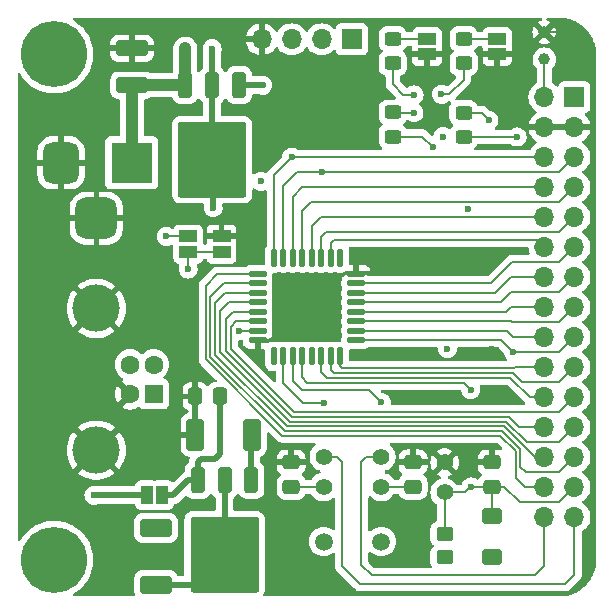
<source format=gbr>
%TF.GenerationSoftware,KiCad,Pcbnew,8.0.4*%
%TF.CreationDate,2024-10-18T12:18:18-03:00*%
%TF.ProjectId,STM32_DEV_BOARD,53544d33-325f-4444-9556-5f424f415244,rev?*%
%TF.SameCoordinates,Original*%
%TF.FileFunction,Copper,L1,Top*%
%TF.FilePolarity,Positive*%
%FSLAX46Y46*%
G04 Gerber Fmt 4.6, Leading zero omitted, Abs format (unit mm)*
G04 Created by KiCad (PCBNEW 8.0.4) date 2024-10-18 12:18:18*
%MOMM*%
%LPD*%
G01*
G04 APERTURE LIST*
G04 Aperture macros list*
%AMRoundRect*
0 Rectangle with rounded corners*
0 $1 Rounding radius*
0 $2 $3 $4 $5 $6 $7 $8 $9 X,Y pos of 4 corners*
0 Add a 4 corners polygon primitive as box body*
4,1,4,$2,$3,$4,$5,$6,$7,$8,$9,$2,$3,0*
0 Add four circle primitives for the rounded corners*
1,1,$1+$1,$2,$3*
1,1,$1+$1,$4,$5*
1,1,$1+$1,$6,$7*
1,1,$1+$1,$8,$9*
0 Add four rect primitives between the rounded corners*
20,1,$1+$1,$2,$3,$4,$5,0*
20,1,$1+$1,$4,$5,$6,$7,0*
20,1,$1+$1,$6,$7,$8,$9,0*
20,1,$1+$1,$8,$9,$2,$3,0*%
G04 Aperture macros list end*
%TA.AperFunction,ComponentPad*%
%ADD10C,1.400000*%
%TD*%
%TA.AperFunction,ComponentPad*%
%ADD11RoundRect,0.250000X-1.100000X0.500000X-1.100000X-0.500000X1.100000X-0.500000X1.100000X0.500000X0*%
%TD*%
%TA.AperFunction,SMDPad,CuDef*%
%ADD12RoundRect,0.250000X-1.100000X0.500000X-1.100000X-0.500000X1.100000X-0.500000X1.100000X0.500000X0*%
%TD*%
%TA.AperFunction,ComponentPad*%
%ADD13RoundRect,0.125000X0.125000X-0.625000X0.125000X0.625000X-0.125000X0.625000X-0.125000X-0.625000X0*%
%TD*%
%TA.AperFunction,SMDPad,CuDef*%
%ADD14RoundRect,0.125000X0.125000X-0.625000X0.125000X0.625000X-0.125000X0.625000X-0.125000X-0.625000X0*%
%TD*%
%TA.AperFunction,SMDPad,CuDef*%
%ADD15RoundRect,0.125000X0.625000X-0.125000X0.625000X0.125000X-0.625000X0.125000X-0.625000X-0.125000X0*%
%TD*%
%TA.AperFunction,ComponentPad*%
%ADD16RoundRect,0.125000X0.625000X-0.125000X0.625000X0.125000X-0.625000X0.125000X-0.625000X-0.125000X0*%
%TD*%
%TA.AperFunction,ComponentPad*%
%ADD17RoundRect,0.250000X-0.500000X-1.100000X0.500000X-1.100000X0.500000X1.100000X-0.500000X1.100000X0*%
%TD*%
%TA.AperFunction,SMDPad,CuDef*%
%ADD18RoundRect,0.250000X-0.500000X-1.100000X0.500000X-1.100000X0.500000X1.100000X-0.500000X1.100000X0*%
%TD*%
%TA.AperFunction,SMDPad,CuDef*%
%ADD19C,1.000000*%
%TD*%
%TA.AperFunction,ComponentPad*%
%ADD20C,5.600000*%
%TD*%
%TA.AperFunction,SMDPad,CuDef*%
%ADD21RoundRect,0.250000X-0.350000X0.850000X-0.350000X-0.850000X0.350000X-0.850000X0.350000X0.850000X0*%
%TD*%
%TA.AperFunction,SMDPad,CuDef*%
%ADD22RoundRect,0.250000X-1.125000X1.275000X-1.125000X-1.275000X1.125000X-1.275000X1.125000X1.275000X0*%
%TD*%
%TA.AperFunction,SMDPad,CuDef*%
%ADD23RoundRect,0.249997X-2.650003X2.950003X-2.650003X-2.950003X2.650003X-2.950003X2.650003X2.950003X0*%
%TD*%
%TA.AperFunction,SMDPad,CuDef*%
%ADD24RoundRect,0.250000X-0.450000X0.325000X-0.450000X-0.325000X0.450000X-0.325000X0.450000X0.325000X0*%
%TD*%
%TA.AperFunction,ComponentPad*%
%ADD25C,1.500000*%
%TD*%
%TA.AperFunction,SMDPad,CuDef*%
%ADD26R,1.000000X1.500000*%
%TD*%
%TA.AperFunction,SMDPad,CuDef*%
%ADD27RoundRect,0.250000X0.450000X-0.325000X0.450000X0.325000X-0.450000X0.325000X-0.450000X-0.325000X0*%
%TD*%
%TA.AperFunction,ComponentPad*%
%ADD28RoundRect,0.250000X0.450000X-0.350000X0.450000X0.350000X-0.450000X0.350000X-0.450000X-0.350000X0*%
%TD*%
%TA.AperFunction,SMDPad,CuDef*%
%ADD29RoundRect,0.250000X0.450000X-0.350000X0.450000X0.350000X-0.450000X0.350000X-0.450000X-0.350000X0*%
%TD*%
%TA.AperFunction,ComponentPad*%
%ADD30RoundRect,0.250000X0.600000X-0.400000X0.600000X0.400000X-0.600000X0.400000X-0.600000X-0.400000X0*%
%TD*%
%TA.AperFunction,SMDPad,CuDef*%
%ADD31RoundRect,0.250000X0.600000X-0.400000X0.600000X0.400000X-0.600000X0.400000X-0.600000X-0.400000X0*%
%TD*%
%TA.AperFunction,SMDPad,CuDef*%
%ADD32RoundRect,0.250000X0.337500X0.475000X-0.337500X0.475000X-0.337500X-0.475000X0.337500X-0.475000X0*%
%TD*%
%TA.AperFunction,SMDPad,CuDef*%
%ADD33RoundRect,0.250000X0.475000X-0.337500X0.475000X0.337500X-0.475000X0.337500X-0.475000X-0.337500X0*%
%TD*%
%TA.AperFunction,ComponentPad*%
%ADD34RoundRect,0.250000X0.475000X-0.337500X0.475000X0.337500X-0.475000X0.337500X-0.475000X-0.337500X0*%
%TD*%
%TA.AperFunction,SMDPad,CuDef*%
%ADD35R,1.500000X1.000000*%
%TD*%
%TA.AperFunction,ComponentPad*%
%ADD36R,1.700000X1.700000*%
%TD*%
%TA.AperFunction,ComponentPad*%
%ADD37O,1.700000X1.700000*%
%TD*%
%TA.AperFunction,ComponentPad*%
%ADD38RoundRect,0.250000X-1.125000X1.275000X-1.125000X-1.275000X1.125000X-1.275000X1.125000X1.275000X0*%
%TD*%
%TA.AperFunction,ComponentPad*%
%ADD39R,1.600000X1.600000*%
%TD*%
%TA.AperFunction,ComponentPad*%
%ADD40C,1.600000*%
%TD*%
%TA.AperFunction,ComponentPad*%
%ADD41C,4.000000*%
%TD*%
%TA.AperFunction,ComponentPad*%
%ADD42R,3.500000X3.500000*%
%TD*%
%TA.AperFunction,ComponentPad*%
%ADD43RoundRect,0.750000X-0.750000X-1.000000X0.750000X-1.000000X0.750000X1.000000X-0.750000X1.000000X0*%
%TD*%
%TA.AperFunction,ComponentPad*%
%ADD44RoundRect,0.875000X-0.875000X-0.875000X0.875000X-0.875000X0.875000X0.875000X-0.875000X0.875000X0*%
%TD*%
%TA.AperFunction,SMDPad,CuDef*%
%ADD45RoundRect,0.250000X1.100000X-0.412500X1.100000X0.412500X-1.100000X0.412500X-1.100000X-0.412500X0*%
%TD*%
%TA.AperFunction,ComponentPad*%
%ADD46RoundRect,0.250000X1.100000X-0.412500X1.100000X0.412500X-1.100000X0.412500X-1.100000X-0.412500X0*%
%TD*%
%TA.AperFunction,ViaPad*%
%ADD47C,0.600000*%
%TD*%
%TA.AperFunction,Conductor*%
%ADD48C,0.500000*%
%TD*%
%TA.AperFunction,Conductor*%
%ADD49C,1.000000*%
%TD*%
%TA.AperFunction,Conductor*%
%ADD50C,0.200000*%
%TD*%
G04 APERTURE END LIST*
D10*
%TO.P,JP2,1,A*%
%TO.N,GND*%
X171190000Y-114602500D03*
%TO.P,JP2,2,B*%
%TO.N,/RESET*%
X171190000Y-117142500D03*
%TD*%
D11*
%TO.P,D4,1,K*%
%TO.N,+3V3*%
X146760000Y-120160000D03*
D12*
%TO.P,D4,2,A*%
%TO.N,Net-(D4-A)*%
X146760000Y-124960000D03*
%TD*%
D13*
%TO.P,U1,1,VDD*%
%TO.N,+3V3*%
X156740000Y-105625000D03*
D14*
%TO.P,U1,2,PF0*%
%TO.N,/OSC_IN*%
X157540000Y-105625000D03*
%TO.P,U1,3,PF1*%
%TO.N,/OSC_OUT*%
X158340000Y-105625000D03*
%TO.P,U1,4,NRST*%
%TO.N,/RESET*%
X159140000Y-105625000D03*
D13*
%TO.P,U1,5,VDDA*%
%TO.N,+3V3*%
X159940000Y-105625000D03*
D14*
%TO.P,U1,6,PA0*%
%TO.N,/PA0*%
X160740000Y-105625000D03*
%TO.P,U1,7,PA1*%
%TO.N,/PA1*%
X161540000Y-105625000D03*
%TO.P,U1,8,PA2*%
%TO.N,/PA2*%
X162340000Y-105625000D03*
D15*
%TO.P,U1,9,PA3*%
%TO.N,/PA3*%
X163715000Y-104250000D03*
%TO.P,U1,10,PA4*%
%TO.N,/PA4*%
X163715000Y-103450000D03*
%TO.P,U1,11,PA5*%
%TO.N,/PA5*%
X163715000Y-102650000D03*
%TO.P,U1,12,PA6*%
%TO.N,/PA6*%
X163715000Y-101850000D03*
%TO.P,U1,13,PA7*%
%TO.N,/PA7*%
X163715000Y-101050000D03*
%TO.P,U1,14,PB0*%
%TO.N,/PB0*%
X163715000Y-100250000D03*
%TO.P,U1,15,PB1*%
%TO.N,/PB1*%
X163715000Y-99450000D03*
D16*
%TO.P,U1,16,VSS*%
%TO.N,GND*%
X163715000Y-98650000D03*
D13*
%TO.P,U1,17,VDD*%
%TO.N,+3V3*%
X162340000Y-97275000D03*
D14*
%TO.P,U1,18,PA8*%
%TO.N,/PA8*%
X161540000Y-97275000D03*
%TO.P,U1,19,PA9*%
%TO.N,/PA9*%
X160740000Y-97275000D03*
%TO.P,U1,20,PA10*%
%TO.N,/PA10*%
X159940000Y-97275000D03*
%TO.P,U1,21,PA11*%
%TO.N,/PA11*%
X159140000Y-97275000D03*
%TO.P,U1,22,PA12*%
%TO.N,/PA12*%
X158340000Y-97275000D03*
%TO.P,U1,23,PA13*%
%TO.N,/PA13*%
X157540000Y-97275000D03*
%TO.P,U1,24,PA14*%
%TO.N,/PA14*%
X156740000Y-97275000D03*
D15*
%TO.P,U1,25,PA15*%
%TO.N,/PA15*%
X155365000Y-98650000D03*
%TO.P,U1,26,PB3*%
%TO.N,/PB3*%
X155365000Y-99450000D03*
%TO.P,U1,27,PB4*%
%TO.N,/PB4*%
X155365000Y-100250000D03*
%TO.P,U1,28,PB5*%
%TO.N,/PB5*%
X155365000Y-101050000D03*
%TO.P,U1,29,PB6*%
%TO.N,/PB6*%
X155365000Y-101850000D03*
%TO.P,U1,30,PB7*%
%TO.N,/PB7*%
X155365000Y-102650000D03*
%TO.P,U1,31,BOOT0*%
%TO.N,BOOT0*%
X155365000Y-103450000D03*
D16*
%TO.P,U1,32,VSS*%
%TO.N,GND*%
X155365000Y-104250000D03*
%TD*%
D17*
%TO.P,D2,1,K*%
%TO.N,GND*%
X150100000Y-112250000D03*
D18*
%TO.P,D2,2,A*%
%TO.N,Net-(D2-A)*%
X154900000Y-112250000D03*
%TD*%
D19*
%TO.P,TP2,1,1*%
%TO.N,+3V3*%
X179650000Y-80470000D03*
%TD*%
D20*
%TO.P,REF\u002A\u002A,1*%
%TO.N,N/C*%
X138140000Y-80050000D03*
%TD*%
D21*
%TO.P,U2,1,GND*%
%TO.N,Net-(D1-A)*%
X153797500Y-82670000D03*
%TO.P,U2,2,VO*%
%TO.N,Net-(D3-A)*%
X151517500Y-82670000D03*
D22*
X153042500Y-87295000D03*
X149992500Y-87295000D03*
D23*
X151517500Y-88970000D03*
D22*
X153042500Y-90645000D03*
X149992500Y-90645000D03*
D21*
%TO.P,U2,3,VI*%
%TO.N,VDC*%
X149237500Y-82670000D03*
%TD*%
D24*
%TO.P,D6,1,K*%
%TO.N,Net-(D6-K)*%
X166810000Y-78752500D03*
%TO.P,D6,2,A*%
%TO.N,Net-(D6-A)*%
X166810000Y-80802500D03*
%TD*%
D25*
%TO.P,Y1,1,1*%
%TO.N,Net-(JP7-B)*%
X165840000Y-121300000D03*
%TO.P,Y1,2,2*%
%TO.N,Net-(JP6-A)*%
X160960000Y-121300000D03*
%TD*%
D26*
%TO.P,JP5,1,A*%
%TO.N,Net-(JP5-A)*%
X145990000Y-117380000D03*
%TO.P,JP5,2,B*%
%TO.N,Net-(JP5-B)*%
X147290000Y-117380000D03*
%TD*%
D27*
%TO.P,D8,1,K*%
%TO.N,/PA3*%
X172800000Y-87042500D03*
%TO.P,D8,2,A*%
%TO.N,Net-(D8-A)*%
X172800000Y-84992500D03*
%TD*%
D28*
%TO.P,R2,1*%
%TO.N,+3V3*%
X171190000Y-122650000D03*
D29*
%TO.P,R2,2*%
%TO.N,/RESET*%
X171190000Y-120650000D03*
%TD*%
D30*
%TO.P,D5,1,K*%
%TO.N,+3V3*%
X175230000Y-122640000D03*
D31*
%TO.P,D5,2,A*%
%TO.N,/RESET*%
X175230000Y-119140000D03*
%TD*%
D32*
%TO.P,C3,1*%
%TO.N,Net-(JP5-B)*%
X152167500Y-109020000D03*
%TO.P,C3,2*%
%TO.N,GND*%
X150092500Y-109020000D03*
%TD*%
D10*
%TO.P,JP7,1,A*%
%TO.N,/OSC_OUT*%
X165842500Y-114130000D03*
%TO.P,JP7,2,B*%
%TO.N,Net-(JP7-B)*%
X165842500Y-116670000D03*
%TD*%
D33*
%TO.P,C8,1*%
%TO.N,Net-(JP7-B)*%
X168522500Y-116667500D03*
D34*
%TO.P,C8,2*%
%TO.N,GND*%
X168522500Y-114592500D03*
%TD*%
D35*
%TO.P,JP8,1,A*%
%TO.N,Net-(JP3-B)*%
X152310000Y-96770000D03*
%TO.P,JP8,2,B*%
%TO.N,GND*%
X152310000Y-95470000D03*
%TD*%
D36*
%TO.P,J2,1,Pin_1*%
%TO.N,+3V3*%
X163330000Y-78780000D03*
D37*
%TO.P,J2,2,Pin_2*%
%TO.N,/PA13*%
X160790000Y-78780000D03*
%TO.P,J2,3,Pin_3*%
%TO.N,/PA14*%
X158250000Y-78780000D03*
%TO.P,J2,4,Pin_4*%
%TO.N,GND*%
X155710000Y-78780000D03*
%TD*%
D21*
%TO.P,U3,1,GND*%
%TO.N,Net-(D2-A)*%
X154845000Y-116115000D03*
%TO.P,U3,2,VO*%
%TO.N,Net-(D4-A)*%
X152565000Y-116115000D03*
D22*
X154090000Y-120740000D03*
X151040000Y-120740000D03*
D23*
X152565000Y-122415000D03*
D38*
X154090000Y-124090000D03*
D22*
X151040000Y-124090000D03*
D21*
%TO.P,U3,3,VI*%
%TO.N,Net-(JP5-B)*%
X150285000Y-116115000D03*
%TD*%
D24*
%TO.P,D7,1,K*%
%TO.N,Net-(D7-K)*%
X172820000Y-78745000D03*
%TO.P,D7,2,A*%
%TO.N,Net-(D7-A)*%
X172820000Y-80795000D03*
%TD*%
D20*
%TO.P,REF\u002A\u002A,1*%
%TO.N,N/C*%
X138140001Y-122849999D03*
%TD*%
D35*
%TO.P,JP3,1,A*%
%TO.N,+3V3*%
X149490000Y-95470000D03*
%TO.P,JP3,2,B*%
%TO.N,Net-(JP3-B)*%
X149490000Y-96770000D03*
%TD*%
%TO.P,JP1,1,A*%
%TO.N,Net-(D6-K)*%
X169720000Y-78755000D03*
%TO.P,JP1,2,B*%
%TO.N,GND*%
X169720000Y-80055000D03*
%TD*%
D39*
%TO.P,J1,1,VBUS*%
%TO.N,Net-(J1-VBUS)*%
X146570000Y-108820000D03*
D40*
%TO.P,J1,2,D-*%
%TO.N,Net-(J1-D-)*%
X146570000Y-106320000D03*
%TO.P,J1,3,D+*%
%TO.N,Net-(J1-D+)*%
X144570000Y-106320000D03*
%TO.P,J1,4,GND*%
%TO.N,GND*%
X144570000Y-108820000D03*
D41*
%TO.P,J1,5,Shield*%
X141710000Y-113570000D03*
X141710000Y-101570000D03*
%TD*%
D10*
%TO.P,JP6,1,A*%
%TO.N,Net-(JP6-A)*%
X160962500Y-116670000D03*
%TO.P,JP6,2,B*%
%TO.N,/OSC_IN*%
X160962500Y-114130000D03*
%TD*%
D35*
%TO.P,JP4,1,A*%
%TO.N,Net-(D7-K)*%
X175660000Y-78747500D03*
%TO.P,JP4,2,B*%
%TO.N,GND*%
X175660000Y-80047500D03*
%TD*%
D33*
%TO.P,C7,1*%
%TO.N,Net-(JP6-A)*%
X158202500Y-116677500D03*
D34*
%TO.P,C7,2*%
%TO.N,GND*%
X158202500Y-114602500D03*
%TD*%
D19*
%TO.P,TP1,1,1*%
%TO.N,GND*%
X179640000Y-78160000D03*
%TD*%
D34*
%TO.P,C6,1*%
%TO.N,/RESET*%
X175220000Y-116680000D03*
%TO.P,C6,2*%
%TO.N,GND*%
X175220000Y-114605000D03*
%TD*%
D42*
%TO.P,J6,1*%
%TO.N,VDC*%
X144720000Y-89240000D03*
D43*
%TO.P,J6,2*%
%TO.N,GND*%
X138720000Y-89240000D03*
D44*
%TO.P,J6,3*%
X141720000Y-93940000D03*
%TD*%
D27*
%TO.P,D9,1,K*%
%TO.N,/PA2*%
X166810000Y-87015000D03*
%TO.P,D9,2,A*%
%TO.N,Net-(D9-A)*%
X166810000Y-84965000D03*
%TD*%
D45*
%TO.P,C1,1*%
%TO.N,VDC*%
X144730000Y-82672500D03*
D46*
%TO.P,C1,2*%
%TO.N,GND*%
X144730000Y-79547500D03*
%TD*%
D36*
%TO.P,J3,1,Pin_1*%
%TO.N,VDC*%
X182190000Y-83670000D03*
D37*
%TO.P,J3,2,Pin_2*%
%TO.N,+3V3*%
X179650000Y-83670000D03*
%TO.P,J3,3,Pin_3*%
%TO.N,GND*%
X182190000Y-86210000D03*
%TO.P,J3,4,Pin_4*%
X179650000Y-86210000D03*
%TO.P,J3,5,Pin_5*%
%TO.N,/PA13*%
X182190000Y-88750000D03*
%TO.P,J3,6,Pin_6*%
%TO.N,/PA14*%
X179650000Y-88750000D03*
%TO.P,J3,7,Pin_7*%
%TO.N,/PA11*%
X182190000Y-91290000D03*
%TO.P,J3,8,Pin_8*%
%TO.N,/PA12*%
X179650000Y-91290000D03*
%TO.P,J3,9,Pin_9*%
%TO.N,/PA9*%
X182190000Y-93830000D03*
%TO.P,J3,10,Pin_10*%
%TO.N,/PA10*%
X179650000Y-93830000D03*
%TO.P,J3,11,Pin_11*%
%TO.N,/PB1*%
X182190000Y-96370000D03*
%TO.P,J3,12,Pin_12*%
%TO.N,/PA8*%
X179650000Y-96370000D03*
%TO.P,J3,13,Pin_13*%
%TO.N,/PA7*%
X182190000Y-98910000D03*
%TO.P,J3,14,Pin_14*%
%TO.N,/PB0*%
X179650000Y-98910000D03*
%TO.P,J3,15,Pin_15*%
%TO.N,/PA5*%
X182190000Y-101450000D03*
%TO.P,J3,16,Pin_16*%
%TO.N,/PA6*%
X179650000Y-101450000D03*
%TO.P,J3,17,Pin_17*%
%TO.N,/PA3*%
X182190000Y-103990000D03*
%TO.P,J3,18,Pin_18*%
%TO.N,/PA4*%
X179650000Y-103990000D03*
%TO.P,J3,19,Pin_19*%
%TO.N,/PA1*%
X182190000Y-106530000D03*
%TO.P,J3,20,Pin_20*%
%TO.N,/PA2*%
X179650000Y-106530000D03*
%TO.P,J3,21,Pin_21*%
%TO.N,/PB7*%
X182190000Y-109070000D03*
%TO.P,J3,22,Pin_22*%
%TO.N,/PA0*%
X179650000Y-109070000D03*
%TO.P,J3,23,Pin_23*%
%TO.N,/PB5*%
X182190000Y-111610000D03*
%TO.P,J3,24,Pin_24*%
%TO.N,/PB6*%
X179650000Y-111610000D03*
%TO.P,J3,25,Pin_25*%
%TO.N,/PB3*%
X182190000Y-114150000D03*
%TO.P,J3,26,Pin_26*%
%TO.N,/PB4*%
X179650000Y-114150000D03*
%TO.P,J3,27,Pin_27*%
%TO.N,/RESET*%
X182190000Y-116690000D03*
%TO.P,J3,28,Pin_28*%
%TO.N,/PA15*%
X179650000Y-116690000D03*
%TO.P,J3,29,Pin_29*%
%TO.N,/OSC_IN*%
X182190000Y-119230000D03*
%TO.P,J3,30,Pin_30*%
%TO.N,/OSC_OUT*%
X179650000Y-119230000D03*
%TD*%
D47*
%TO.N,VDC*%
X149240000Y-79550000D03*
%TO.N,GND*%
X169790000Y-109480000D03*
X147140000Y-114920000D03*
X175250000Y-104960000D03*
X175660000Y-83400000D03*
X173180000Y-93180000D03*
X154230000Y-95470000D03*
X161530000Y-100350000D03*
X169720000Y-83460000D03*
%TO.N,Net-(D3-A)*%
X151600000Y-93050000D03*
X151520000Y-79560000D03*
%TO.N,+3V3*%
X171440000Y-104970000D03*
X155640000Y-90810000D03*
X147640000Y-95470000D03*
X171060000Y-87010000D03*
%TO.N,Net-(D1-A)*%
X155800000Y-82670000D03*
%TO.N,Net-(D6-A)*%
X168610000Y-83490000D03*
%TO.N,Net-(D7-A)*%
X170930000Y-83440000D03*
%TO.N,Net-(D8-A)*%
X174950000Y-85620000D03*
%TO.N,/PA3*%
X177340000Y-87050000D03*
X177010000Y-105260000D03*
%TO.N,Net-(D9-A)*%
X168600000Y-85010000D03*
%TO.N,/PA2*%
X170230000Y-87890000D03*
%TO.N,/PA14*%
X158250000Y-88750000D03*
%TO.N,/PA13*%
X160790000Y-90020000D03*
%TO.N,BOOT0*%
X153790000Y-103440000D03*
%TO.N,/RESET*%
X173420000Y-116680000D03*
X173420000Y-108460000D03*
%TO.N,/OSC_OUT*%
X165842500Y-109520000D03*
%TO.N,/OSC_IN*%
X160962500Y-109550000D03*
%TO.N,Net-(JP3-B)*%
X149480000Y-98230000D03*
%TO.N,Net-(JP5-A)*%
X141510000Y-117390000D03*
%TD*%
D48*
%TO.N,VDC*%
X149237500Y-82670000D02*
X149230000Y-82662500D01*
X149240000Y-82667500D02*
X149237500Y-82670000D01*
D49*
X144720000Y-89240000D02*
X144720000Y-82682500D01*
X149240000Y-79550000D02*
X149240000Y-82667500D01*
D48*
X149235000Y-82672500D02*
X149237500Y-82670000D01*
D49*
X144730000Y-82672500D02*
X149235000Y-82672500D01*
D48*
X144720000Y-82682500D02*
X144730000Y-82672500D01*
D50*
%TO.N,GND*%
X182590000Y-78160000D02*
X183840000Y-79410000D01*
X169720000Y-80055000D02*
X169720000Y-83460000D01*
D48*
X150100000Y-109027500D02*
X150092500Y-109020000D01*
D50*
X175660000Y-80047500D02*
X175660000Y-83400000D01*
X152310000Y-95470000D02*
X154230000Y-95470000D01*
X183840000Y-85810000D02*
X183440000Y-86210000D01*
X183440000Y-86210000D02*
X182190000Y-86210000D01*
X179640000Y-78160000D02*
X182590000Y-78160000D01*
D48*
X150100000Y-112250000D02*
X150100000Y-109027500D01*
D50*
X183840000Y-79410000D02*
X183840000Y-85810000D01*
D48*
X150082500Y-112577500D02*
X150070000Y-112590000D01*
%TO.N,Net-(JP5-B)*%
X150290000Y-116110000D02*
X150290000Y-114590000D01*
X150285000Y-116115000D02*
X150290000Y-116110000D01*
X149505000Y-116115000D02*
X150285000Y-116115000D01*
X147290000Y-117380000D02*
X148240000Y-117380000D01*
X152157500Y-113932500D02*
X152157500Y-109290000D01*
X148240000Y-117380000D02*
X149505000Y-116115000D01*
X150290000Y-114590000D02*
X150540000Y-114340000D01*
X150540000Y-114340000D02*
X151750000Y-114340000D01*
X151750000Y-114340000D02*
X152157500Y-113932500D01*
%TO.N,Net-(D3-A)*%
X151600000Y-93050000D02*
X151600000Y-89052500D01*
X151517500Y-82670000D02*
X151517500Y-88970000D01*
X151520000Y-82667500D02*
X151517500Y-82670000D01*
X151600000Y-89052500D02*
X151517500Y-88970000D01*
X151530000Y-82657500D02*
X151517500Y-82670000D01*
X151520000Y-79560000D02*
X151520000Y-82667500D01*
X151517500Y-82670000D02*
X151510000Y-82662500D01*
%TO.N,Net-(D4-A)*%
X152565000Y-116115000D02*
X152565000Y-122415000D01*
X146760000Y-124960000D02*
X150170000Y-124960000D01*
X150170000Y-124960000D02*
X151040000Y-124090000D01*
D50*
%TO.N,Net-(JP6-A)*%
X160955000Y-116677500D02*
X160962500Y-116670000D01*
X160962500Y-116670000D02*
X160960000Y-116672500D01*
X158202500Y-116677500D02*
X160955000Y-116677500D01*
%TO.N,Net-(JP7-B)*%
X168520000Y-116670000D02*
X168522500Y-116667500D01*
X165842500Y-116670000D02*
X168520000Y-116670000D01*
X165842500Y-121297500D02*
X165840000Y-121300000D01*
%TO.N,+3V3*%
X149490000Y-95470000D02*
X147640000Y-95470000D01*
X179650000Y-83670000D02*
X179650000Y-80470000D01*
D48*
%TO.N,Net-(D1-A)*%
X155800000Y-82670000D02*
X153797500Y-82670000D01*
%TO.N,Net-(D2-A)*%
X154845000Y-112615000D02*
X154870000Y-112590000D01*
X154845000Y-116115000D02*
X154845000Y-112465000D01*
X154845000Y-112465000D02*
X154880000Y-112430000D01*
D50*
%TO.N,Net-(D6-K)*%
X166810000Y-78752500D02*
X169717500Y-78752500D01*
X169717500Y-78752500D02*
X169720000Y-78755000D01*
%TO.N,Net-(D6-A)*%
X167710000Y-83490000D02*
X166810000Y-82590000D01*
X166810000Y-82590000D02*
X166810000Y-80802500D01*
X168610000Y-83490000D02*
X167710000Y-83490000D01*
%TO.N,Net-(D7-K)*%
X175657500Y-78745000D02*
X175660000Y-78747500D01*
X172820000Y-78745000D02*
X175657500Y-78745000D01*
%TO.N,Net-(D7-A)*%
X172810000Y-80805000D02*
X172820000Y-80795000D01*
X172810000Y-82190000D02*
X172810000Y-80805000D01*
X171560000Y-83440000D02*
X172810000Y-82190000D01*
X170930000Y-83440000D02*
X171560000Y-83440000D01*
%TO.N,Net-(D8-A)*%
X174950000Y-85620000D02*
X174322500Y-84992500D01*
X174322500Y-84992500D02*
X172800000Y-84992500D01*
%TO.N,/PA3*%
X172800000Y-87042500D02*
X177332500Y-87042500D01*
X177332500Y-87042500D02*
X177340000Y-87050000D01*
X163715000Y-104250000D02*
X176000000Y-104250000D01*
X180920000Y-105260000D02*
X182190000Y-103990000D01*
X177010000Y-105260000D02*
X180920000Y-105260000D01*
X176000000Y-104250000D02*
X177010000Y-105260000D01*
%TO.N,Net-(D9-A)*%
X166855000Y-85010000D02*
X166810000Y-84965000D01*
X168600000Y-85010000D02*
X166855000Y-85010000D01*
%TO.N,/PA2*%
X162340000Y-106460000D02*
X162530000Y-106650000D01*
X177030000Y-106650000D02*
X177150000Y-106530000D01*
X170190000Y-87890000D02*
X169315000Y-87015000D01*
X162530000Y-106650000D02*
X177030000Y-106650000D01*
X169315000Y-87015000D02*
X166810000Y-87015000D01*
X170230000Y-87890000D02*
X170190000Y-87890000D01*
X162340000Y-105625000D02*
X162340000Y-106460000D01*
X177150000Y-106530000D02*
X179650000Y-106530000D01*
%TO.N,/PA14*%
X158250000Y-88750000D02*
X179650000Y-88750000D01*
X156740000Y-97275000D02*
X156740000Y-90260000D01*
X156740000Y-90260000D02*
X158250000Y-88750000D01*
%TO.N,/PA13*%
X157540000Y-91210000D02*
X157540000Y-97275000D01*
X160790000Y-90020000D02*
X158730000Y-90020000D01*
X182190000Y-88750000D02*
X180920000Y-90020000D01*
X158730000Y-90020000D02*
X157540000Y-91210000D01*
X180920000Y-90020000D02*
X160790000Y-90020000D01*
%TO.N,/PA15*%
X157470000Y-112350000D02*
X150970000Y-105850000D01*
X150970000Y-99640000D02*
X151960000Y-98650000D01*
X177210000Y-115910000D02*
X177210000Y-113651372D01*
X175908628Y-112350000D02*
X157470000Y-112350000D01*
X151960000Y-98650000D02*
X155365000Y-98650000D01*
X179650000Y-116690000D02*
X177990000Y-116690000D01*
X177990000Y-116690000D02*
X177210000Y-115910000D01*
X150970000Y-105850000D02*
X150970000Y-99640000D01*
X177210000Y-113651372D02*
X175908628Y-112350000D01*
%TO.N,/PA9*%
X160740000Y-95520000D02*
X161160000Y-95100000D01*
X160740000Y-97275000D02*
X160740000Y-95520000D01*
X180920000Y-95100000D02*
X182190000Y-93830000D01*
X161160000Y-95100000D02*
X180920000Y-95100000D01*
%TO.N,/PA0*%
X160740000Y-106950000D02*
X161240000Y-107450000D01*
X160740000Y-105625000D02*
X160740000Y-106950000D01*
X176770000Y-107450000D02*
X178390000Y-109070000D01*
X178390000Y-109070000D02*
X179650000Y-109070000D01*
X161240000Y-107450000D02*
X176770000Y-107450000D01*
%TO.N,/PA5*%
X176900000Y-102740000D02*
X180900000Y-102740000D01*
X163715000Y-102650000D02*
X176810000Y-102650000D01*
X176810000Y-102650000D02*
X176900000Y-102740000D01*
X180900000Y-102740000D02*
X182190000Y-101450000D01*
%TO.N,/PA8*%
X161540000Y-96040000D02*
X161840000Y-95740000D01*
X179020000Y-95740000D02*
X179650000Y-96370000D01*
X161540000Y-97275000D02*
X161540000Y-96040000D01*
X161840000Y-95740000D02*
X179020000Y-95740000D01*
%TO.N,/PA10*%
X160690000Y-93830000D02*
X179650000Y-93830000D01*
X159940000Y-97275000D02*
X159940000Y-94580000D01*
X159940000Y-94580000D02*
X160690000Y-93830000D01*
%TO.N,/PA7*%
X180920000Y-100180000D02*
X182190000Y-98910000D01*
X163715000Y-101050000D02*
X175960000Y-101050000D01*
X175960000Y-101050000D02*
X176830000Y-100180000D01*
X176830000Y-100180000D02*
X180920000Y-100180000D01*
%TO.N,/PA11*%
X180920000Y-92560000D02*
X182190000Y-91290000D01*
X159920000Y-92560000D02*
X180920000Y-92560000D01*
X159140000Y-93340000D02*
X159920000Y-92560000D01*
X159140000Y-97275000D02*
X159140000Y-93340000D01*
%TO.N,/PA4*%
X177000000Y-103990000D02*
X179650000Y-103990000D01*
X163715000Y-103450000D02*
X176460000Y-103450000D01*
X176460000Y-103450000D02*
X177000000Y-103990000D01*
%TO.N,/PA12*%
X159150000Y-91290000D02*
X158340000Y-92100000D01*
X179650000Y-91290000D02*
X159150000Y-91290000D01*
X158340000Y-92100000D02*
X158340000Y-97275000D01*
%TO.N,/PA6*%
X163715000Y-101850000D02*
X176420000Y-101850000D01*
X176820000Y-101450000D02*
X179650000Y-101450000D01*
X176420000Y-101850000D02*
X176820000Y-101450000D01*
%TO.N,/PA1*%
X180920000Y-107800000D02*
X177720000Y-107800000D01*
X176970000Y-107050000D02*
X161850000Y-107050000D01*
X161540000Y-106740000D02*
X161540000Y-105625000D01*
X182190000Y-106530000D02*
X180920000Y-107800000D01*
X161850000Y-107050000D02*
X161540000Y-106740000D01*
X177720000Y-107800000D02*
X176970000Y-107050000D01*
%TO.N,/PB1*%
X176930000Y-97640000D02*
X180920000Y-97640000D01*
X163715000Y-99450000D02*
X175120000Y-99450000D01*
X180920000Y-97640000D02*
X182190000Y-96370000D01*
X175120000Y-99450000D02*
X176930000Y-97640000D01*
%TO.N,/PB6*%
X153300000Y-101850000D02*
X152660000Y-102490000D01*
X152660000Y-105150000D02*
X158260000Y-110750000D01*
X155365000Y-101850000D02*
X153300000Y-101850000D01*
X152660000Y-102490000D02*
X152660000Y-105150000D01*
X176640000Y-110750000D02*
X177500000Y-111610000D01*
X158260000Y-110750000D02*
X176640000Y-110750000D01*
X177500000Y-111610000D02*
X179650000Y-111610000D01*
%TO.N,/PB4*%
X151780000Y-105470000D02*
X157860000Y-111550000D01*
X151780000Y-101110000D02*
X151780000Y-105470000D01*
X178840000Y-114150000D02*
X179650000Y-114150000D01*
X157860000Y-111550000D02*
X176240000Y-111550000D01*
X152640000Y-100250000D02*
X151780000Y-101110000D01*
X155365000Y-100250000D02*
X152640000Y-100250000D01*
X176240000Y-111550000D02*
X178840000Y-114150000D01*
%TO.N,/PB3*%
X176074314Y-111950000D02*
X177612157Y-113487843D01*
X178070000Y-115420000D02*
X180920000Y-115420000D01*
X180920000Y-115420000D02*
X182190000Y-114150000D01*
X177610000Y-114960000D02*
X178070000Y-115420000D01*
X151370000Y-105660000D02*
X157660000Y-111950000D01*
X157660000Y-111950000D02*
X176074314Y-111950000D01*
X151370000Y-100560000D02*
X151370000Y-105660000D01*
X177610000Y-113490000D02*
X177610000Y-114960000D01*
X177612157Y-113487843D02*
X177610000Y-113490000D01*
X155365000Y-99450000D02*
X152480000Y-99450000D01*
X152480000Y-99450000D02*
X151370000Y-100560000D01*
%TO.N,/PB7*%
X153570000Y-102650000D02*
X153080000Y-103140000D01*
X180920000Y-110340000D02*
X182190000Y-109070000D01*
X155365000Y-102650000D02*
X153570000Y-102650000D01*
X153080000Y-104960000D02*
X158460000Y-110340000D01*
X153080000Y-103140000D02*
X153080000Y-104960000D01*
X158460000Y-110340000D02*
X180920000Y-110340000D01*
%TO.N,/PB0*%
X163715000Y-100250000D02*
X175460000Y-100250000D01*
X175460000Y-100250000D02*
X176800000Y-98910000D01*
X176800000Y-98910000D02*
X179650000Y-98910000D01*
%TO.N,/PB5*%
X178160000Y-112880000D02*
X180920000Y-112880000D01*
X152210000Y-101780000D02*
X152210000Y-105270000D01*
X152940000Y-101050000D02*
X152210000Y-101780000D01*
X158090000Y-111150000D02*
X176430000Y-111150000D01*
X180920000Y-112880000D02*
X182190000Y-111610000D01*
X176430000Y-111150000D02*
X178160000Y-112880000D01*
X155365000Y-101050000D02*
X152940000Y-101050000D01*
X152210000Y-105270000D02*
X158090000Y-111150000D01*
%TO.N,BOOT0*%
X155355000Y-103440000D02*
X155365000Y-103450000D01*
X153790000Y-103440000D02*
X155355000Y-103440000D01*
%TO.N,/RESET*%
X172810000Y-107850000D02*
X159580000Y-107850000D01*
X177540000Y-117970000D02*
X176250000Y-116680000D01*
X171190000Y-117142500D02*
X171190000Y-120650000D01*
X175230000Y-116690000D02*
X175220000Y-116680000D01*
X180910000Y-117970000D02*
X177540000Y-117970000D01*
X159140000Y-107410000D02*
X159140000Y-105625000D01*
X172907500Y-117142500D02*
X173370000Y-116680000D01*
X182190000Y-116690000D02*
X180910000Y-117970000D01*
X176250000Y-116680000D02*
X175220000Y-116680000D01*
X175230000Y-119140000D02*
X175230000Y-116690000D01*
X159580000Y-107850000D02*
X159140000Y-107410000D01*
X173420000Y-116680000D02*
X175220000Y-116680000D01*
X171190000Y-117142500D02*
X172907500Y-117142500D01*
X173370000Y-116680000D02*
X173420000Y-116680000D01*
X173420000Y-108460000D02*
X172810000Y-107850000D01*
%TO.N,/OSC_OUT*%
X164802500Y-108480000D02*
X159080000Y-108480000D01*
X178890000Y-124170000D02*
X179650000Y-123410000D01*
X165842500Y-109520000D02*
X164802500Y-108480000D01*
X165010000Y-124170000D02*
X178890000Y-124170000D01*
X164150000Y-114530000D02*
X164150000Y-123310000D01*
X158340000Y-107740000D02*
X158340000Y-105625000D01*
X165842500Y-114130000D02*
X164550000Y-114130000D01*
X159080000Y-108480000D02*
X158340000Y-107740000D01*
X164150000Y-123310000D02*
X165010000Y-124170000D01*
X179650000Y-123410000D02*
X179650000Y-119230000D01*
X164550000Y-114130000D02*
X164150000Y-114530000D01*
%TO.N,/OSC_IN*%
X162070000Y-114130000D02*
X160962500Y-114130000D01*
X160962500Y-109550000D02*
X159220000Y-109550000D01*
X164050000Y-124900000D02*
X162540000Y-123390000D01*
X162540000Y-123390000D02*
X162540000Y-114600000D01*
X181410000Y-124900000D02*
X164050000Y-124900000D01*
X157540000Y-107870000D02*
X157540000Y-105625000D01*
X182190000Y-119230000D02*
X182190000Y-124120000D01*
X159220000Y-109550000D02*
X157540000Y-107870000D01*
X182190000Y-124120000D02*
X181410000Y-124900000D01*
X162540000Y-114600000D02*
X162070000Y-114130000D01*
%TO.N,Net-(JP3-B)*%
X149490000Y-96770000D02*
X152310000Y-96770000D01*
X149480000Y-98230000D02*
X149480000Y-96780000D01*
X149480000Y-96780000D02*
X149490000Y-96770000D01*
D48*
%TO.N,Net-(JP5-A)*%
X145980000Y-117390000D02*
X145990000Y-117380000D01*
X141510000Y-117390000D02*
X145980000Y-117390000D01*
%TD*%
%TA.AperFunction,Conductor*%
%TO.N,GND*%
G36*
X179413392Y-76970185D02*
G01*
X179459147Y-77022989D01*
X179469091Y-77092147D01*
X179440066Y-77155703D01*
X179382348Y-77193161D01*
X179255466Y-77231649D01*
X179131476Y-77297923D01*
X179640000Y-77806447D01*
X179640001Y-77806447D01*
X180148522Y-77297923D01*
X180024537Y-77231651D01*
X179897652Y-77193161D01*
X179839213Y-77154863D01*
X179810757Y-77091051D01*
X179821317Y-77021984D01*
X179867541Y-76969590D01*
X179933647Y-76950500D01*
X180874108Y-76950500D01*
X180936754Y-76950500D01*
X180943243Y-76950670D01*
X181257498Y-76967139D01*
X181270406Y-76968495D01*
X181578015Y-77017217D01*
X181590680Y-77019908D01*
X181891528Y-77100520D01*
X181903855Y-77104525D01*
X182194623Y-77216141D01*
X182206459Y-77221410D01*
X182483977Y-77362812D01*
X182495183Y-77369282D01*
X182756396Y-77538917D01*
X182766887Y-77546539D01*
X182999846Y-77735186D01*
X183008923Y-77742536D01*
X183018568Y-77751221D01*
X183238778Y-77971431D01*
X183247463Y-77981076D01*
X183443460Y-78223112D01*
X183451085Y-78233606D01*
X183620713Y-78494810D01*
X183627190Y-78506029D01*
X183749209Y-78745504D01*
X183768584Y-78783530D01*
X183773862Y-78795385D01*
X183788766Y-78834211D01*
X183885471Y-79086135D01*
X183889482Y-79098480D01*
X183911352Y-79180099D01*
X183967415Y-79389334D01*
X183970087Y-79399304D01*
X183972785Y-79411999D01*
X184021503Y-79719592D01*
X184022860Y-79732500D01*
X184039330Y-80046756D01*
X184039500Y-80053246D01*
X184039500Y-122846753D01*
X184039330Y-122853243D01*
X184022860Y-123167499D01*
X184021503Y-123180407D01*
X183972785Y-123488000D01*
X183970087Y-123500695D01*
X183889482Y-123801519D01*
X183885471Y-123813864D01*
X183773863Y-124104612D01*
X183768584Y-124116469D01*
X183627194Y-124393964D01*
X183620708Y-124405197D01*
X183566475Y-124488709D01*
X183451089Y-124666387D01*
X183443460Y-124676887D01*
X183247463Y-124918923D01*
X183238778Y-124928568D01*
X183018568Y-125148778D01*
X183008923Y-125157463D01*
X182766887Y-125353460D01*
X182756387Y-125361089D01*
X182743882Y-125369210D01*
X182495197Y-125530708D01*
X182483964Y-125537194D01*
X182206469Y-125678584D01*
X182194612Y-125683863D01*
X181903864Y-125795471D01*
X181891519Y-125799482D01*
X181590695Y-125880087D01*
X181578000Y-125882785D01*
X181270407Y-125931503D01*
X181257499Y-125932860D01*
X180943244Y-125949330D01*
X180936754Y-125949500D01*
X155958434Y-125949500D01*
X155891395Y-125929815D01*
X155845640Y-125877011D01*
X155835696Y-125807853D01*
X155852895Y-125760404D01*
X155899815Y-125684336D01*
X155954999Y-125517800D01*
X155965500Y-125415012D01*
X155965500Y-119414988D01*
X155954999Y-119312200D01*
X155899815Y-119145664D01*
X155899811Y-119145658D01*
X155899810Y-119145655D01*
X155807714Y-118996346D01*
X155807711Y-118996342D01*
X155683657Y-118872288D01*
X155683653Y-118872285D01*
X155534344Y-118780189D01*
X155534338Y-118780186D01*
X155534336Y-118780185D01*
X155433909Y-118746907D01*
X155367801Y-118725001D01*
X155265019Y-118714500D01*
X155265012Y-118714500D01*
X153439500Y-118714500D01*
X153372461Y-118694815D01*
X153326706Y-118642011D01*
X153315500Y-118590500D01*
X153315500Y-117668957D01*
X153335185Y-117601918D01*
X153374407Y-117563416D01*
X153383656Y-117557712D01*
X153507712Y-117433656D01*
X153599461Y-117284905D01*
X153651409Y-117238181D01*
X153720371Y-117226958D01*
X153784454Y-117254801D01*
X153810539Y-117284906D01*
X153885099Y-117405789D01*
X153902288Y-117433656D01*
X154026344Y-117557712D01*
X154175666Y-117649814D01*
X154342203Y-117704999D01*
X154444991Y-117715500D01*
X155245008Y-117715499D01*
X155245016Y-117715498D01*
X155245019Y-117715498D01*
X155301302Y-117709748D01*
X155347797Y-117704999D01*
X155514334Y-117649814D01*
X155663656Y-117557712D01*
X155787712Y-117433656D01*
X155879814Y-117284334D01*
X155934999Y-117117797D01*
X155945500Y-117015009D01*
X155945499Y-115214992D01*
X155945389Y-115213919D01*
X155934999Y-115112203D01*
X155934998Y-115112200D01*
X155911859Y-115042371D01*
X155879814Y-114945666D01*
X155787712Y-114796344D01*
X155663656Y-114672288D01*
X155663655Y-114672287D01*
X155654402Y-114666580D01*
X155607678Y-114614632D01*
X155595881Y-114562718D01*
X158002500Y-114562718D01*
X158002500Y-114642282D01*
X158032948Y-114715791D01*
X158089209Y-114772052D01*
X158162718Y-114802500D01*
X158242282Y-114802500D01*
X158315791Y-114772052D01*
X158372052Y-114715791D01*
X158402500Y-114642282D01*
X158402500Y-114562718D01*
X158372052Y-114489209D01*
X158315791Y-114432948D01*
X158242282Y-114402500D01*
X158162718Y-114402500D01*
X158089209Y-114432948D01*
X158032948Y-114489209D01*
X158002500Y-114562718D01*
X155595881Y-114562718D01*
X155595500Y-114561042D01*
X155595500Y-114215013D01*
X156977500Y-114215013D01*
X156977500Y-114352500D01*
X157952500Y-114352500D01*
X158452500Y-114352500D01*
X159427499Y-114352500D01*
X159427499Y-114215028D01*
X159427498Y-114215013D01*
X159417005Y-114112302D01*
X159361858Y-113945880D01*
X159361856Y-113945875D01*
X159269815Y-113796654D01*
X159145845Y-113672684D01*
X158996624Y-113580643D01*
X158996619Y-113580641D01*
X158830197Y-113525494D01*
X158830190Y-113525493D01*
X158727486Y-113515000D01*
X158452500Y-113515000D01*
X158452500Y-114352500D01*
X157952500Y-114352500D01*
X157952500Y-113515000D01*
X157677529Y-113515000D01*
X157677512Y-113515001D01*
X157574802Y-113525494D01*
X157408380Y-113580641D01*
X157408375Y-113580643D01*
X157259154Y-113672684D01*
X157135184Y-113796654D01*
X157043143Y-113945875D01*
X157043141Y-113945880D01*
X156987994Y-114112302D01*
X156987993Y-114112309D01*
X156977500Y-114215013D01*
X155595500Y-114215013D01*
X155595500Y-114165389D01*
X155615185Y-114098350D01*
X155667989Y-114052595D01*
X155680488Y-114047686D01*
X155719334Y-114034814D01*
X155868656Y-113942712D01*
X155992712Y-113818656D01*
X156084814Y-113669334D01*
X156139999Y-113502797D01*
X156150500Y-113400009D01*
X156150499Y-112179095D01*
X156170184Y-112112057D01*
X156222987Y-112066302D01*
X156292146Y-112056358D01*
X156355702Y-112085383D01*
X156362180Y-112091415D01*
X156985139Y-112714374D01*
X156985149Y-112714385D01*
X156989479Y-112718715D01*
X156989480Y-112718716D01*
X157101284Y-112830520D01*
X157148016Y-112857500D01*
X157188095Y-112880639D01*
X157188097Y-112880641D01*
X157226151Y-112902611D01*
X157238215Y-112909577D01*
X157390943Y-112950500D01*
X160154307Y-112950500D01*
X160221346Y-112970185D01*
X160267101Y-113022989D01*
X160277045Y-113092147D01*
X160248020Y-113155703D01*
X160237845Y-113166137D01*
X160071520Y-113317761D01*
X159937443Y-113495308D01*
X159937438Y-113495316D01*
X159838275Y-113694461D01*
X159838269Y-113694476D01*
X159777385Y-113908462D01*
X159777384Y-113908464D01*
X159756857Y-114129999D01*
X159756857Y-114130000D01*
X159777384Y-114351535D01*
X159777385Y-114351537D01*
X159838269Y-114565523D01*
X159838275Y-114565538D01*
X159937438Y-114764683D01*
X159937443Y-114764691D01*
X160071520Y-114942238D01*
X160235937Y-115092123D01*
X160235939Y-115092125D01*
X160425095Y-115209245D01*
X160425096Y-115209245D01*
X160425099Y-115209247D01*
X160619024Y-115284374D01*
X160674424Y-115326946D01*
X160698015Y-115392713D01*
X160682304Y-115460793D01*
X160632280Y-115509572D01*
X160619033Y-115515622D01*
X160503831Y-115560252D01*
X160425101Y-115590752D01*
X160425095Y-115590754D01*
X160235939Y-115707874D01*
X160235937Y-115707876D01*
X160071520Y-115857761D01*
X159943169Y-116027727D01*
X159887060Y-116069363D01*
X159844215Y-116077000D01*
X159466268Y-116077000D01*
X159399229Y-116057315D01*
X159360729Y-116018097D01*
X159270212Y-115871344D01*
X159146156Y-115747288D01*
X159142842Y-115745243D01*
X159141046Y-115743248D01*
X159140489Y-115742807D01*
X159140564Y-115742711D01*
X159096118Y-115693297D01*
X159084897Y-115624334D01*
X159112740Y-115560252D01*
X159142848Y-115534165D01*
X159145842Y-115532318D01*
X159269815Y-115408345D01*
X159361856Y-115259124D01*
X159361858Y-115259119D01*
X159417005Y-115092697D01*
X159417006Y-115092690D01*
X159427499Y-114989986D01*
X159427500Y-114989973D01*
X159427500Y-114852500D01*
X156977501Y-114852500D01*
X156977501Y-114989986D01*
X156987994Y-115092697D01*
X157043141Y-115259119D01*
X157043143Y-115259124D01*
X157135184Y-115408345D01*
X157259155Y-115532316D01*
X157259159Y-115532319D01*
X157262156Y-115534168D01*
X157263779Y-115535972D01*
X157264823Y-115536798D01*
X157264681Y-115536976D01*
X157308881Y-115586116D01*
X157320102Y-115655079D01*
X157292259Y-115719161D01*
X157262161Y-115745241D01*
X157258849Y-115747283D01*
X157258843Y-115747288D01*
X157134789Y-115871342D01*
X157042687Y-116020663D01*
X157042685Y-116020668D01*
X157026338Y-116070000D01*
X156987501Y-116187203D01*
X156987501Y-116187204D01*
X156987500Y-116187204D01*
X156977000Y-116289983D01*
X156977000Y-117065001D01*
X156977001Y-117065019D01*
X156987500Y-117167796D01*
X156987501Y-117167799D01*
X157042685Y-117334331D01*
X157042687Y-117334336D01*
X157064376Y-117369500D01*
X157134788Y-117483656D01*
X157258844Y-117607712D01*
X157408166Y-117699814D01*
X157574703Y-117754999D01*
X157677491Y-117765500D01*
X158727508Y-117765499D01*
X158727516Y-117765498D01*
X158727519Y-117765498D01*
X158825392Y-117755500D01*
X158830297Y-117754999D01*
X158996834Y-117699814D01*
X159146156Y-117607712D01*
X159270212Y-117483656D01*
X159360729Y-117336902D01*
X159412677Y-117290179D01*
X159466268Y-117278000D01*
X159855543Y-117278000D01*
X159922582Y-117297685D01*
X159954497Y-117327274D01*
X160071517Y-117482234D01*
X160071519Y-117482237D01*
X160235937Y-117632123D01*
X160235939Y-117632125D01*
X160425095Y-117749245D01*
X160425096Y-117749245D01*
X160425099Y-117749247D01*
X160632560Y-117829618D01*
X160851257Y-117870500D01*
X160851259Y-117870500D01*
X161073741Y-117870500D01*
X161073743Y-117870500D01*
X161292440Y-117829618D01*
X161499901Y-117749247D01*
X161689062Y-117632124D01*
X161731961Y-117593015D01*
X161794765Y-117562398D01*
X161864152Y-117570595D01*
X161918092Y-117615004D01*
X161939461Y-117681526D01*
X161939500Y-117684652D01*
X161939500Y-120221072D01*
X161919815Y-120288111D01*
X161867011Y-120333866D01*
X161797853Y-120343810D01*
X161744377Y-120322647D01*
X161587639Y-120212898D01*
X161389330Y-120120425D01*
X161389326Y-120120424D01*
X161389322Y-120120422D01*
X161177977Y-120063793D01*
X160960002Y-120044723D01*
X160959998Y-120044723D01*
X160814682Y-120057436D01*
X160742023Y-120063793D01*
X160742020Y-120063793D01*
X160530677Y-120120422D01*
X160530668Y-120120426D01*
X160332361Y-120212898D01*
X160332357Y-120212900D01*
X160153121Y-120338402D01*
X159998402Y-120493121D01*
X159872900Y-120672357D01*
X159872898Y-120672361D01*
X159780426Y-120870668D01*
X159780422Y-120870677D01*
X159723793Y-121082020D01*
X159723793Y-121082024D01*
X159704723Y-121299997D01*
X159704723Y-121300002D01*
X159723793Y-121517975D01*
X159723793Y-121517979D01*
X159780422Y-121729322D01*
X159780424Y-121729326D01*
X159780425Y-121729330D01*
X159810864Y-121794606D01*
X159872897Y-121927638D01*
X159872898Y-121927639D01*
X159998402Y-122106877D01*
X160153123Y-122261598D01*
X160332361Y-122387102D01*
X160530670Y-122479575D01*
X160742023Y-122536207D01*
X160924926Y-122552208D01*
X160959998Y-122555277D01*
X160960000Y-122555277D01*
X160960002Y-122555277D01*
X160988254Y-122552805D01*
X161177977Y-122536207D01*
X161389330Y-122479575D01*
X161587639Y-122387102D01*
X161744379Y-122277350D01*
X161810582Y-122255025D01*
X161878349Y-122272035D01*
X161926163Y-122322983D01*
X161939500Y-122378927D01*
X161939500Y-123303330D01*
X161939499Y-123303348D01*
X161939499Y-123469054D01*
X161939498Y-123469054D01*
X161956681Y-123533181D01*
X161980423Y-123621785D01*
X161991970Y-123641784D01*
X162031066Y-123709501D01*
X162059479Y-123758714D01*
X162059481Y-123758717D01*
X162178349Y-123877585D01*
X162178355Y-123877590D01*
X163565139Y-125264374D01*
X163565149Y-125264385D01*
X163569479Y-125268715D01*
X163569480Y-125268716D01*
X163681284Y-125380520D01*
X163681286Y-125380521D01*
X163681290Y-125380524D01*
X163818209Y-125459573D01*
X163818216Y-125459577D01*
X163930019Y-125489534D01*
X163970942Y-125500500D01*
X163970943Y-125500500D01*
X181323331Y-125500500D01*
X181323347Y-125500501D01*
X181330943Y-125500501D01*
X181489054Y-125500501D01*
X181489057Y-125500501D01*
X181641785Y-125459577D01*
X181691904Y-125430639D01*
X181778716Y-125380520D01*
X181890520Y-125268716D01*
X181890520Y-125268714D01*
X181900728Y-125258507D01*
X181900729Y-125258504D01*
X182670520Y-124488716D01*
X182749577Y-124351784D01*
X182790501Y-124199057D01*
X182790501Y-124040942D01*
X182790501Y-124033347D01*
X182790500Y-124033329D01*
X182790500Y-120519090D01*
X182810185Y-120452051D01*
X182862101Y-120406706D01*
X182867830Y-120404035D01*
X183061401Y-120268495D01*
X183228495Y-120101401D01*
X183364035Y-119907830D01*
X183463903Y-119693663D01*
X183525063Y-119465408D01*
X183545659Y-119230000D01*
X183525063Y-118994592D01*
X183463903Y-118766337D01*
X183364035Y-118552171D01*
X183318785Y-118487546D01*
X183228494Y-118358597D01*
X183061402Y-118191506D01*
X183061396Y-118191501D01*
X182875842Y-118061575D01*
X182832217Y-118006998D01*
X182825023Y-117937500D01*
X182856546Y-117875145D01*
X182875842Y-117858425D01*
X182898026Y-117842891D01*
X183061401Y-117728495D01*
X183228495Y-117561401D01*
X183364035Y-117367830D01*
X183463903Y-117153663D01*
X183525063Y-116925408D01*
X183545659Y-116690000D01*
X183525063Y-116454592D01*
X183463903Y-116226337D01*
X183364035Y-116012171D01*
X183362982Y-116010666D01*
X183228494Y-115818597D01*
X183061402Y-115651506D01*
X183061396Y-115651501D01*
X182875842Y-115521575D01*
X182832217Y-115466998D01*
X182825023Y-115397500D01*
X182856546Y-115335145D01*
X182875842Y-115318425D01*
X182915826Y-115290428D01*
X183061401Y-115188495D01*
X183228495Y-115021401D01*
X183364035Y-114827830D01*
X183463903Y-114613663D01*
X183525063Y-114385408D01*
X183545659Y-114150000D01*
X183525063Y-113914592D01*
X183463903Y-113686337D01*
X183364035Y-113472171D01*
X183313514Y-113400018D01*
X183228494Y-113278597D01*
X183061402Y-113111506D01*
X183061396Y-113111501D01*
X182875842Y-112981575D01*
X182832217Y-112926998D01*
X182825023Y-112857500D01*
X182856546Y-112795145D01*
X182875842Y-112778425D01*
X182967316Y-112714374D01*
X183061401Y-112648495D01*
X183228495Y-112481401D01*
X183364035Y-112287830D01*
X183463903Y-112073663D01*
X183525063Y-111845408D01*
X183545659Y-111610000D01*
X183525063Y-111374592D01*
X183463903Y-111146337D01*
X183364035Y-110932171D01*
X183292963Y-110830668D01*
X183228494Y-110738597D01*
X183061402Y-110571506D01*
X183061396Y-110571501D01*
X182875842Y-110441575D01*
X182832217Y-110386998D01*
X182825023Y-110317500D01*
X182856546Y-110255145D01*
X182875842Y-110238425D01*
X182934410Y-110197415D01*
X183061401Y-110108495D01*
X183228495Y-109941401D01*
X183364035Y-109747830D01*
X183463903Y-109533663D01*
X183525063Y-109305408D01*
X183545659Y-109070000D01*
X183525063Y-108834592D01*
X183463903Y-108606337D01*
X183364035Y-108392171D01*
X183353672Y-108377370D01*
X183228494Y-108198597D01*
X183061402Y-108031506D01*
X183061396Y-108031501D01*
X182875842Y-107901575D01*
X182832217Y-107846998D01*
X182825023Y-107777500D01*
X182856546Y-107715145D01*
X182875842Y-107698425D01*
X182927214Y-107662454D01*
X183061401Y-107568495D01*
X183228495Y-107401401D01*
X183364035Y-107207830D01*
X183463903Y-106993663D01*
X183525063Y-106765408D01*
X183545659Y-106530000D01*
X183525063Y-106294592D01*
X183463903Y-106066337D01*
X183364035Y-105852171D01*
X183310396Y-105775565D01*
X183228494Y-105658597D01*
X183061402Y-105491506D01*
X183061396Y-105491501D01*
X182875842Y-105361575D01*
X182832217Y-105306998D01*
X182825023Y-105237500D01*
X182856546Y-105175145D01*
X182875842Y-105158425D01*
X182925006Y-105124000D01*
X183061401Y-105028495D01*
X183228495Y-104861401D01*
X183364035Y-104667830D01*
X183463903Y-104453663D01*
X183525063Y-104225408D01*
X183545659Y-103990000D01*
X183525063Y-103754592D01*
X183463903Y-103526337D01*
X183364035Y-103312171D01*
X183328800Y-103261849D01*
X183228494Y-103118597D01*
X183061402Y-102951506D01*
X183061396Y-102951501D01*
X182875842Y-102821575D01*
X182832217Y-102766998D01*
X182825023Y-102697500D01*
X182856546Y-102635145D01*
X182875842Y-102618425D01*
X182968467Y-102553568D01*
X183061401Y-102488495D01*
X183228495Y-102321401D01*
X183364035Y-102127830D01*
X183463903Y-101913663D01*
X183525063Y-101685408D01*
X183545659Y-101450000D01*
X183525063Y-101214592D01*
X183463903Y-100986337D01*
X183364035Y-100772171D01*
X183308480Y-100692829D01*
X183228494Y-100578597D01*
X183061402Y-100411506D01*
X183061396Y-100411501D01*
X182875842Y-100281575D01*
X182832217Y-100226998D01*
X182825023Y-100157500D01*
X182856546Y-100095145D01*
X182875842Y-100078425D01*
X183005213Y-99987838D01*
X183061401Y-99948495D01*
X183228495Y-99781401D01*
X183364035Y-99587830D01*
X183463903Y-99373663D01*
X183525063Y-99145408D01*
X183545659Y-98910000D01*
X183525063Y-98674592D01*
X183463903Y-98446337D01*
X183364035Y-98232171D01*
X183320140Y-98169481D01*
X183228494Y-98038597D01*
X183061402Y-97871506D01*
X183061396Y-97871501D01*
X182875842Y-97741575D01*
X182832217Y-97686998D01*
X182825023Y-97617500D01*
X182856546Y-97555145D01*
X182875842Y-97538425D01*
X183000459Y-97451167D01*
X183061401Y-97408495D01*
X183228495Y-97241401D01*
X183364035Y-97047830D01*
X183463903Y-96833663D01*
X183525063Y-96605408D01*
X183545659Y-96370000D01*
X183525063Y-96134592D01*
X183463903Y-95906337D01*
X183364035Y-95692171D01*
X183333985Y-95649254D01*
X183228494Y-95498597D01*
X183061402Y-95331506D01*
X183061396Y-95331501D01*
X182875842Y-95201575D01*
X182832217Y-95146998D01*
X182825023Y-95077500D01*
X182856546Y-95015145D01*
X182875842Y-94998425D01*
X182919669Y-94967737D01*
X183061401Y-94868495D01*
X183228495Y-94701401D01*
X183364035Y-94507830D01*
X183463903Y-94293663D01*
X183525063Y-94065408D01*
X183545659Y-93830000D01*
X183525063Y-93594592D01*
X183463903Y-93366337D01*
X183364035Y-93152171D01*
X183292497Y-93050003D01*
X183228494Y-92958597D01*
X183061402Y-92791506D01*
X183061396Y-92791501D01*
X182875842Y-92661575D01*
X182832217Y-92606998D01*
X182825023Y-92537500D01*
X182856546Y-92475145D01*
X182875842Y-92458425D01*
X182975481Y-92388657D01*
X183061401Y-92328495D01*
X183228495Y-92161401D01*
X183364035Y-91967830D01*
X183463903Y-91753663D01*
X183525063Y-91525408D01*
X183545659Y-91290000D01*
X183525063Y-91054592D01*
X183463903Y-90826337D01*
X183364035Y-90612171D01*
X183327691Y-90560265D01*
X183228494Y-90418597D01*
X183061402Y-90251506D01*
X183061396Y-90251501D01*
X182875842Y-90121575D01*
X182832217Y-90066998D01*
X182825023Y-89997500D01*
X182856546Y-89935145D01*
X182875842Y-89918425D01*
X182914606Y-89891282D01*
X183061401Y-89788495D01*
X183228495Y-89621401D01*
X183364035Y-89427830D01*
X183463903Y-89213663D01*
X183525063Y-88985408D01*
X183545659Y-88750000D01*
X183525063Y-88514592D01*
X183463903Y-88286337D01*
X183364035Y-88072171D01*
X183364034Y-88072169D01*
X183228494Y-87878597D01*
X183061402Y-87711506D01*
X183061401Y-87711505D01*
X182875405Y-87581269D01*
X182831781Y-87526692D01*
X182824588Y-87457193D01*
X182856110Y-87394839D01*
X182875405Y-87378119D01*
X183061082Y-87248105D01*
X183228105Y-87081082D01*
X183363600Y-86887578D01*
X183463429Y-86673492D01*
X183463432Y-86673486D01*
X183520636Y-86460000D01*
X182623012Y-86460000D01*
X182655925Y-86402993D01*
X182690000Y-86275826D01*
X182690000Y-86144174D01*
X182655925Y-86017007D01*
X182623012Y-85960000D01*
X183520636Y-85960000D01*
X183520635Y-85959999D01*
X183463432Y-85746513D01*
X183463429Y-85746507D01*
X183363600Y-85532422D01*
X183363599Y-85532420D01*
X183228113Y-85338926D01*
X183228108Y-85338920D01*
X183106053Y-85216865D01*
X183072568Y-85155542D01*
X183077552Y-85085850D01*
X183119424Y-85029917D01*
X183150400Y-85013002D01*
X183282331Y-84963796D01*
X183397546Y-84877546D01*
X183483796Y-84762331D01*
X183534091Y-84627483D01*
X183540500Y-84567873D01*
X183540499Y-82772128D01*
X183534091Y-82712517D01*
X183532810Y-82709083D01*
X183483797Y-82577671D01*
X183483793Y-82577664D01*
X183397547Y-82462455D01*
X183397544Y-82462452D01*
X183282335Y-82376206D01*
X183282328Y-82376202D01*
X183147482Y-82325908D01*
X183147483Y-82325908D01*
X183087883Y-82319501D01*
X183087881Y-82319500D01*
X183087873Y-82319500D01*
X183087864Y-82319500D01*
X181292129Y-82319500D01*
X181292123Y-82319501D01*
X181232516Y-82325908D01*
X181097671Y-82376202D01*
X181097664Y-82376206D01*
X180982455Y-82462452D01*
X180982452Y-82462455D01*
X180896206Y-82577664D01*
X180896203Y-82577669D01*
X180847189Y-82709083D01*
X180805317Y-82765016D01*
X180739853Y-82789433D01*
X180671580Y-82774581D01*
X180643326Y-82753430D01*
X180521402Y-82631506D01*
X180521395Y-82631501D01*
X180327831Y-82495965D01*
X180327826Y-82495962D01*
X180322091Y-82493288D01*
X180269653Y-82447113D01*
X180250500Y-82380908D01*
X180250500Y-81330119D01*
X180270185Y-81263080D01*
X180295833Y-81234267D01*
X180360883Y-81180883D01*
X180369802Y-81170016D01*
X180485909Y-81028539D01*
X180485913Y-81028532D01*
X180506053Y-80990854D01*
X180578814Y-80854727D01*
X180636024Y-80666132D01*
X180655341Y-80470000D01*
X180636024Y-80273868D01*
X180578814Y-80085273D01*
X180578811Y-80085269D01*
X180578811Y-80085266D01*
X180485913Y-79911467D01*
X180485909Y-79911460D01*
X180360883Y-79759116D01*
X180208539Y-79634090D01*
X180208532Y-79634086D01*
X180034733Y-79541188D01*
X180034727Y-79541186D01*
X179908997Y-79503046D01*
X179846129Y-79483975D01*
X179650000Y-79464659D01*
X179453870Y-79483975D01*
X179265266Y-79541188D01*
X179091467Y-79634086D01*
X179091460Y-79634090D01*
X178939116Y-79759116D01*
X178814090Y-79911460D01*
X178814086Y-79911467D01*
X178721188Y-80085266D01*
X178663975Y-80273870D01*
X178644659Y-80470000D01*
X178663975Y-80666129D01*
X178721188Y-80854733D01*
X178814086Y-81028532D01*
X178814090Y-81028539D01*
X178939115Y-81180882D01*
X178970194Y-81206387D01*
X179004165Y-81234266D01*
X179043499Y-81292010D01*
X179049500Y-81330119D01*
X179049500Y-82380908D01*
X179029815Y-82447947D01*
X178977914Y-82493286D01*
X178972173Y-82495963D01*
X178972169Y-82495965D01*
X178778597Y-82631505D01*
X178611505Y-82798597D01*
X178475965Y-82992169D01*
X178475964Y-82992171D01*
X178376098Y-83206335D01*
X178376094Y-83206344D01*
X178314938Y-83434586D01*
X178314936Y-83434596D01*
X178294341Y-83669999D01*
X178294341Y-83670000D01*
X178314936Y-83905403D01*
X178314938Y-83905413D01*
X178376094Y-84133655D01*
X178376096Y-84133659D01*
X178376097Y-84133663D01*
X178446299Y-84284211D01*
X178475965Y-84347830D01*
X178475967Y-84347834D01*
X178555808Y-84461858D01*
X178611505Y-84541401D01*
X178778599Y-84708495D01*
X178958738Y-84834630D01*
X178964594Y-84838730D01*
X179008219Y-84893307D01*
X179015413Y-84962805D01*
X178983890Y-85025160D01*
X178964595Y-85041880D01*
X178778922Y-85171890D01*
X178778920Y-85171891D01*
X178611891Y-85338920D01*
X178611886Y-85338926D01*
X178476400Y-85532420D01*
X178476399Y-85532422D01*
X178376570Y-85746507D01*
X178376567Y-85746513D01*
X178319364Y-85959999D01*
X178319364Y-85960000D01*
X179216988Y-85960000D01*
X179184075Y-86017007D01*
X179150000Y-86144174D01*
X179150000Y-86275826D01*
X179184075Y-86402993D01*
X179216988Y-86460000D01*
X178319364Y-86460000D01*
X178376567Y-86673486D01*
X178376570Y-86673492D01*
X178476399Y-86887578D01*
X178611894Y-87081082D01*
X178778917Y-87248105D01*
X178964595Y-87378119D01*
X179008219Y-87432696D01*
X179015412Y-87502195D01*
X178983890Y-87564549D01*
X178964595Y-87581269D01*
X178778594Y-87711508D01*
X178611506Y-87878596D01*
X178475965Y-88072170D01*
X178475962Y-88072175D01*
X178473289Y-88077909D01*
X178427115Y-88130346D01*
X178360909Y-88149500D01*
X173828730Y-88149500D01*
X173761691Y-88129815D01*
X173715936Y-88077011D01*
X173705992Y-88007853D01*
X173735017Y-87944297D01*
X173741049Y-87937819D01*
X173788868Y-87890000D01*
X173842712Y-87836156D01*
X173925519Y-87701902D01*
X173977467Y-87655179D01*
X174031058Y-87643000D01*
X176749560Y-87643000D01*
X176816599Y-87662685D01*
X176837241Y-87679319D01*
X176837738Y-87679816D01*
X176990478Y-87775789D01*
X177132487Y-87825480D01*
X177160745Y-87835368D01*
X177160750Y-87835369D01*
X177339996Y-87855565D01*
X177340000Y-87855565D01*
X177340004Y-87855565D01*
X177519249Y-87835369D01*
X177519252Y-87835368D01*
X177519255Y-87835368D01*
X177689522Y-87775789D01*
X177842262Y-87679816D01*
X177969816Y-87552262D01*
X178065789Y-87399522D01*
X178125368Y-87229255D01*
X178136275Y-87132452D01*
X178145565Y-87050003D01*
X178145565Y-87049996D01*
X178125369Y-86870750D01*
X178125368Y-86870745D01*
X178065788Y-86700476D01*
X177969815Y-86547737D01*
X177842262Y-86420184D01*
X177689523Y-86324211D01*
X177519254Y-86264631D01*
X177519249Y-86264630D01*
X177340004Y-86244435D01*
X177339996Y-86244435D01*
X177160750Y-86264630D01*
X177160745Y-86264631D01*
X176990476Y-86324211D01*
X176833266Y-86422994D01*
X176767294Y-86442000D01*
X175559440Y-86442000D01*
X175492401Y-86422315D01*
X175446646Y-86369511D01*
X175436702Y-86300353D01*
X175465727Y-86236797D01*
X175471759Y-86230319D01*
X175497643Y-86204435D01*
X175579816Y-86122262D01*
X175675789Y-85969522D01*
X175735368Y-85799255D01*
X175736844Y-85786155D01*
X175755565Y-85620003D01*
X175755565Y-85619996D01*
X175735369Y-85440750D01*
X175735368Y-85440745D01*
X175700122Y-85340019D01*
X175675789Y-85270478D01*
X175675174Y-85269500D01*
X175624753Y-85189255D01*
X175579816Y-85117738D01*
X175452262Y-84990184D01*
X175410269Y-84963798D01*
X175299521Y-84894210D01*
X175129249Y-84834630D01*
X175042330Y-84824837D01*
X174977916Y-84797770D01*
X174968533Y-84789298D01*
X174810090Y-84630855D01*
X174810088Y-84630852D01*
X174691217Y-84511981D01*
X174691216Y-84511980D01*
X174604404Y-84461860D01*
X174604404Y-84461859D01*
X174604400Y-84461858D01*
X174554285Y-84432923D01*
X174401557Y-84391999D01*
X174243443Y-84391999D01*
X174235847Y-84391999D01*
X174235831Y-84392000D01*
X174031058Y-84392000D01*
X173964019Y-84372315D01*
X173925519Y-84333097D01*
X173914149Y-84314663D01*
X173842712Y-84198844D01*
X173718656Y-84074788D01*
X173596719Y-83999577D01*
X173569336Y-83982687D01*
X173569331Y-83982685D01*
X173499360Y-83959499D01*
X173402797Y-83927501D01*
X173402795Y-83927500D01*
X173300010Y-83917000D01*
X172299998Y-83917000D01*
X172299980Y-83917001D01*
X172237132Y-83923422D01*
X172168439Y-83910652D01*
X172117555Y-83862771D01*
X172100635Y-83794981D01*
X172123051Y-83728805D01*
X172136844Y-83712389D01*
X173168506Y-82680728D01*
X173168511Y-82680724D01*
X173178714Y-82670520D01*
X173178716Y-82670520D01*
X173290520Y-82558716D01*
X173351215Y-82453588D01*
X173369577Y-82421785D01*
X173410501Y-82269057D01*
X173410501Y-82110943D01*
X173410501Y-82103348D01*
X173410500Y-82103330D01*
X173410500Y-81953614D01*
X173430185Y-81886575D01*
X173482989Y-81840820D01*
X173495481Y-81835913D01*
X173589334Y-81804814D01*
X173738656Y-81712712D01*
X173862712Y-81588656D01*
X173954814Y-81439334D01*
X174009999Y-81272797D01*
X174020500Y-81170009D01*
X174020499Y-80595344D01*
X174410000Y-80595344D01*
X174416401Y-80654872D01*
X174416403Y-80654879D01*
X174466645Y-80789586D01*
X174466649Y-80789593D01*
X174552809Y-80904687D01*
X174552812Y-80904690D01*
X174667906Y-80990850D01*
X174667913Y-80990854D01*
X174802620Y-81041096D01*
X174802627Y-81041098D01*
X174862155Y-81047499D01*
X174862172Y-81047500D01*
X175410000Y-81047500D01*
X175910000Y-81047500D01*
X176457828Y-81047500D01*
X176457844Y-81047499D01*
X176517372Y-81041098D01*
X176517379Y-81041096D01*
X176652086Y-80990854D01*
X176652093Y-80990850D01*
X176767187Y-80904690D01*
X176767190Y-80904687D01*
X176853350Y-80789593D01*
X176853354Y-80789586D01*
X176903596Y-80654879D01*
X176903598Y-80654872D01*
X176909999Y-80595344D01*
X176910000Y-80595327D01*
X176910000Y-80297500D01*
X175910000Y-80297500D01*
X175910000Y-81047500D01*
X175410000Y-81047500D01*
X175410000Y-80297500D01*
X174410000Y-80297500D01*
X174410000Y-80595344D01*
X174020499Y-80595344D01*
X174020499Y-80419992D01*
X174019209Y-80407368D01*
X174009999Y-80317203D01*
X174009998Y-80317200D01*
X173995639Y-80273868D01*
X173954814Y-80150666D01*
X173862712Y-80001344D01*
X173738656Y-79877288D01*
X173735819Y-79875538D01*
X173734283Y-79873830D01*
X173732989Y-79872807D01*
X173733163Y-79872585D01*
X173689096Y-79823594D01*
X173677872Y-79754632D01*
X173705713Y-79690549D01*
X173735817Y-79664462D01*
X173738656Y-79662712D01*
X173862712Y-79538656D01*
X173945519Y-79404402D01*
X173997467Y-79357679D01*
X174051058Y-79345500D01*
X174288529Y-79345500D01*
X174355568Y-79365185D01*
X174401323Y-79417989D01*
X174411818Y-79482756D01*
X174410000Y-79499655D01*
X174410000Y-79797500D01*
X176910000Y-79797500D01*
X176910000Y-79499672D01*
X176909999Y-79499655D01*
X176903598Y-79440127D01*
X176901814Y-79432576D01*
X176903459Y-79432187D01*
X176899143Y-79371861D01*
X176904058Y-79355119D01*
X176904091Y-79354981D01*
X176904304Y-79353000D01*
X176910500Y-79295373D01*
X176910500Y-79022075D01*
X179131476Y-79022075D01*
X179255462Y-79088348D01*
X179443969Y-79145531D01*
X179443965Y-79145531D01*
X179640000Y-79164838D01*
X179836032Y-79145531D01*
X180024537Y-79088348D01*
X180148523Y-79022076D01*
X180148523Y-79022075D01*
X179640001Y-78513553D01*
X179640000Y-78513553D01*
X179131476Y-79022075D01*
X176910500Y-79022075D01*
X176910499Y-78199628D01*
X176906239Y-78160000D01*
X178635161Y-78160000D01*
X178654468Y-78356032D01*
X178711651Y-78544537D01*
X178777923Y-78668522D01*
X179286447Y-78160000D01*
X179286447Y-78159999D01*
X179993553Y-78159999D01*
X179993553Y-78160000D01*
X180502076Y-78668523D01*
X180568348Y-78544537D01*
X180625531Y-78356032D01*
X180644838Y-78160000D01*
X180625531Y-77963967D01*
X180568348Y-77775462D01*
X180502075Y-77651476D01*
X179993553Y-78159999D01*
X179286447Y-78159999D01*
X178777923Y-77651476D01*
X178711649Y-77775466D01*
X178654468Y-77963967D01*
X178635161Y-78160000D01*
X176906239Y-78160000D01*
X176904091Y-78140017D01*
X176903420Y-78138219D01*
X176853797Y-78005171D01*
X176853793Y-78005164D01*
X176767547Y-77889955D01*
X176767544Y-77889952D01*
X176652335Y-77803706D01*
X176652328Y-77803702D01*
X176517482Y-77753408D01*
X176517483Y-77753408D01*
X176457883Y-77747001D01*
X176457881Y-77747000D01*
X176457873Y-77747000D01*
X176457864Y-77747000D01*
X174862129Y-77747000D01*
X174862123Y-77747001D01*
X174802516Y-77753408D01*
X174667671Y-77803702D01*
X174667664Y-77803706D01*
X174552455Y-77889952D01*
X174552452Y-77889955D01*
X174466206Y-78005164D01*
X174466203Y-78005169D01*
X174444323Y-78063834D01*
X174402451Y-78119767D01*
X174336987Y-78144184D01*
X174328141Y-78144500D01*
X174051058Y-78144500D01*
X173984019Y-78124815D01*
X173945519Y-78085597D01*
X173936722Y-78071334D01*
X173862712Y-77951344D01*
X173738656Y-77827288D01*
X173620647Y-77754500D01*
X173589336Y-77735187D01*
X173589331Y-77735185D01*
X173574236Y-77730183D01*
X173422797Y-77680001D01*
X173422795Y-77680000D01*
X173320010Y-77669500D01*
X172319998Y-77669500D01*
X172319980Y-77669501D01*
X172217203Y-77680000D01*
X172217200Y-77680001D01*
X172050668Y-77735185D01*
X172050663Y-77735187D01*
X171901342Y-77827289D01*
X171777289Y-77951342D01*
X171685187Y-78100663D01*
X171685185Y-78100668D01*
X171665525Y-78159999D01*
X171630001Y-78267203D01*
X171630001Y-78267204D01*
X171630000Y-78267204D01*
X171619500Y-78369983D01*
X171619500Y-79120001D01*
X171619501Y-79120019D01*
X171630000Y-79222796D01*
X171630001Y-79222799D01*
X171685185Y-79389331D01*
X171685187Y-79389336D01*
X171699166Y-79411999D01*
X171742888Y-79482885D01*
X171777289Y-79538657D01*
X171901346Y-79662714D01*
X171904182Y-79664463D01*
X171905717Y-79666170D01*
X171907011Y-79667193D01*
X171906836Y-79667414D01*
X171950905Y-79716411D01*
X171962126Y-79785374D01*
X171934282Y-79849456D01*
X171904182Y-79875537D01*
X171901346Y-79877285D01*
X171777289Y-80001342D01*
X171685187Y-80150663D01*
X171685185Y-80150668D01*
X171682700Y-80158168D01*
X171630001Y-80317203D01*
X171630001Y-80317204D01*
X171630000Y-80317204D01*
X171619500Y-80419983D01*
X171619500Y-81170001D01*
X171619501Y-81170019D01*
X171630000Y-81272796D01*
X171630001Y-81272799D01*
X171676765Y-81413921D01*
X171685186Y-81439334D01*
X171777288Y-81588656D01*
X171901344Y-81712712D01*
X172050666Y-81804814D01*
X172081628Y-81815073D01*
X172139072Y-81854846D01*
X172165895Y-81919361D01*
X172153580Y-81988137D01*
X172130304Y-82020460D01*
X171445881Y-82704882D01*
X171384558Y-82738367D01*
X171314866Y-82733383D01*
X171292226Y-82722193D01*
X171279525Y-82714212D01*
X171109254Y-82654631D01*
X171109249Y-82654630D01*
X170930004Y-82634435D01*
X170929996Y-82634435D01*
X170750750Y-82654630D01*
X170750745Y-82654631D01*
X170580476Y-82714211D01*
X170427737Y-82810184D01*
X170300184Y-82937737D01*
X170204211Y-83090476D01*
X170144631Y-83260745D01*
X170144630Y-83260750D01*
X170124435Y-83439996D01*
X170124435Y-83440003D01*
X170144630Y-83619249D01*
X170144631Y-83619254D01*
X170204211Y-83789523D01*
X170288346Y-83923422D01*
X170300184Y-83942262D01*
X170427738Y-84069816D01*
X170507314Y-84119817D01*
X170562909Y-84154750D01*
X170580478Y-84165789D01*
X170692005Y-84204814D01*
X170750745Y-84225368D01*
X170750750Y-84225369D01*
X170929996Y-84245565D01*
X170930000Y-84245565D01*
X170930004Y-84245565D01*
X171109249Y-84225369D01*
X171109252Y-84225368D01*
X171109255Y-84225368D01*
X171279522Y-84165789D01*
X171432262Y-84069816D01*
X171432266Y-84069811D01*
X171435097Y-84067555D01*
X171437275Y-84066665D01*
X171438158Y-84066111D01*
X171438255Y-84066265D01*
X171499784Y-84041146D01*
X171512411Y-84040501D01*
X171632780Y-84040501D01*
X171699819Y-84060186D01*
X171745574Y-84112990D01*
X171755518Y-84182148D01*
X171738319Y-84229597D01*
X171665189Y-84348159D01*
X171665186Y-84348166D01*
X171610001Y-84514703D01*
X171610001Y-84514704D01*
X171610000Y-84514704D01*
X171599500Y-84617483D01*
X171599500Y-85367501D01*
X171599501Y-85367519D01*
X171610000Y-85470296D01*
X171610001Y-85470299D01*
X171665185Y-85636831D01*
X171665187Y-85636836D01*
X171667025Y-85639816D01*
X171757287Y-85786155D01*
X171757289Y-85786157D01*
X171881346Y-85910214D01*
X171884182Y-85911963D01*
X171885717Y-85913670D01*
X171887011Y-85914693D01*
X171886836Y-85914914D01*
X171930905Y-85963911D01*
X171942126Y-86032874D01*
X171914282Y-86096956D01*
X171884182Y-86123037D01*
X171881346Y-86124785D01*
X171757287Y-86248844D01*
X171710070Y-86325395D01*
X171658122Y-86372119D01*
X171589159Y-86383340D01*
X171538560Y-86365291D01*
X171409523Y-86284211D01*
X171239254Y-86224631D01*
X171239249Y-86224630D01*
X171060004Y-86204435D01*
X171059996Y-86204435D01*
X170880750Y-86224630D01*
X170880745Y-86224631D01*
X170710476Y-86284211D01*
X170557737Y-86380184D01*
X170430184Y-86507737D01*
X170334211Y-86660476D01*
X170274631Y-86830745D01*
X170274631Y-86830747D01*
X170273623Y-86839694D01*
X170246554Y-86904107D01*
X170188958Y-86943660D01*
X170119120Y-86945795D01*
X170062722Y-86913487D01*
X169802590Y-86653355D01*
X169802588Y-86653352D01*
X169683717Y-86534481D01*
X169683716Y-86534480D01*
X169594416Y-86482923D01*
X169594415Y-86482922D01*
X169546790Y-86455425D01*
X169546789Y-86455424D01*
X169496690Y-86442000D01*
X169394057Y-86414499D01*
X169235943Y-86414499D01*
X169228347Y-86414499D01*
X169228331Y-86414500D01*
X168041058Y-86414500D01*
X167974019Y-86394815D01*
X167935519Y-86355597D01*
X167852712Y-86221344D01*
X167728656Y-86097288D01*
X167725819Y-86095538D01*
X167724283Y-86093830D01*
X167722989Y-86092807D01*
X167723163Y-86092585D01*
X167679096Y-86043594D01*
X167667872Y-85974632D01*
X167695713Y-85910549D01*
X167725817Y-85884462D01*
X167728656Y-85882712D01*
X167852712Y-85758656D01*
X167907764Y-85669402D01*
X167959711Y-85622679D01*
X168013302Y-85610500D01*
X168017588Y-85610500D01*
X168084627Y-85630185D01*
X168094903Y-85637555D01*
X168097736Y-85639814D01*
X168097738Y-85639816D01*
X168250478Y-85735789D01*
X168420745Y-85795368D01*
X168420750Y-85795369D01*
X168599996Y-85815565D01*
X168600000Y-85815565D01*
X168600004Y-85815565D01*
X168779249Y-85795369D01*
X168779252Y-85795368D01*
X168779255Y-85795368D01*
X168949522Y-85735789D01*
X169102262Y-85639816D01*
X169229816Y-85512262D01*
X169325789Y-85359522D01*
X169385368Y-85189255D01*
X169385441Y-85188610D01*
X169405565Y-85010003D01*
X169405565Y-85009996D01*
X169385369Y-84830750D01*
X169385368Y-84830745D01*
X169381601Y-84819980D01*
X169325789Y-84660478D01*
X169298778Y-84617491D01*
X169258309Y-84553084D01*
X169229816Y-84507738D01*
X169102262Y-84380184D01*
X169089739Y-84372315D01*
X169067171Y-84358134D01*
X169020880Y-84305799D01*
X169010233Y-84236745D01*
X169038609Y-84172897D01*
X169067171Y-84148148D01*
X169112262Y-84119816D01*
X169239816Y-83992262D01*
X169335789Y-83839522D01*
X169395368Y-83669255D01*
X169401002Y-83619254D01*
X169415565Y-83490003D01*
X169415565Y-83489996D01*
X169395369Y-83310750D01*
X169395368Y-83310745D01*
X169368817Y-83234868D01*
X169335789Y-83140478D01*
X169323289Y-83120585D01*
X169239815Y-82987737D01*
X169112262Y-82860184D01*
X168959523Y-82764211D01*
X168789254Y-82704631D01*
X168789249Y-82704630D01*
X168610004Y-82684435D01*
X168609996Y-82684435D01*
X168430750Y-82704630D01*
X168430745Y-82704631D01*
X168260476Y-82764211D01*
X168107736Y-82860185D01*
X168104903Y-82862445D01*
X168102724Y-82863334D01*
X168101842Y-82863889D01*
X168101744Y-82863734D01*
X168040217Y-82888855D01*
X168027588Y-82889500D01*
X168010097Y-82889500D01*
X167943058Y-82869815D01*
X167922416Y-82853181D01*
X167446819Y-82377584D01*
X167413334Y-82316261D01*
X167410500Y-82289903D01*
X167410500Y-81957800D01*
X167430185Y-81890761D01*
X167482989Y-81845006D01*
X167495482Y-81840099D01*
X167579334Y-81812314D01*
X167728656Y-81720212D01*
X167852712Y-81596156D01*
X167944814Y-81446834D01*
X167999999Y-81280297D01*
X168010500Y-81177509D01*
X168010499Y-80602844D01*
X168470000Y-80602844D01*
X168476401Y-80662372D01*
X168476403Y-80662379D01*
X168526645Y-80797086D01*
X168526649Y-80797093D01*
X168612809Y-80912187D01*
X168612812Y-80912190D01*
X168727906Y-80998350D01*
X168727913Y-80998354D01*
X168862620Y-81048596D01*
X168862627Y-81048598D01*
X168922155Y-81054999D01*
X168922172Y-81055000D01*
X169470000Y-81055000D01*
X169970000Y-81055000D01*
X170517828Y-81055000D01*
X170517844Y-81054999D01*
X170577372Y-81048598D01*
X170577379Y-81048596D01*
X170712086Y-80998354D01*
X170712093Y-80998350D01*
X170827187Y-80912190D01*
X170827190Y-80912187D01*
X170913350Y-80797093D01*
X170913354Y-80797086D01*
X170963596Y-80662379D01*
X170963598Y-80662372D01*
X170969999Y-80602844D01*
X170970000Y-80602827D01*
X170970000Y-80305000D01*
X169970000Y-80305000D01*
X169970000Y-81055000D01*
X169470000Y-81055000D01*
X169470000Y-80305000D01*
X168470000Y-80305000D01*
X168470000Y-80602844D01*
X168010499Y-80602844D01*
X168010499Y-80427492D01*
X168009733Y-80419998D01*
X167999999Y-80324703D01*
X167999998Y-80324700D01*
X167990985Y-80297500D01*
X167944814Y-80158166D01*
X167852712Y-80008844D01*
X167728656Y-79884788D01*
X167725819Y-79883038D01*
X167724283Y-79881330D01*
X167722989Y-79880307D01*
X167723163Y-79880085D01*
X167679096Y-79831094D01*
X167667872Y-79762132D01*
X167695713Y-79698049D01*
X167725817Y-79671962D01*
X167728656Y-79670212D01*
X167852712Y-79546156D01*
X167935519Y-79411902D01*
X167987467Y-79365179D01*
X168041058Y-79353000D01*
X168348529Y-79353000D01*
X168415568Y-79372685D01*
X168461323Y-79425489D01*
X168471818Y-79490256D01*
X168470000Y-79507155D01*
X168470000Y-79805000D01*
X170970000Y-79805000D01*
X170970000Y-79507172D01*
X170969999Y-79507155D01*
X170963598Y-79447627D01*
X170961814Y-79440076D01*
X170963459Y-79439687D01*
X170959143Y-79379361D01*
X170964058Y-79362619D01*
X170964091Y-79362481D01*
X170970500Y-79302873D01*
X170970499Y-78207128D01*
X170964091Y-78147517D01*
X170961293Y-78140016D01*
X170913797Y-78012671D01*
X170913793Y-78012664D01*
X170827547Y-77897455D01*
X170827544Y-77897452D01*
X170712335Y-77811206D01*
X170712328Y-77811202D01*
X170577482Y-77760908D01*
X170577483Y-77760908D01*
X170517883Y-77754501D01*
X170517881Y-77754500D01*
X170517873Y-77754500D01*
X170517864Y-77754500D01*
X168922129Y-77754500D01*
X168922123Y-77754501D01*
X168862516Y-77760908D01*
X168727671Y-77811202D01*
X168727664Y-77811206D01*
X168612455Y-77897452D01*
X168612452Y-77897455D01*
X168526206Y-78012664D01*
X168526203Y-78012669D01*
X168504323Y-78071334D01*
X168462451Y-78127267D01*
X168396987Y-78151684D01*
X168388141Y-78152000D01*
X168041058Y-78152000D01*
X167974019Y-78132315D01*
X167935519Y-78093097D01*
X167930893Y-78085597D01*
X167852712Y-77958844D01*
X167728656Y-77834788D01*
X167632473Y-77775462D01*
X167579336Y-77742687D01*
X167579331Y-77742685D01*
X167575758Y-77741501D01*
X167412797Y-77687501D01*
X167412795Y-77687500D01*
X167310010Y-77677000D01*
X166309998Y-77677000D01*
X166309980Y-77677001D01*
X166207203Y-77687500D01*
X166207200Y-77687501D01*
X166040668Y-77742685D01*
X166040663Y-77742687D01*
X165891342Y-77834789D01*
X165767289Y-77958842D01*
X165675187Y-78108163D01*
X165675185Y-78108168D01*
X165660661Y-78152000D01*
X165620001Y-78274703D01*
X165620001Y-78274704D01*
X165620000Y-78274704D01*
X165609500Y-78377483D01*
X165609500Y-79127501D01*
X165609501Y-79127519D01*
X165620000Y-79230296D01*
X165620001Y-79230299D01*
X165675185Y-79396831D01*
X165675187Y-79396836D01*
X165684540Y-79411999D01*
X165764222Y-79541186D01*
X165767289Y-79546157D01*
X165891346Y-79670214D01*
X165894182Y-79671963D01*
X165895717Y-79673670D01*
X165897011Y-79674693D01*
X165896836Y-79674914D01*
X165940905Y-79723911D01*
X165952126Y-79792874D01*
X165924282Y-79856956D01*
X165894182Y-79883037D01*
X165891346Y-79884785D01*
X165767289Y-80008842D01*
X165675187Y-80158163D01*
X165675186Y-80158166D01*
X165620001Y-80324703D01*
X165620001Y-80324704D01*
X165620000Y-80324704D01*
X165609500Y-80427483D01*
X165609500Y-81177501D01*
X165609501Y-81177519D01*
X165620000Y-81280296D01*
X165620001Y-81280299D01*
X165661593Y-81405814D01*
X165675186Y-81446834D01*
X165767288Y-81596156D01*
X165891344Y-81720212D01*
X166040666Y-81812314D01*
X166124505Y-81840095D01*
X166181948Y-81879866D01*
X166208772Y-81944382D01*
X166209500Y-81957800D01*
X166209500Y-82503330D01*
X166209499Y-82503348D01*
X166209499Y-82669054D01*
X166209498Y-82669054D01*
X166244210Y-82798597D01*
X166250423Y-82821785D01*
X166260651Y-82839500D01*
X166329477Y-82958712D01*
X166329481Y-82958717D01*
X166448349Y-83077585D01*
X166448355Y-83077590D01*
X167048584Y-83677819D01*
X167082069Y-83739142D01*
X167077085Y-83808834D01*
X167035213Y-83864767D01*
X166969749Y-83889184D01*
X166960903Y-83889500D01*
X166309998Y-83889500D01*
X166309980Y-83889501D01*
X166207203Y-83900000D01*
X166207200Y-83900001D01*
X166040668Y-83955185D01*
X166040663Y-83955187D01*
X165891342Y-84047289D01*
X165767289Y-84171342D01*
X165675187Y-84320663D01*
X165675185Y-84320668D01*
X165651548Y-84392000D01*
X165620001Y-84487203D01*
X165620001Y-84487204D01*
X165620000Y-84487204D01*
X165609500Y-84589983D01*
X165609500Y-85340001D01*
X165609501Y-85340019D01*
X165620000Y-85442796D01*
X165620001Y-85442799D01*
X165675185Y-85609331D01*
X165675187Y-85609336D01*
X165692146Y-85636831D01*
X165759798Y-85746513D01*
X165767289Y-85758657D01*
X165891346Y-85882714D01*
X165894182Y-85884463D01*
X165895717Y-85886170D01*
X165897011Y-85887193D01*
X165896836Y-85887414D01*
X165940905Y-85936411D01*
X165952126Y-86005374D01*
X165924282Y-86069456D01*
X165894182Y-86095537D01*
X165891346Y-86097285D01*
X165767289Y-86221342D01*
X165675187Y-86370663D01*
X165675185Y-86370668D01*
X165670986Y-86383340D01*
X165620001Y-86537203D01*
X165620001Y-86537204D01*
X165620000Y-86537204D01*
X165609500Y-86639983D01*
X165609500Y-87390001D01*
X165609501Y-87390019D01*
X165620000Y-87492796D01*
X165620001Y-87492799D01*
X165675185Y-87659331D01*
X165675187Y-87659336D01*
X165687513Y-87679319D01*
X165765850Y-87806325D01*
X165767289Y-87808657D01*
X165896451Y-87937819D01*
X165929936Y-87999142D01*
X165924952Y-88068834D01*
X165883080Y-88124767D01*
X165817616Y-88149184D01*
X165808770Y-88149500D01*
X158832412Y-88149500D01*
X158765373Y-88129815D01*
X158755097Y-88122445D01*
X158752263Y-88120185D01*
X158752262Y-88120184D01*
X158670539Y-88068834D01*
X158599523Y-88024211D01*
X158429254Y-87964631D01*
X158429249Y-87964630D01*
X158250004Y-87944435D01*
X158249996Y-87944435D01*
X158070750Y-87964630D01*
X158070745Y-87964631D01*
X157900476Y-88024211D01*
X157747737Y-88120184D01*
X157620184Y-88247737D01*
X157524210Y-88400478D01*
X157464630Y-88570750D01*
X157454837Y-88657668D01*
X157427770Y-88722082D01*
X157419298Y-88731465D01*
X156371286Y-89779478D01*
X156259481Y-89891282D01*
X156259479Y-89891285D01*
X156209361Y-89978094D01*
X156209359Y-89978096D01*
X156180424Y-90028211D01*
X156178788Y-90032161D01*
X156176516Y-90034979D01*
X156176358Y-90035254D01*
X156176315Y-90035229D01*
X156134945Y-90086563D01*
X156068650Y-90108626D01*
X156000951Y-90091345D01*
X155998272Y-90089709D01*
X155989522Y-90084211D01*
X155989519Y-90084209D01*
X155819262Y-90024633D01*
X155819249Y-90024630D01*
X155640004Y-90004435D01*
X155639996Y-90004435D01*
X155460750Y-90024630D01*
X155460745Y-90024631D01*
X155290476Y-90084211D01*
X155137737Y-90180184D01*
X155129681Y-90188241D01*
X155068358Y-90221726D01*
X154998666Y-90216742D01*
X154942733Y-90174870D01*
X154918316Y-90109406D01*
X154918000Y-90100560D01*
X154918000Y-85969993D01*
X154917999Y-85969980D01*
X154917379Y-85963911D01*
X154907499Y-85867200D01*
X154852315Y-85700664D01*
X154852311Y-85700658D01*
X154852310Y-85700655D01*
X154760214Y-85551346D01*
X154760211Y-85551342D01*
X154636157Y-85427288D01*
X154636153Y-85427285D01*
X154486844Y-85335189D01*
X154486838Y-85335186D01*
X154486836Y-85335185D01*
X154486833Y-85335184D01*
X154320301Y-85280001D01*
X154217519Y-85269500D01*
X154217512Y-85269500D01*
X152392000Y-85269500D01*
X152324961Y-85249815D01*
X152279206Y-85197011D01*
X152268000Y-85145500D01*
X152268000Y-84223957D01*
X152287685Y-84156918D01*
X152326907Y-84118416D01*
X152336156Y-84112712D01*
X152460212Y-83988656D01*
X152551961Y-83839905D01*
X152603909Y-83793181D01*
X152672871Y-83781958D01*
X152736954Y-83809801D01*
X152763038Y-83839905D01*
X152772460Y-83855180D01*
X152851105Y-83982686D01*
X152854788Y-83988656D01*
X152978844Y-84112712D01*
X153128166Y-84204814D01*
X153294703Y-84259999D01*
X153397491Y-84270500D01*
X154197508Y-84270499D01*
X154197516Y-84270498D01*
X154197519Y-84270498D01*
X154253802Y-84264748D01*
X154300297Y-84259999D01*
X154466834Y-84204814D01*
X154616156Y-84112712D01*
X154740212Y-83988656D01*
X154832314Y-83839334D01*
X154887499Y-83672797D01*
X154898000Y-83570009D01*
X154898000Y-83544500D01*
X154917685Y-83477461D01*
X154970489Y-83431706D01*
X155022000Y-83420500D01*
X155500028Y-83420500D01*
X155540982Y-83427457D01*
X155561371Y-83434592D01*
X155620745Y-83455368D01*
X155620750Y-83455369D01*
X155799996Y-83475565D01*
X155800000Y-83475565D01*
X155800004Y-83475565D01*
X155979249Y-83455369D01*
X155979252Y-83455368D01*
X155979255Y-83455368D01*
X156149522Y-83395789D01*
X156302262Y-83299816D01*
X156429816Y-83172262D01*
X156525789Y-83019522D01*
X156585368Y-82849255D01*
X156588463Y-82821785D01*
X156605565Y-82670003D01*
X156605565Y-82669996D01*
X156585369Y-82490750D01*
X156585368Y-82490745D01*
X156570392Y-82447947D01*
X156525789Y-82320478D01*
X156525174Y-82319500D01*
X156429815Y-82167737D01*
X156302262Y-82040184D01*
X156149523Y-81944211D01*
X155979254Y-81884631D01*
X155979249Y-81884630D01*
X155800004Y-81864435D01*
X155799996Y-81864435D01*
X155620750Y-81884630D01*
X155620745Y-81884631D01*
X155540983Y-81912542D01*
X155500028Y-81919500D01*
X155021999Y-81919500D01*
X154954960Y-81899815D01*
X154909205Y-81847011D01*
X154897999Y-81795500D01*
X154897999Y-81769998D01*
X154897998Y-81769981D01*
X154887499Y-81667203D01*
X154887498Y-81667200D01*
X154873780Y-81625802D01*
X154832314Y-81500666D01*
X154740212Y-81351344D01*
X154616156Y-81227288D01*
X154466834Y-81135186D01*
X154300297Y-81080001D01*
X154300295Y-81080000D01*
X154197510Y-81069500D01*
X153397498Y-81069500D01*
X153397480Y-81069501D01*
X153294703Y-81080000D01*
X153294700Y-81080001D01*
X153128168Y-81135185D01*
X153128163Y-81135187D01*
X152978842Y-81227289D01*
X152854789Y-81351342D01*
X152854788Y-81351344D01*
X152795892Y-81446831D01*
X152763039Y-81500094D01*
X152711091Y-81546818D01*
X152642128Y-81558041D01*
X152578046Y-81530197D01*
X152551961Y-81500094D01*
X152551959Y-81500091D01*
X152460212Y-81351344D01*
X152336156Y-81227288D01*
X152336155Y-81227287D01*
X152329402Y-81223122D01*
X152282678Y-81171173D01*
X152270500Y-81117584D01*
X152270500Y-79859972D01*
X152277458Y-79819017D01*
X152298418Y-79759116D01*
X152305368Y-79739255D01*
X152307097Y-79723911D01*
X152325565Y-79560003D01*
X152325565Y-79559996D01*
X152305369Y-79380750D01*
X152305368Y-79380745D01*
X152290922Y-79339460D01*
X152245789Y-79210478D01*
X152217111Y-79164838D01*
X152171471Y-79092202D01*
X152149816Y-79057738D01*
X152022262Y-78930184D01*
X151993663Y-78912214D01*
X151869523Y-78834211D01*
X151699254Y-78774631D01*
X151699249Y-78774630D01*
X151520004Y-78754435D01*
X151519996Y-78754435D01*
X151340750Y-78774630D01*
X151340745Y-78774631D01*
X151170476Y-78834211D01*
X151017737Y-78930184D01*
X150890184Y-79057737D01*
X150794211Y-79210476D01*
X150734631Y-79380745D01*
X150734630Y-79380750D01*
X150714435Y-79559996D01*
X150714435Y-79560003D01*
X150734630Y-79739249D01*
X150734631Y-79739254D01*
X150762542Y-79819017D01*
X150769500Y-79859972D01*
X150769500Y-81114500D01*
X150749815Y-81181539D01*
X150710598Y-81220038D01*
X150698844Y-81227287D01*
X150574788Y-81351343D01*
X150574785Y-81351347D01*
X150483037Y-81500094D01*
X150431089Y-81546819D01*
X150362127Y-81558040D01*
X150298045Y-81530197D01*
X150271959Y-81500091D01*
X150258960Y-81479015D01*
X150240500Y-81413921D01*
X150240500Y-79451456D01*
X150202052Y-79258170D01*
X150202051Y-79258169D01*
X150202051Y-79258165D01*
X150199511Y-79252032D01*
X150126635Y-79076092D01*
X150126628Y-79076079D01*
X150017139Y-78912218D01*
X150017136Y-78912214D01*
X149877785Y-78772863D01*
X149877781Y-78772860D01*
X149713920Y-78663371D01*
X149713907Y-78663364D01*
X149531839Y-78587950D01*
X149531829Y-78587947D01*
X149338543Y-78549500D01*
X149338541Y-78549500D01*
X149141459Y-78549500D01*
X149141457Y-78549500D01*
X148948170Y-78587947D01*
X148948160Y-78587950D01*
X148766092Y-78663364D01*
X148766079Y-78663371D01*
X148602218Y-78772860D01*
X148602214Y-78772863D01*
X148462863Y-78912214D01*
X148462860Y-78912218D01*
X148353371Y-79076079D01*
X148353364Y-79076092D01*
X148277950Y-79258160D01*
X148277947Y-79258170D01*
X148239500Y-79451456D01*
X148239500Y-81405814D01*
X148221040Y-81470908D01*
X148202687Y-81500663D01*
X148174076Y-81587005D01*
X148134303Y-81644449D01*
X148069787Y-81671272D01*
X148056370Y-81672000D01*
X146341461Y-81672000D01*
X146276366Y-81653539D01*
X146171174Y-81588657D01*
X146149336Y-81575187D01*
X146149331Y-81575185D01*
X146147862Y-81574698D01*
X145982797Y-81520001D01*
X145982795Y-81520000D01*
X145880010Y-81509500D01*
X143579998Y-81509500D01*
X143579981Y-81509501D01*
X143477203Y-81520000D01*
X143477200Y-81520001D01*
X143310668Y-81575185D01*
X143310663Y-81575187D01*
X143161342Y-81667289D01*
X143037289Y-81791342D01*
X142945187Y-81940663D01*
X142945185Y-81940668D01*
X142918745Y-82020460D01*
X142890001Y-82107203D01*
X142890001Y-82107204D01*
X142890000Y-82107204D01*
X142879500Y-82209983D01*
X142879500Y-83135001D01*
X142879501Y-83135019D01*
X142890000Y-83237796D01*
X142890001Y-83237799D01*
X142927347Y-83350499D01*
X142945186Y-83404334D01*
X143037288Y-83553656D01*
X143161344Y-83677712D01*
X143310666Y-83769814D01*
X143477203Y-83824999D01*
X143579991Y-83835500D01*
X143595496Y-83835499D01*
X143662534Y-83855180D01*
X143708292Y-83907981D01*
X143719500Y-83959499D01*
X143719500Y-86865500D01*
X143699815Y-86932539D01*
X143647011Y-86978294D01*
X143595500Y-86989500D01*
X142922129Y-86989500D01*
X142922123Y-86989501D01*
X142862516Y-86995908D01*
X142727671Y-87046202D01*
X142727664Y-87046206D01*
X142612455Y-87132452D01*
X142612452Y-87132455D01*
X142526206Y-87247664D01*
X142526202Y-87247671D01*
X142475908Y-87382517D01*
X142469501Y-87442116D01*
X142469501Y-87442123D01*
X142469500Y-87442135D01*
X142469500Y-91037870D01*
X142469501Y-91037876D01*
X142475908Y-91097483D01*
X142526202Y-91232328D01*
X142526206Y-91232335D01*
X142612452Y-91347544D01*
X142612455Y-91347547D01*
X142727664Y-91433793D01*
X142727673Y-91433798D01*
X142776506Y-91452011D01*
X142832440Y-91493881D01*
X142856858Y-91559345D01*
X142842007Y-91627618D01*
X142792603Y-91677024D01*
X142726598Y-91692018D01*
X142688625Y-91690001D01*
X142688579Y-91690000D01*
X141970000Y-91690000D01*
X141970000Y-93440000D01*
X141470000Y-93440000D01*
X141470000Y-91690000D01*
X140751423Y-91690000D01*
X140751411Y-91690001D01*
X140698808Y-91692794D01*
X140469012Y-91737237D01*
X140250024Y-91819879D01*
X140048158Y-91938339D01*
X140048151Y-91938344D01*
X139869213Y-92089211D01*
X139869211Y-92089213D01*
X139718344Y-92268151D01*
X139718339Y-92268158D01*
X139599879Y-92470024D01*
X139517237Y-92689012D01*
X139472794Y-92918808D01*
X139472794Y-92918809D01*
X139470001Y-92971382D01*
X139470000Y-92971421D01*
X139470000Y-93690000D01*
X140286988Y-93690000D01*
X140254075Y-93747007D01*
X140220000Y-93874174D01*
X140220000Y-94005826D01*
X140254075Y-94132993D01*
X140286988Y-94190000D01*
X139470001Y-94190000D01*
X139470001Y-94908588D01*
X139472794Y-94961191D01*
X139517237Y-95190987D01*
X139599879Y-95409975D01*
X139718339Y-95611841D01*
X139718344Y-95611848D01*
X139869211Y-95790786D01*
X139869213Y-95790788D01*
X140048151Y-95941655D01*
X140048158Y-95941660D01*
X140250024Y-96060120D01*
X140469012Y-96142762D01*
X140698809Y-96187205D01*
X140751382Y-96189998D01*
X140751421Y-96189999D01*
X141469999Y-96189999D01*
X141470000Y-96189998D01*
X141470000Y-94440000D01*
X141970000Y-94440000D01*
X141970000Y-96189999D01*
X142688576Y-96189999D01*
X142688588Y-96189998D01*
X142741191Y-96187205D01*
X142970987Y-96142762D01*
X143189975Y-96060120D01*
X143391841Y-95941660D01*
X143391848Y-95941655D01*
X143570786Y-95790788D01*
X143570788Y-95790786D01*
X143721655Y-95611848D01*
X143721660Y-95611841D01*
X143804898Y-95469996D01*
X146834435Y-95469996D01*
X146834435Y-95470003D01*
X146854630Y-95649249D01*
X146854631Y-95649254D01*
X146914211Y-95819523D01*
X146968765Y-95906344D01*
X147010184Y-95972262D01*
X147137738Y-96099816D01*
X147139629Y-96101004D01*
X147281261Y-96189998D01*
X147290478Y-96195789D01*
X147460745Y-96255368D01*
X147460750Y-96255369D01*
X147639996Y-96275565D01*
X147640000Y-96275565D01*
X147640004Y-96275565D01*
X147819249Y-96255369D01*
X147819252Y-96255368D01*
X147819255Y-96255368D01*
X147989522Y-96195789D01*
X147998739Y-96189998D01*
X148016165Y-96179047D01*
X148049527Y-96158084D01*
X148116763Y-96139084D01*
X148183599Y-96159451D01*
X148228813Y-96212718D01*
X148239500Y-96263078D01*
X148239500Y-97317870D01*
X148239501Y-97317876D01*
X148245908Y-97377483D01*
X148296202Y-97512328D01*
X148296206Y-97512335D01*
X148382452Y-97627544D01*
X148382455Y-97627547D01*
X148497664Y-97713793D01*
X148497671Y-97713797D01*
X148557107Y-97735965D01*
X148632517Y-97764091D01*
X148633630Y-97764210D01*
X148634438Y-97764545D01*
X148640062Y-97765874D01*
X148639846Y-97766785D01*
X148698181Y-97790944D01*
X148738033Y-97848334D01*
X148740531Y-97918159D01*
X148737423Y-97928455D01*
X148694631Y-98050745D01*
X148694630Y-98050750D01*
X148674435Y-98229996D01*
X148674435Y-98230003D01*
X148694630Y-98409249D01*
X148694631Y-98409254D01*
X148754211Y-98579523D01*
X148834088Y-98706645D01*
X148850184Y-98732262D01*
X148977738Y-98859816D01*
X149130478Y-98955789D01*
X149298290Y-99014509D01*
X149300745Y-99015368D01*
X149300750Y-99015369D01*
X149479996Y-99035565D01*
X149480000Y-99035565D01*
X149480004Y-99035565D01*
X149659249Y-99015369D01*
X149659252Y-99015368D01*
X149659255Y-99015368D01*
X149829522Y-98955789D01*
X149982262Y-98859816D01*
X150109816Y-98732262D01*
X150205789Y-98579522D01*
X150265368Y-98409255D01*
X150280516Y-98274814D01*
X150285565Y-98230003D01*
X150285565Y-98229996D01*
X150265369Y-98050750D01*
X150265366Y-98050737D01*
X150223303Y-97930528D01*
X150219741Y-97860749D01*
X150254469Y-97800122D01*
X150316463Y-97767894D01*
X150327092Y-97766283D01*
X150347483Y-97764091D01*
X150347486Y-97764090D01*
X150482331Y-97713796D01*
X150597546Y-97627546D01*
X150683796Y-97512331D01*
X150706609Y-97451167D01*
X150748480Y-97395233D01*
X150813944Y-97370816D01*
X150822791Y-97370500D01*
X150977209Y-97370500D01*
X151044248Y-97390185D01*
X151090003Y-97442989D01*
X151093391Y-97451167D01*
X151116202Y-97512328D01*
X151116206Y-97512335D01*
X151202452Y-97627544D01*
X151202455Y-97627547D01*
X151317664Y-97713793D01*
X151317671Y-97713797D01*
X151452517Y-97764091D01*
X151452516Y-97764091D01*
X151459444Y-97764835D01*
X151512127Y-97770500D01*
X153107872Y-97770499D01*
X153167483Y-97764091D01*
X153302331Y-97713796D01*
X153417546Y-97627546D01*
X153503796Y-97512331D01*
X153554091Y-97377483D01*
X153560500Y-97317873D01*
X153560499Y-96222128D01*
X153554091Y-96162517D01*
X153554091Y-96162516D01*
X153552307Y-96154966D01*
X153553559Y-96154669D01*
X153549145Y-96092924D01*
X153553132Y-96079346D01*
X153553598Y-96077375D01*
X153559999Y-96017844D01*
X153560000Y-96017827D01*
X153560000Y-95720000D01*
X151060000Y-95720000D01*
X151060000Y-96017828D01*
X151061550Y-96032245D01*
X151049144Y-96101004D01*
X151001534Y-96152142D01*
X150938260Y-96169500D01*
X150862244Y-96169500D01*
X150795205Y-96149815D01*
X150749450Y-96097011D01*
X150738954Y-96032247D01*
X150740500Y-96017873D01*
X150740499Y-94922155D01*
X151060000Y-94922155D01*
X151060000Y-95220000D01*
X152060000Y-95220000D01*
X152560000Y-95220000D01*
X153560000Y-95220000D01*
X153560000Y-94922172D01*
X153559999Y-94922155D01*
X153553598Y-94862627D01*
X153553596Y-94862620D01*
X153503354Y-94727913D01*
X153503350Y-94727906D01*
X153417190Y-94612812D01*
X153417187Y-94612809D01*
X153302093Y-94526649D01*
X153302086Y-94526645D01*
X153167379Y-94476403D01*
X153167372Y-94476401D01*
X153107844Y-94470000D01*
X152560000Y-94470000D01*
X152560000Y-95220000D01*
X152060000Y-95220000D01*
X152060000Y-94470000D01*
X151512155Y-94470000D01*
X151452627Y-94476401D01*
X151452620Y-94476403D01*
X151317913Y-94526645D01*
X151317906Y-94526649D01*
X151202812Y-94612809D01*
X151202809Y-94612812D01*
X151116649Y-94727906D01*
X151116645Y-94727913D01*
X151066403Y-94862620D01*
X151066401Y-94862627D01*
X151060000Y-94922155D01*
X150740499Y-94922155D01*
X150740499Y-94922128D01*
X150734091Y-94862517D01*
X150725761Y-94840184D01*
X150683797Y-94727671D01*
X150683793Y-94727664D01*
X150597547Y-94612455D01*
X150597544Y-94612452D01*
X150482335Y-94526206D01*
X150482328Y-94526202D01*
X150347482Y-94475908D01*
X150347483Y-94475908D01*
X150287883Y-94469501D01*
X150287881Y-94469500D01*
X150287873Y-94469500D01*
X150287864Y-94469500D01*
X148692129Y-94469500D01*
X148692123Y-94469501D01*
X148632516Y-94475908D01*
X148497671Y-94526202D01*
X148497664Y-94526206D01*
X148382455Y-94612452D01*
X148382452Y-94612455D01*
X148296206Y-94727664D01*
X148296202Y-94727672D01*
X148286192Y-94754509D01*
X148244319Y-94810442D01*
X148178854Y-94834857D01*
X148110582Y-94820004D01*
X148104039Y-94816167D01*
X147989523Y-94744211D01*
X147819254Y-94684631D01*
X147819249Y-94684630D01*
X147640004Y-94664435D01*
X147639996Y-94664435D01*
X147460750Y-94684630D01*
X147460745Y-94684631D01*
X147290476Y-94744211D01*
X147137737Y-94840184D01*
X147010184Y-94967737D01*
X146914211Y-95120476D01*
X146854631Y-95290745D01*
X146854630Y-95290750D01*
X146834435Y-95469996D01*
X143804898Y-95469996D01*
X143840120Y-95409975D01*
X143922762Y-95190987D01*
X143967205Y-94961191D01*
X143967205Y-94961190D01*
X143969998Y-94908617D01*
X143970000Y-94908578D01*
X143970000Y-94190000D01*
X143153012Y-94190000D01*
X143185925Y-94132993D01*
X143220000Y-94005826D01*
X143220000Y-93874174D01*
X143185925Y-93747007D01*
X143153012Y-93690000D01*
X143969999Y-93690000D01*
X143969999Y-92971423D01*
X143969998Y-92971411D01*
X143967205Y-92918808D01*
X143922762Y-92689012D01*
X143840120Y-92470024D01*
X143721660Y-92268158D01*
X143721655Y-92268151D01*
X143570788Y-92089213D01*
X143570786Y-92089211D01*
X143391848Y-91938344D01*
X143391841Y-91938339D01*
X143189975Y-91819879D01*
X142970984Y-91737236D01*
X142965840Y-91736241D01*
X142903760Y-91704180D01*
X142868869Y-91643646D01*
X142872244Y-91573858D01*
X142912814Y-91516973D01*
X142977697Y-91491052D01*
X142989374Y-91490499D01*
X146517872Y-91490499D01*
X146577483Y-91484091D01*
X146712331Y-91433796D01*
X146827546Y-91347546D01*
X146913796Y-91232331D01*
X146964091Y-91097483D01*
X146970500Y-91037873D01*
X146970499Y-87442128D01*
X146964091Y-87382517D01*
X146924571Y-87276559D01*
X146913797Y-87247671D01*
X146913793Y-87247664D01*
X146827547Y-87132455D01*
X146827544Y-87132452D01*
X146712335Y-87046206D01*
X146712328Y-87046202D01*
X146577482Y-86995908D01*
X146577483Y-86995908D01*
X146517883Y-86989501D01*
X146517881Y-86989500D01*
X146517873Y-86989500D01*
X146517865Y-86989500D01*
X145844500Y-86989500D01*
X145777461Y-86969815D01*
X145731706Y-86917011D01*
X145720500Y-86865500D01*
X145720500Y-83959499D01*
X145740185Y-83892460D01*
X145792989Y-83846705D01*
X145844500Y-83835499D01*
X145880002Y-83835499D01*
X145880008Y-83835499D01*
X145982797Y-83824999D01*
X146149334Y-83769814D01*
X146276366Y-83691460D01*
X146341461Y-83673000D01*
X148058027Y-83673000D01*
X148125066Y-83692685D01*
X148170821Y-83745489D01*
X148175731Y-83757990D01*
X148201415Y-83835499D01*
X148202686Y-83839333D01*
X148202687Y-83839336D01*
X148203039Y-83839906D01*
X148294788Y-83988656D01*
X148418844Y-84112712D01*
X148568166Y-84204814D01*
X148734703Y-84259999D01*
X148837491Y-84270500D01*
X149637508Y-84270499D01*
X149637516Y-84270498D01*
X149637519Y-84270498D01*
X149693802Y-84264748D01*
X149740297Y-84259999D01*
X149906834Y-84204814D01*
X150056156Y-84112712D01*
X150180212Y-83988656D01*
X150271961Y-83839905D01*
X150323909Y-83793181D01*
X150392871Y-83781958D01*
X150456954Y-83809801D01*
X150483038Y-83839905D01*
X150492460Y-83855180D01*
X150571105Y-83982686D01*
X150574788Y-83988656D01*
X150698844Y-84112712D01*
X150708091Y-84118416D01*
X150754818Y-84170360D01*
X150767000Y-84223957D01*
X150767000Y-85145500D01*
X150747315Y-85212539D01*
X150694511Y-85258294D01*
X150643000Y-85269500D01*
X148817480Y-85269500D01*
X148714698Y-85280001D01*
X148548166Y-85335184D01*
X148548155Y-85335189D01*
X148398846Y-85427285D01*
X148398842Y-85427288D01*
X148274788Y-85551342D01*
X148274785Y-85551346D01*
X148182689Y-85700655D01*
X148182684Y-85700666D01*
X148127501Y-85867198D01*
X148117000Y-85969980D01*
X148117000Y-91970019D01*
X148127501Y-92072801D01*
X148182684Y-92239333D01*
X148182689Y-92239344D01*
X148274785Y-92388653D01*
X148274788Y-92388657D01*
X148398842Y-92512711D01*
X148398846Y-92512714D01*
X148548155Y-92604810D01*
X148548158Y-92604811D01*
X148548164Y-92604815D01*
X148714700Y-92659999D01*
X148817488Y-92670500D01*
X148817491Y-92670500D01*
X150709939Y-92670500D01*
X150776978Y-92690185D01*
X150822733Y-92742989D01*
X150832677Y-92812147D01*
X150826980Y-92835455D01*
X150814631Y-92870743D01*
X150814631Y-92870746D01*
X150794435Y-93049996D01*
X150794435Y-93050003D01*
X150814630Y-93229249D01*
X150814631Y-93229254D01*
X150874211Y-93399523D01*
X150962417Y-93539901D01*
X150970184Y-93552262D01*
X151097738Y-93679816D01*
X151250478Y-93775789D01*
X151405401Y-93829999D01*
X151420745Y-93835368D01*
X151420750Y-93835369D01*
X151599996Y-93855565D01*
X151600000Y-93855565D01*
X151600004Y-93855565D01*
X151779249Y-93835369D01*
X151779252Y-93835368D01*
X151779255Y-93835368D01*
X151949522Y-93775789D01*
X152102262Y-93679816D01*
X152229816Y-93552262D01*
X152325789Y-93399522D01*
X152385368Y-93229255D01*
X152393564Y-93156512D01*
X152405565Y-93050003D01*
X152405565Y-93049996D01*
X152385368Y-92870746D01*
X152385368Y-92870743D01*
X152373020Y-92835455D01*
X152369458Y-92765676D01*
X152404186Y-92705049D01*
X152466180Y-92672821D01*
X152490061Y-92670500D01*
X154217507Y-92670500D01*
X154217512Y-92670500D01*
X154320300Y-92659999D01*
X154486836Y-92604815D01*
X154636157Y-92512712D01*
X154760212Y-92388657D01*
X154852315Y-92239336D01*
X154907499Y-92072800D01*
X154918000Y-91970012D01*
X154918000Y-91519440D01*
X154937685Y-91452401D01*
X154990489Y-91406646D01*
X155059647Y-91396702D01*
X155123203Y-91425727D01*
X155129681Y-91431759D01*
X155137738Y-91439816D01*
X155218401Y-91490500D01*
X155273964Y-91525413D01*
X155290478Y-91535789D01*
X155399273Y-91573858D01*
X155460745Y-91595368D01*
X155460750Y-91595369D01*
X155639996Y-91615565D01*
X155640000Y-91615565D01*
X155640004Y-91615565D01*
X155819249Y-91595369D01*
X155819251Y-91595368D01*
X155819255Y-91595368D01*
X155819258Y-91595366D01*
X155819262Y-91595366D01*
X155974545Y-91541030D01*
X156044324Y-91537468D01*
X156104951Y-91572196D01*
X156137179Y-91634190D01*
X156139500Y-91658071D01*
X156139500Y-96191899D01*
X156120479Y-96256674D01*
X156120801Y-96256865D01*
X156120051Y-96258132D01*
X156119815Y-96258938D01*
X156118346Y-96261014D01*
X156036382Y-96399609D01*
X156036380Y-96399614D01*
X155992292Y-96551366D01*
X155992290Y-96551379D01*
X155989500Y-96586829D01*
X155989500Y-97775500D01*
X155969815Y-97842539D01*
X155917011Y-97888294D01*
X155865500Y-97899500D01*
X154676849Y-97899500D01*
X154676824Y-97899501D01*
X154641372Y-97902291D01*
X154489614Y-97946380D01*
X154489609Y-97946382D01*
X154346865Y-98030801D01*
X154345430Y-98028376D01*
X154292858Y-98049015D01*
X154281899Y-98049500D01*
X151880940Y-98049500D01*
X151840019Y-98060464D01*
X151840019Y-98060465D01*
X151802751Y-98070451D01*
X151728214Y-98090423D01*
X151728209Y-98090426D01*
X151591290Y-98169475D01*
X151591282Y-98169481D01*
X150489481Y-99271282D01*
X150489477Y-99271287D01*
X150441945Y-99353617D01*
X150441945Y-99353618D01*
X150410423Y-99408214D01*
X150410423Y-99408215D01*
X150369499Y-99560943D01*
X150369499Y-99560945D01*
X150369499Y-99729046D01*
X150369500Y-99729059D01*
X150369500Y-105763330D01*
X150369499Y-105763348D01*
X150369499Y-105929054D01*
X150369498Y-105929054D01*
X150369499Y-105929057D01*
X150410423Y-106081785D01*
X150417074Y-106093305D01*
X150417075Y-106093308D01*
X150417076Y-106093308D01*
X150489477Y-106218712D01*
X150489481Y-106218717D01*
X150608349Y-106337585D01*
X150608355Y-106337590D01*
X151854305Y-107583540D01*
X151887790Y-107644863D01*
X151882806Y-107714555D01*
X151840934Y-107770488D01*
X151779226Y-107794579D01*
X151677202Y-107805001D01*
X151677200Y-107805001D01*
X151510668Y-107860185D01*
X151510663Y-107860187D01*
X151361342Y-107952289D01*
X151237288Y-108076343D01*
X151237283Y-108076349D01*
X151235241Y-108079661D01*
X151233247Y-108081453D01*
X151232807Y-108082011D01*
X151232711Y-108081935D01*
X151183291Y-108126383D01*
X151114328Y-108137602D01*
X151050247Y-108109755D01*
X151024168Y-108079656D01*
X151022319Y-108076659D01*
X151022316Y-108076655D01*
X150898345Y-107952684D01*
X150749124Y-107860643D01*
X150749119Y-107860641D01*
X150582697Y-107805494D01*
X150582690Y-107805493D01*
X150479986Y-107795000D01*
X150342500Y-107795000D01*
X150342500Y-109146000D01*
X150322815Y-109213039D01*
X150270011Y-109258794D01*
X150218500Y-109270000D01*
X149005001Y-109270000D01*
X149005001Y-109544986D01*
X149015494Y-109647697D01*
X149070641Y-109814119D01*
X149070643Y-109814124D01*
X149162684Y-109963345D01*
X149286654Y-110087315D01*
X149435875Y-110179356D01*
X149442421Y-110182408D01*
X149441804Y-110183729D01*
X149492576Y-110218875D01*
X149519406Y-110283389D01*
X149507097Y-110352166D01*
X149459559Y-110403370D01*
X149435140Y-110414524D01*
X149280878Y-110465642D01*
X149280875Y-110465643D01*
X149131654Y-110557684D01*
X149007684Y-110681654D01*
X148915643Y-110830875D01*
X148915641Y-110830880D01*
X148860494Y-110997302D01*
X148860493Y-110997309D01*
X148850000Y-111100013D01*
X148850000Y-112000000D01*
X149933012Y-112000000D01*
X149915795Y-112009940D01*
X149859940Y-112065795D01*
X149820444Y-112134204D01*
X149800000Y-112210504D01*
X149800000Y-112289496D01*
X149820444Y-112365796D01*
X149859940Y-112434205D01*
X149915795Y-112490060D01*
X149933012Y-112500000D01*
X148850001Y-112500000D01*
X148850001Y-113399986D01*
X148860494Y-113502697D01*
X148915641Y-113669119D01*
X148915643Y-113669124D01*
X149007684Y-113818345D01*
X149131654Y-113942315D01*
X149280875Y-114034356D01*
X149280880Y-114034358D01*
X149447302Y-114089505D01*
X149447310Y-114089506D01*
X149509628Y-114095873D01*
X149574320Y-114122269D01*
X149614471Y-114179449D01*
X149617335Y-114249260D01*
X149611587Y-114266683D01*
X149568343Y-114371082D01*
X149568340Y-114371092D01*
X149539500Y-114516079D01*
X149539500Y-114557958D01*
X149519815Y-114624997D01*
X149480597Y-114663496D01*
X149466347Y-114672285D01*
X149466343Y-114672288D01*
X149342289Y-114796342D01*
X149250187Y-114945663D01*
X149250185Y-114945668D01*
X149224759Y-115022398D01*
X149195001Y-115112203D01*
X149195001Y-115112204D01*
X149195000Y-115112204D01*
X149184500Y-115214983D01*
X149184500Y-115360253D01*
X149164815Y-115427292D01*
X149129391Y-115463355D01*
X149026584Y-115532048D01*
X149026580Y-115532051D01*
X148302803Y-116255827D01*
X148241480Y-116289312D01*
X148171788Y-116284328D01*
X148140811Y-116267412D01*
X148032335Y-116186206D01*
X148032328Y-116186202D01*
X147897482Y-116135908D01*
X147897483Y-116135908D01*
X147837883Y-116129501D01*
X147837881Y-116129500D01*
X147837873Y-116129500D01*
X147837864Y-116129500D01*
X146742129Y-116129500D01*
X146742123Y-116129501D01*
X146682520Y-116135908D01*
X146674974Y-116137692D01*
X146674628Y-116136230D01*
X146613622Y-116140584D01*
X146598600Y-116136172D01*
X146597482Y-116135908D01*
X146537883Y-116129501D01*
X146537881Y-116129500D01*
X146537873Y-116129500D01*
X146537864Y-116129500D01*
X145442129Y-116129500D01*
X145442123Y-116129501D01*
X145382516Y-116135908D01*
X145247671Y-116186202D01*
X145247664Y-116186206D01*
X145132455Y-116272452D01*
X145132452Y-116272455D01*
X145046206Y-116387664D01*
X145046202Y-116387671D01*
X144995908Y-116522516D01*
X144995238Y-116528756D01*
X144968500Y-116593307D01*
X144911107Y-116633155D01*
X144871949Y-116639500D01*
X141809972Y-116639500D01*
X141769017Y-116632542D01*
X141689254Y-116604631D01*
X141689249Y-116604630D01*
X141510004Y-116584435D01*
X141509996Y-116584435D01*
X141330750Y-116604630D01*
X141330745Y-116604631D01*
X141160476Y-116664211D01*
X141007737Y-116760184D01*
X140880184Y-116887737D01*
X140784211Y-117040476D01*
X140724631Y-117210745D01*
X140724630Y-117210750D01*
X140704435Y-117389996D01*
X140704435Y-117390003D01*
X140724630Y-117569249D01*
X140724631Y-117569254D01*
X140784211Y-117739523D01*
X140840821Y-117829617D01*
X140880184Y-117892262D01*
X141007738Y-118019816D01*
X141064029Y-118055186D01*
X141142702Y-118104620D01*
X141160478Y-118115789D01*
X141330745Y-118175368D01*
X141330750Y-118175369D01*
X141509996Y-118195565D01*
X141510000Y-118195565D01*
X141510004Y-118195565D01*
X141689249Y-118175369D01*
X141689252Y-118175368D01*
X141689255Y-118175368D01*
X141769017Y-118147457D01*
X141809972Y-118140500D01*
X144874878Y-118140500D01*
X144941917Y-118160185D01*
X144987672Y-118212989D01*
X144995555Y-118235985D01*
X144995909Y-118237484D01*
X145046202Y-118372328D01*
X145046206Y-118372335D01*
X145132452Y-118487544D01*
X145132455Y-118487547D01*
X145247664Y-118573793D01*
X145247671Y-118573797D01*
X145382517Y-118624091D01*
X145382516Y-118624091D01*
X145389444Y-118624835D01*
X145442127Y-118630500D01*
X146537872Y-118630499D01*
X146597483Y-118624091D01*
X146597485Y-118624090D01*
X146597487Y-118624090D01*
X146605031Y-118622308D01*
X146605377Y-118623775D01*
X146666342Y-118619408D01*
X146681378Y-118623822D01*
X146682513Y-118624089D01*
X146682517Y-118624091D01*
X146742127Y-118630500D01*
X147837872Y-118630499D01*
X147897483Y-118624091D01*
X148032331Y-118573796D01*
X148147546Y-118487546D01*
X148233796Y-118372331D01*
X148284091Y-118237483D01*
X148285453Y-118224811D01*
X148312189Y-118160263D01*
X148369580Y-118120414D01*
X148384551Y-118116450D01*
X148396996Y-118113974D01*
X148458913Y-118101658D01*
X148595495Y-118045084D01*
X148650406Y-118008394D01*
X148718416Y-117962952D01*
X149207319Y-117474046D01*
X149268641Y-117440563D01*
X149338332Y-117445547D01*
X149382680Y-117474048D01*
X149466344Y-117557712D01*
X149615666Y-117649814D01*
X149782203Y-117704999D01*
X149884991Y-117715500D01*
X150685008Y-117715499D01*
X150685016Y-117715498D01*
X150685019Y-117715498D01*
X150741302Y-117709748D01*
X150787797Y-117704999D01*
X150954334Y-117649814D01*
X151103656Y-117557712D01*
X151227712Y-117433656D01*
X151319461Y-117284905D01*
X151371409Y-117238181D01*
X151440371Y-117226958D01*
X151504454Y-117254801D01*
X151530539Y-117284906D01*
X151605099Y-117405789D01*
X151622288Y-117433656D01*
X151746344Y-117557712D01*
X151755591Y-117563416D01*
X151802318Y-117615360D01*
X151814500Y-117668957D01*
X151814500Y-118590500D01*
X151794815Y-118657539D01*
X151742011Y-118703294D01*
X151690500Y-118714500D01*
X149864980Y-118714500D01*
X149762198Y-118725001D01*
X149595666Y-118780184D01*
X149595655Y-118780189D01*
X149446346Y-118872285D01*
X149446342Y-118872288D01*
X149322288Y-118996342D01*
X149322285Y-118996346D01*
X149230189Y-119145655D01*
X149230184Y-119145666D01*
X149175001Y-119312198D01*
X149164500Y-119414980D01*
X149164500Y-124085500D01*
X149144815Y-124152539D01*
X149092011Y-124198294D01*
X149040500Y-124209500D01*
X148655908Y-124209500D01*
X148588869Y-124189815D01*
X148550363Y-124145728D01*
X148548605Y-124146813D01*
X148529889Y-124116469D01*
X148452712Y-123991344D01*
X148328656Y-123867288D01*
X148179334Y-123775186D01*
X148012797Y-123720001D01*
X148012795Y-123720000D01*
X147910010Y-123709500D01*
X145609998Y-123709500D01*
X145609981Y-123709501D01*
X145507203Y-123720000D01*
X145507200Y-123720001D01*
X145340668Y-123775185D01*
X145340663Y-123775187D01*
X145191342Y-123867289D01*
X145067289Y-123991342D01*
X144975187Y-124140663D01*
X144975185Y-124140668D01*
X144956090Y-124198294D01*
X144920001Y-124307203D01*
X144920001Y-124307204D01*
X144920000Y-124307204D01*
X144909500Y-124409983D01*
X144909500Y-125510001D01*
X144909501Y-125510019D01*
X144920000Y-125612796D01*
X144920001Y-125612799D01*
X144977458Y-125786189D01*
X144974427Y-125787193D01*
X144982762Y-125842224D01*
X144954216Y-125905996D01*
X144895723Y-125944211D01*
X144859895Y-125949500D01*
X139837051Y-125949500D01*
X139770012Y-125929815D01*
X139724257Y-125877011D01*
X139714313Y-125807853D01*
X139743338Y-125744297D01*
X139773119Y-125719251D01*
X139994920Y-125585799D01*
X140279838Y-125369210D01*
X140539669Y-125123085D01*
X140771366Y-124850310D01*
X140972212Y-124554084D01*
X141139854Y-124237879D01*
X141272325Y-123905402D01*
X141368072Y-123560551D01*
X141397606Y-123380403D01*
X141425971Y-123207384D01*
X141425971Y-123207381D01*
X141425973Y-123207370D01*
X141445349Y-122849999D01*
X141425973Y-122492628D01*
X141423833Y-122479577D01*
X141368074Y-122139459D01*
X141368073Y-122139458D01*
X141368072Y-122139447D01*
X141282528Y-121831344D01*
X141272328Y-121794606D01*
X141272326Y-121794599D01*
X141263060Y-121771344D01*
X141191887Y-121592712D01*
X141139858Y-121462128D01*
X141139849Y-121462110D01*
X140972216Y-121145921D01*
X140972214Y-121145918D01*
X140972212Y-121145914D01*
X140771366Y-120849688D01*
X140771362Y-120849683D01*
X140771359Y-120849679D01*
X140539669Y-120576913D01*
X140478626Y-120519090D01*
X140279838Y-120330788D01*
X140279831Y-120330782D01*
X140279828Y-120330780D01*
X140197890Y-120268493D01*
X139994920Y-120114199D01*
X139688254Y-119929684D01*
X139688253Y-119929683D01*
X139688249Y-119929681D01*
X139688245Y-119929679D01*
X139363448Y-119779413D01*
X139363442Y-119779410D01*
X139363436Y-119779408D01*
X139193855Y-119722269D01*
X139024274Y-119665130D01*
X138773738Y-119609983D01*
X144909500Y-119609983D01*
X144909500Y-120710001D01*
X144909501Y-120710019D01*
X144920000Y-120812796D01*
X144920001Y-120812799D01*
X144975185Y-120979331D01*
X144975186Y-120979334D01*
X145067288Y-121128656D01*
X145191344Y-121252712D01*
X145340666Y-121344814D01*
X145507203Y-121399999D01*
X145609991Y-121410500D01*
X147910008Y-121410499D01*
X148012797Y-121399999D01*
X148179334Y-121344814D01*
X148328656Y-121252712D01*
X148452712Y-121128656D01*
X148544814Y-120979334D01*
X148599999Y-120812797D01*
X148610500Y-120710009D01*
X148610499Y-119609992D01*
X148608458Y-119590016D01*
X148599999Y-119507203D01*
X148599998Y-119507200D01*
X148586148Y-119465403D01*
X148544814Y-119340666D01*
X148452712Y-119191344D01*
X148328656Y-119067288D01*
X148179334Y-118975186D01*
X148012797Y-118920001D01*
X148012795Y-118920000D01*
X147910010Y-118909500D01*
X145609998Y-118909500D01*
X145609981Y-118909501D01*
X145507203Y-118920000D01*
X145507200Y-118920001D01*
X145340668Y-118975185D01*
X145340663Y-118975187D01*
X145191342Y-119067289D01*
X145067289Y-119191342D01*
X144975187Y-119340663D01*
X144975186Y-119340666D01*
X144920001Y-119507203D01*
X144920001Y-119507204D01*
X144920000Y-119507204D01*
X144909500Y-119609983D01*
X138773738Y-119609983D01*
X138674745Y-119588193D01*
X138318950Y-119549499D01*
X138318949Y-119549499D01*
X137961053Y-119549499D01*
X137961051Y-119549499D01*
X137605256Y-119588193D01*
X137255727Y-119665130D01*
X136999971Y-119751305D01*
X136916566Y-119779408D01*
X136916564Y-119779409D01*
X136916553Y-119779413D01*
X136591756Y-119929679D01*
X136591752Y-119929681D01*
X136460494Y-120008657D01*
X136285082Y-120114199D01*
X136260729Y-120132712D01*
X136000173Y-120330780D01*
X136000164Y-120330788D01*
X135740332Y-120576913D01*
X135508642Y-120849679D01*
X135508635Y-120849689D01*
X135307791Y-121145912D01*
X135307785Y-121145922D01*
X135274055Y-121209543D01*
X135225261Y-121259553D01*
X135157176Y-121275244D01*
X135091417Y-121251634D01*
X135048860Y-121196220D01*
X135040500Y-121151460D01*
X135040500Y-113569994D01*
X139205057Y-113569994D01*
X139205057Y-113570005D01*
X139224807Y-113883942D01*
X139224808Y-113883949D01*
X139283755Y-114192958D01*
X139380963Y-114492132D01*
X139380965Y-114492137D01*
X139514900Y-114776761D01*
X139514903Y-114776767D01*
X139683457Y-115042367D01*
X139683460Y-115042371D01*
X139774286Y-115152160D01*
X140737913Y-114188533D01*
X140832829Y-114319175D01*
X140960825Y-114447171D01*
X141091465Y-114542086D01*
X140124971Y-115508579D01*
X140124972Y-115508581D01*
X140367772Y-115684985D01*
X140367790Y-115684996D01*
X140643447Y-115836540D01*
X140643455Y-115836544D01*
X140935926Y-115952340D01*
X141240620Y-116030573D01*
X141240629Y-116030575D01*
X141552701Y-116069999D01*
X141552715Y-116070000D01*
X141867285Y-116070000D01*
X141867298Y-116069999D01*
X142179370Y-116030575D01*
X142179379Y-116030573D01*
X142484073Y-115952340D01*
X142776544Y-115836544D01*
X142776552Y-115836540D01*
X143052209Y-115684996D01*
X143052219Y-115684990D01*
X143295026Y-115508579D01*
X143295027Y-115508579D01*
X142328533Y-114542086D01*
X142459175Y-114447171D01*
X142587171Y-114319175D01*
X142682086Y-114188534D01*
X143645712Y-115152160D01*
X143736544Y-115042364D01*
X143905096Y-114776767D01*
X143905099Y-114776761D01*
X144039034Y-114492137D01*
X144039036Y-114492132D01*
X144136244Y-114192958D01*
X144195191Y-113883949D01*
X144195192Y-113883942D01*
X144214943Y-113570005D01*
X144214943Y-113569994D01*
X144195192Y-113256057D01*
X144195191Y-113256050D01*
X144136244Y-112947041D01*
X144039036Y-112647867D01*
X144039034Y-112647862D01*
X143905099Y-112363238D01*
X143905096Y-112363232D01*
X143736542Y-112097632D01*
X143736539Y-112097628D01*
X143645712Y-111987838D01*
X142682085Y-112951465D01*
X142587171Y-112820825D01*
X142459175Y-112692829D01*
X142328533Y-112597913D01*
X143295027Y-111631419D01*
X143295026Y-111631417D01*
X143052227Y-111455014D01*
X143052209Y-111455003D01*
X142776552Y-111303459D01*
X142776544Y-111303455D01*
X142484073Y-111187659D01*
X142179379Y-111109426D01*
X142179370Y-111109424D01*
X141867298Y-111070000D01*
X141552701Y-111070000D01*
X141240629Y-111109424D01*
X141240620Y-111109426D01*
X140935926Y-111187659D01*
X140643455Y-111303455D01*
X140643447Y-111303459D01*
X140367787Y-111455004D01*
X140367782Y-111455007D01*
X140124972Y-111631418D01*
X140124971Y-111631419D01*
X141091466Y-112597913D01*
X140960825Y-112692829D01*
X140832829Y-112820825D01*
X140737913Y-112951465D01*
X139774286Y-111987838D01*
X139774285Y-111987838D01*
X139683459Y-112097629D01*
X139683457Y-112097632D01*
X139514903Y-112363232D01*
X139514900Y-112363238D01*
X139380965Y-112647862D01*
X139380963Y-112647867D01*
X139283755Y-112947041D01*
X139224808Y-113256050D01*
X139224807Y-113256057D01*
X139205057Y-113569994D01*
X135040500Y-113569994D01*
X135040500Y-106319998D01*
X143264532Y-106319998D01*
X143264532Y-106320001D01*
X143284364Y-106546686D01*
X143284366Y-106546697D01*
X143343258Y-106766488D01*
X143343261Y-106766497D01*
X143439431Y-106972732D01*
X143439432Y-106972734D01*
X143569954Y-107159141D01*
X143730858Y-107320045D01*
X143730861Y-107320047D01*
X143917266Y-107450568D01*
X143932975Y-107457893D01*
X143985414Y-107504064D01*
X144004567Y-107571257D01*
X143984352Y-107638138D01*
X143932979Y-107682656D01*
X143917514Y-107689867D01*
X143917512Y-107689868D01*
X143844526Y-107740973D01*
X143844526Y-107740974D01*
X144461002Y-108357449D01*
X144386657Y-108377370D01*
X144278343Y-108439905D01*
X144189905Y-108528343D01*
X144127370Y-108636657D01*
X144107449Y-108711001D01*
X143490974Y-108094526D01*
X143490973Y-108094526D01*
X143439868Y-108167512D01*
X143439866Y-108167516D01*
X143343734Y-108373673D01*
X143343730Y-108373682D01*
X143284860Y-108593389D01*
X143284858Y-108593400D01*
X143265034Y-108819997D01*
X143265034Y-108820002D01*
X143284858Y-109046599D01*
X143284860Y-109046610D01*
X143343730Y-109266317D01*
X143343735Y-109266331D01*
X143439863Y-109472478D01*
X143490974Y-109545472D01*
X144107449Y-108928997D01*
X144127370Y-109003343D01*
X144189905Y-109111657D01*
X144278343Y-109200095D01*
X144386657Y-109262630D01*
X144461000Y-109282550D01*
X143844526Y-109899025D01*
X143917513Y-109950132D01*
X143917521Y-109950136D01*
X144123668Y-110046264D01*
X144123682Y-110046269D01*
X144343389Y-110105139D01*
X144343400Y-110105141D01*
X144569998Y-110124966D01*
X144570002Y-110124966D01*
X144796599Y-110105141D01*
X144796610Y-110105139D01*
X145016317Y-110046269D01*
X145016326Y-110046265D01*
X145222481Y-109950134D01*
X145235253Y-109941191D01*
X145301459Y-109918862D01*
X145369227Y-109935870D01*
X145405644Y-109968449D01*
X145412454Y-109977546D01*
X145458643Y-110012123D01*
X145527664Y-110063793D01*
X145527671Y-110063797D01*
X145662517Y-110114091D01*
X145662516Y-110114091D01*
X145669444Y-110114835D01*
X145722127Y-110120500D01*
X147417872Y-110120499D01*
X147477483Y-110114091D01*
X147612331Y-110063796D01*
X147727546Y-109977546D01*
X147813796Y-109862331D01*
X147864091Y-109727483D01*
X147870500Y-109667873D01*
X147870499Y-108495013D01*
X149005000Y-108495013D01*
X149005000Y-108770000D01*
X149842500Y-108770000D01*
X149842500Y-107795000D01*
X149705027Y-107795000D01*
X149705012Y-107795001D01*
X149602302Y-107805494D01*
X149435880Y-107860641D01*
X149435875Y-107860643D01*
X149286654Y-107952684D01*
X149162684Y-108076654D01*
X149070643Y-108225875D01*
X149070641Y-108225880D01*
X149015494Y-108392302D01*
X149015493Y-108392309D01*
X149005000Y-108495013D01*
X147870499Y-108495013D01*
X147870499Y-107972128D01*
X147864091Y-107912517D01*
X147844743Y-107860643D01*
X147813797Y-107777671D01*
X147813793Y-107777664D01*
X147727547Y-107662455D01*
X147727544Y-107662452D01*
X147612335Y-107576206D01*
X147612328Y-107576202D01*
X147477483Y-107525908D01*
X147472079Y-107524632D01*
X147411363Y-107490060D01*
X147378976Y-107428149D01*
X147385202Y-107358558D01*
X147412910Y-107316275D01*
X147570047Y-107159139D01*
X147700568Y-106972734D01*
X147796739Y-106766496D01*
X147855635Y-106546692D01*
X147875468Y-106320000D01*
X147873245Y-106294596D01*
X147855635Y-106093313D01*
X147855635Y-106093308D01*
X147796739Y-105873504D01*
X147700568Y-105667266D01*
X147570047Y-105480861D01*
X147570045Y-105480858D01*
X147409141Y-105319954D01*
X147222734Y-105189432D01*
X147222732Y-105189431D01*
X147016497Y-105093261D01*
X147016488Y-105093258D01*
X146796697Y-105034366D01*
X146796693Y-105034365D01*
X146796692Y-105034365D01*
X146796691Y-105034364D01*
X146796686Y-105034364D01*
X146570002Y-105014532D01*
X146569998Y-105014532D01*
X146343313Y-105034364D01*
X146343302Y-105034366D01*
X146123511Y-105093258D01*
X146123502Y-105093261D01*
X145917267Y-105189431D01*
X145917265Y-105189432D01*
X145730858Y-105319954D01*
X145657681Y-105393132D01*
X145596358Y-105426617D01*
X145526666Y-105421633D01*
X145482319Y-105393132D01*
X145409141Y-105319954D01*
X145222734Y-105189432D01*
X145222732Y-105189431D01*
X145016497Y-105093261D01*
X145016488Y-105093258D01*
X144796697Y-105034366D01*
X144796693Y-105034365D01*
X144796692Y-105034365D01*
X144796691Y-105034364D01*
X144796686Y-105034364D01*
X144570002Y-105014532D01*
X144569998Y-105014532D01*
X144343313Y-105034364D01*
X144343302Y-105034366D01*
X144123511Y-105093258D01*
X144123502Y-105093261D01*
X143917267Y-105189431D01*
X143917265Y-105189432D01*
X143730858Y-105319954D01*
X143569954Y-105480858D01*
X143439432Y-105667265D01*
X143439431Y-105667267D01*
X143343261Y-105873502D01*
X143343258Y-105873511D01*
X143284366Y-106093302D01*
X143284364Y-106093313D01*
X143264532Y-106319998D01*
X135040500Y-106319998D01*
X135040500Y-101569994D01*
X139205057Y-101569994D01*
X139205057Y-101570005D01*
X139224807Y-101883942D01*
X139224808Y-101883949D01*
X139283755Y-102192958D01*
X139380963Y-102492132D01*
X139380965Y-102492137D01*
X139514900Y-102776761D01*
X139514903Y-102776767D01*
X139683457Y-103042367D01*
X139683460Y-103042371D01*
X139774286Y-103152160D01*
X140737913Y-102188533D01*
X140832829Y-102319175D01*
X140960825Y-102447171D01*
X141091465Y-102542086D01*
X140124971Y-103508579D01*
X140124972Y-103508581D01*
X140367772Y-103684985D01*
X140367790Y-103684996D01*
X140643447Y-103836540D01*
X140643455Y-103836544D01*
X140935926Y-103952340D01*
X141240620Y-104030573D01*
X141240629Y-104030575D01*
X141552701Y-104069999D01*
X141552715Y-104070000D01*
X141867285Y-104070000D01*
X141867298Y-104069999D01*
X142179370Y-104030575D01*
X142179379Y-104030573D01*
X142484073Y-103952340D01*
X142776544Y-103836544D01*
X142776552Y-103836540D01*
X143052209Y-103684996D01*
X143052219Y-103684990D01*
X143295026Y-103508579D01*
X143295027Y-103508579D01*
X142328533Y-102542086D01*
X142459175Y-102447171D01*
X142587171Y-102319175D01*
X142682086Y-102188534D01*
X143645712Y-103152160D01*
X143736544Y-103042364D01*
X143905096Y-102776767D01*
X143905099Y-102776761D01*
X144039034Y-102492137D01*
X144039036Y-102492132D01*
X144136244Y-102192958D01*
X144195191Y-101883949D01*
X144195192Y-101883942D01*
X144214943Y-101570005D01*
X144214943Y-101569994D01*
X144195192Y-101256057D01*
X144195191Y-101256050D01*
X144136244Y-100947041D01*
X144039036Y-100647867D01*
X144039034Y-100647862D01*
X143905099Y-100363238D01*
X143905096Y-100363232D01*
X143736542Y-100097632D01*
X143736539Y-100097628D01*
X143645712Y-99987838D01*
X142682085Y-100951465D01*
X142587171Y-100820825D01*
X142459175Y-100692829D01*
X142328533Y-100597913D01*
X143295027Y-99631419D01*
X143295026Y-99631417D01*
X143052227Y-99455014D01*
X143052209Y-99455003D01*
X142776552Y-99303459D01*
X142776544Y-99303455D01*
X142484073Y-99187659D01*
X142179379Y-99109426D01*
X142179370Y-99109424D01*
X141867298Y-99070000D01*
X141552701Y-99070000D01*
X141240629Y-99109424D01*
X141240620Y-99109426D01*
X140935926Y-99187659D01*
X140643455Y-99303455D01*
X140643447Y-99303459D01*
X140367787Y-99455004D01*
X140367782Y-99455007D01*
X140124972Y-99631418D01*
X140124971Y-99631419D01*
X141091466Y-100597913D01*
X140960825Y-100692829D01*
X140832829Y-100820825D01*
X140737913Y-100951465D01*
X139774286Y-99987838D01*
X139774285Y-99987838D01*
X139683459Y-100097629D01*
X139683457Y-100097632D01*
X139514903Y-100363232D01*
X139514900Y-100363238D01*
X139380965Y-100647862D01*
X139380963Y-100647867D01*
X139283755Y-100947041D01*
X139224808Y-101256050D01*
X139224807Y-101256057D01*
X139205057Y-101569994D01*
X135040500Y-101569994D01*
X135040500Y-88175803D01*
X136720000Y-88175803D01*
X136720000Y-88990000D01*
X138220000Y-88990000D01*
X138220000Y-89490000D01*
X136720001Y-89490000D01*
X136720001Y-90304197D01*
X136730400Y-90436332D01*
X136785377Y-90654519D01*
X136878428Y-90859374D01*
X136878431Y-90859380D01*
X137006559Y-91044323D01*
X137006569Y-91044335D01*
X137165664Y-91203430D01*
X137165676Y-91203440D01*
X137350619Y-91331568D01*
X137350625Y-91331571D01*
X137555480Y-91424622D01*
X137773667Y-91479599D01*
X137905810Y-91489999D01*
X138469999Y-91489999D01*
X138470000Y-91489998D01*
X138470000Y-90673012D01*
X138527007Y-90705925D01*
X138654174Y-90740000D01*
X138785826Y-90740000D01*
X138912993Y-90705925D01*
X138970000Y-90673012D01*
X138970000Y-91489999D01*
X139534182Y-91489999D01*
X139534197Y-91489998D01*
X139666332Y-91479599D01*
X139884519Y-91424622D01*
X140089374Y-91331571D01*
X140089380Y-91331568D01*
X140274323Y-91203440D01*
X140274335Y-91203430D01*
X140433430Y-91044335D01*
X140433440Y-91044323D01*
X140561568Y-90859380D01*
X140561571Y-90859374D01*
X140654622Y-90654519D01*
X140709599Y-90436332D01*
X140719999Y-90304196D01*
X140720000Y-90304184D01*
X140720000Y-89490000D01*
X139220000Y-89490000D01*
X139220000Y-88990000D01*
X140719999Y-88990000D01*
X140719999Y-88175817D01*
X140719998Y-88175802D01*
X140709599Y-88043667D01*
X140654622Y-87825480D01*
X140561571Y-87620625D01*
X140561568Y-87620619D01*
X140433440Y-87435676D01*
X140433430Y-87435664D01*
X140274335Y-87276569D01*
X140274323Y-87276559D01*
X140089380Y-87148431D01*
X140089374Y-87148428D01*
X139884519Y-87055377D01*
X139666332Y-87000400D01*
X139534196Y-86990000D01*
X138970000Y-86990000D01*
X138970000Y-87806988D01*
X138912993Y-87774075D01*
X138785826Y-87740000D01*
X138654174Y-87740000D01*
X138527007Y-87774075D01*
X138470000Y-87806988D01*
X138470000Y-86990000D01*
X137905817Y-86990000D01*
X137905802Y-86990001D01*
X137773667Y-87000400D01*
X137555480Y-87055377D01*
X137350625Y-87148428D01*
X137350619Y-87148431D01*
X137165676Y-87276559D01*
X137165664Y-87276569D01*
X137006569Y-87435664D01*
X137006559Y-87435676D01*
X136878431Y-87620619D01*
X136878428Y-87620625D01*
X136785377Y-87825480D01*
X136730400Y-88043667D01*
X136720000Y-88175803D01*
X135040500Y-88175803D01*
X135040500Y-81748540D01*
X135060185Y-81681501D01*
X135112989Y-81635746D01*
X135182147Y-81625802D01*
X135245703Y-81654827D01*
X135274055Y-81690457D01*
X135307784Y-81754077D01*
X135307787Y-81754082D01*
X135307789Y-81754085D01*
X135436813Y-81944382D01*
X135508634Y-82050309D01*
X135508641Y-82050319D01*
X135644268Y-82209991D01*
X135740332Y-82323086D01*
X136000163Y-82569211D01*
X136285081Y-82785800D01*
X136591747Y-82970315D01*
X136591749Y-82970316D01*
X136591751Y-82970317D01*
X136591755Y-82970319D01*
X136823619Y-83077590D01*
X136916565Y-83120591D01*
X137255726Y-83234868D01*
X137605254Y-83311805D01*
X137961052Y-83350500D01*
X137961058Y-83350500D01*
X138318942Y-83350500D01*
X138318948Y-83350500D01*
X138674746Y-83311805D01*
X139024274Y-83234868D01*
X139363435Y-83120591D01*
X139688253Y-82970315D01*
X139994919Y-82785800D01*
X140279837Y-82569211D01*
X140539668Y-82323086D01*
X140771365Y-82050311D01*
X140972211Y-81754085D01*
X141139853Y-81437880D01*
X141272324Y-81105403D01*
X141368071Y-80760552D01*
X141393929Y-80602827D01*
X141425970Y-80407385D01*
X141425970Y-80407382D01*
X141425972Y-80407371D01*
X141445136Y-80053903D01*
X141445348Y-80050002D01*
X141445348Y-80049997D01*
X141443179Y-80009986D01*
X142880001Y-80009986D01*
X142890494Y-80112697D01*
X142945641Y-80279119D01*
X142945643Y-80279124D01*
X143037684Y-80428345D01*
X143161654Y-80552315D01*
X143310875Y-80644356D01*
X143310880Y-80644358D01*
X143477302Y-80699505D01*
X143477309Y-80699506D01*
X143580019Y-80709999D01*
X144479999Y-80709999D01*
X144980000Y-80709999D01*
X145879972Y-80709999D01*
X145879986Y-80709998D01*
X145982697Y-80699505D01*
X146149119Y-80644358D01*
X146149124Y-80644356D01*
X146298345Y-80552315D01*
X146422315Y-80428345D01*
X146514356Y-80279124D01*
X146514358Y-80279119D01*
X146569505Y-80112697D01*
X146569506Y-80112690D01*
X146579999Y-80009986D01*
X146580000Y-80009973D01*
X146580000Y-79797500D01*
X144980000Y-79797500D01*
X144980000Y-80709999D01*
X144479999Y-80709999D01*
X144480000Y-80709998D01*
X144480000Y-79797500D01*
X142880001Y-79797500D01*
X142880001Y-80009986D01*
X141443179Y-80009986D01*
X141437837Y-79911467D01*
X141425972Y-79692629D01*
X141425753Y-79691296D01*
X141395704Y-79508004D01*
X144430000Y-79508004D01*
X144430000Y-79586996D01*
X144450444Y-79663296D01*
X144489940Y-79731705D01*
X144545795Y-79787560D01*
X144614204Y-79827056D01*
X144690504Y-79847500D01*
X144769496Y-79847500D01*
X144845796Y-79827056D01*
X144914205Y-79787560D01*
X144970060Y-79731705D01*
X145009556Y-79663296D01*
X145030000Y-79586996D01*
X145030000Y-79508004D01*
X145009556Y-79431704D01*
X144970060Y-79363295D01*
X144914205Y-79307440D01*
X144896988Y-79297500D01*
X144980000Y-79297500D01*
X146579999Y-79297500D01*
X146579999Y-79085028D01*
X146579998Y-79085013D01*
X146569505Y-78982302D01*
X146514358Y-78815880D01*
X146514356Y-78815875D01*
X146422315Y-78666654D01*
X146298345Y-78542684D01*
X146277780Y-78529999D01*
X154379364Y-78529999D01*
X154379364Y-78530000D01*
X155276988Y-78530000D01*
X155244075Y-78587007D01*
X155210000Y-78714174D01*
X155210000Y-78845826D01*
X155244075Y-78972993D01*
X155276988Y-79030000D01*
X154379364Y-79030000D01*
X154436567Y-79243486D01*
X154436570Y-79243492D01*
X154536399Y-79457578D01*
X154671894Y-79651082D01*
X154838917Y-79818105D01*
X155032421Y-79953600D01*
X155246507Y-80053429D01*
X155246516Y-80053433D01*
X155460000Y-80110634D01*
X155460000Y-79213012D01*
X155517007Y-79245925D01*
X155644174Y-79280000D01*
X155775826Y-79280000D01*
X155902993Y-79245925D01*
X155960000Y-79213012D01*
X155960000Y-80110633D01*
X156173483Y-80053433D01*
X156173492Y-80053429D01*
X156387578Y-79953600D01*
X156581082Y-79818105D01*
X156748105Y-79651082D01*
X156878119Y-79465405D01*
X156932696Y-79421781D01*
X157002195Y-79414588D01*
X157064549Y-79446110D01*
X157081269Y-79465405D01*
X157211505Y-79651401D01*
X157378599Y-79818495D01*
X157460063Y-79875537D01*
X157572165Y-79954032D01*
X157572167Y-79954033D01*
X157572170Y-79954035D01*
X157786337Y-80053903D01*
X158014592Y-80115063D01*
X158191034Y-80130500D01*
X158249999Y-80135659D01*
X158250000Y-80135659D01*
X158250001Y-80135659D01*
X158308966Y-80130500D01*
X158485408Y-80115063D01*
X158713663Y-80053903D01*
X158927830Y-79954035D01*
X159121401Y-79818495D01*
X159288495Y-79651401D01*
X159418425Y-79465842D01*
X159473002Y-79422217D01*
X159542500Y-79415023D01*
X159604855Y-79446546D01*
X159621575Y-79465842D01*
X159751281Y-79651082D01*
X159751505Y-79651401D01*
X159918599Y-79818495D01*
X160000063Y-79875537D01*
X160112165Y-79954032D01*
X160112167Y-79954033D01*
X160112170Y-79954035D01*
X160326337Y-80053903D01*
X160554592Y-80115063D01*
X160731034Y-80130500D01*
X160789999Y-80135659D01*
X160790000Y-80135659D01*
X160790001Y-80135659D01*
X160848966Y-80130500D01*
X161025408Y-80115063D01*
X161253663Y-80053903D01*
X161467830Y-79954035D01*
X161661401Y-79818495D01*
X161783329Y-79696566D01*
X161844648Y-79663084D01*
X161914340Y-79668068D01*
X161970274Y-79709939D01*
X161987189Y-79740917D01*
X162036202Y-79872328D01*
X162036206Y-79872335D01*
X162122452Y-79987544D01*
X162122455Y-79987547D01*
X162237664Y-80073793D01*
X162237671Y-80073797D01*
X162372517Y-80124091D01*
X162372516Y-80124091D01*
X162379444Y-80124835D01*
X162432127Y-80130500D01*
X164227872Y-80130499D01*
X164287483Y-80124091D01*
X164422331Y-80073796D01*
X164537546Y-79987546D01*
X164623796Y-79872331D01*
X164674091Y-79737483D01*
X164680500Y-79677873D01*
X164680499Y-77882128D01*
X164674091Y-77822517D01*
X164672810Y-77819083D01*
X164623797Y-77687671D01*
X164623793Y-77687664D01*
X164537547Y-77572455D01*
X164537544Y-77572452D01*
X164422335Y-77486206D01*
X164422328Y-77486202D01*
X164287482Y-77435908D01*
X164287483Y-77435908D01*
X164227883Y-77429501D01*
X164227881Y-77429500D01*
X164227873Y-77429500D01*
X164227864Y-77429500D01*
X162432129Y-77429500D01*
X162432123Y-77429501D01*
X162372516Y-77435908D01*
X162237671Y-77486202D01*
X162237664Y-77486206D01*
X162122455Y-77572452D01*
X162122452Y-77572455D01*
X162036206Y-77687664D01*
X162036203Y-77687669D01*
X161987189Y-77819083D01*
X161945317Y-77875016D01*
X161879853Y-77899433D01*
X161811580Y-77884581D01*
X161783326Y-77863430D01*
X161661402Y-77741506D01*
X161661395Y-77741501D01*
X161652376Y-77735186D01*
X161584518Y-77687671D01*
X161467834Y-77605967D01*
X161467830Y-77605965D01*
X161467828Y-77605964D01*
X161253663Y-77506097D01*
X161253659Y-77506096D01*
X161253655Y-77506094D01*
X161025413Y-77444938D01*
X161025403Y-77444936D01*
X160790001Y-77424341D01*
X160789999Y-77424341D01*
X160554596Y-77444936D01*
X160554586Y-77444938D01*
X160326344Y-77506094D01*
X160326335Y-77506098D01*
X160112171Y-77605964D01*
X160112169Y-77605965D01*
X159918597Y-77741505D01*
X159751505Y-77908597D01*
X159621575Y-78094158D01*
X159566998Y-78137783D01*
X159497500Y-78144977D01*
X159435145Y-78113454D01*
X159418425Y-78094158D01*
X159288494Y-77908597D01*
X159121402Y-77741506D01*
X159121395Y-77741501D01*
X159112376Y-77735186D01*
X159044518Y-77687671D01*
X158927834Y-77605967D01*
X158927830Y-77605965D01*
X158927828Y-77605964D01*
X158713663Y-77506097D01*
X158713659Y-77506096D01*
X158713655Y-77506094D01*
X158485413Y-77444938D01*
X158485403Y-77444936D01*
X158250001Y-77424341D01*
X158249999Y-77424341D01*
X158014596Y-77444936D01*
X158014586Y-77444938D01*
X157786344Y-77506094D01*
X157786335Y-77506098D01*
X157572171Y-77605964D01*
X157572169Y-77605965D01*
X157378597Y-77741505D01*
X157211508Y-77908594D01*
X157081269Y-78094595D01*
X157026692Y-78138219D01*
X156957193Y-78145412D01*
X156894839Y-78113890D01*
X156878119Y-78094594D01*
X156748113Y-77908926D01*
X156748108Y-77908920D01*
X156581082Y-77741894D01*
X156387578Y-77606399D01*
X156173492Y-77506570D01*
X156173486Y-77506567D01*
X155960000Y-77449364D01*
X155960000Y-78346988D01*
X155902993Y-78314075D01*
X155775826Y-78280000D01*
X155644174Y-78280000D01*
X155517007Y-78314075D01*
X155460000Y-78346988D01*
X155460000Y-77449364D01*
X155459999Y-77449364D01*
X155246513Y-77506567D01*
X155246507Y-77506570D01*
X155032422Y-77606399D01*
X155032420Y-77606400D01*
X154838926Y-77741886D01*
X154838920Y-77741891D01*
X154671891Y-77908920D01*
X154671886Y-77908926D01*
X154536400Y-78102420D01*
X154536399Y-78102422D01*
X154436570Y-78316507D01*
X154436567Y-78316513D01*
X154379364Y-78529999D01*
X146277780Y-78529999D01*
X146149124Y-78450643D01*
X146149119Y-78450641D01*
X145982697Y-78395494D01*
X145982690Y-78395493D01*
X145879986Y-78385000D01*
X144980000Y-78385000D01*
X144980000Y-79297500D01*
X144896988Y-79297500D01*
X144845796Y-79267944D01*
X144769496Y-79247500D01*
X144690504Y-79247500D01*
X144614204Y-79267944D01*
X144545795Y-79307440D01*
X144489940Y-79363295D01*
X144450444Y-79431704D01*
X144430000Y-79508004D01*
X141395704Y-79508004D01*
X141368073Y-79339460D01*
X141368072Y-79339459D01*
X141368071Y-79339448D01*
X141319591Y-79164838D01*
X141297428Y-79085013D01*
X142880000Y-79085013D01*
X142880000Y-79297500D01*
X144480000Y-79297500D01*
X144480000Y-78385000D01*
X143580028Y-78385000D01*
X143580012Y-78385001D01*
X143477302Y-78395494D01*
X143310880Y-78450641D01*
X143310875Y-78450643D01*
X143161654Y-78542684D01*
X143037684Y-78666654D01*
X142945643Y-78815875D01*
X142945641Y-78815880D01*
X142890494Y-78982302D01*
X142890493Y-78982309D01*
X142880000Y-79085013D01*
X141297428Y-79085013D01*
X141272327Y-78994607D01*
X141272325Y-78994600D01*
X141246659Y-78930184D01*
X141201115Y-78815875D01*
X141139857Y-78662129D01*
X141139848Y-78662111D01*
X140972215Y-78345922D01*
X140972213Y-78345919D01*
X140972211Y-78345915D01*
X140771365Y-78049689D01*
X140771361Y-78049684D01*
X140771358Y-78049680D01*
X140539668Y-77776914D01*
X140503533Y-77742685D01*
X140279837Y-77530789D01*
X140279830Y-77530783D01*
X140279827Y-77530781D01*
X140166902Y-77444938D01*
X139994919Y-77314200D01*
X139773122Y-77180749D01*
X139725829Y-77129321D01*
X139713846Y-77060486D01*
X139740981Y-76996101D01*
X139798618Y-76956607D01*
X139837052Y-76950500D01*
X179346353Y-76950500D01*
X179413392Y-76970185D01*
G37*
%TD.AperFunction*%
%TA.AperFunction,Conductor*%
G36*
X175675570Y-112970185D02*
G01*
X175696212Y-112986819D01*
X176060555Y-113351162D01*
X176094040Y-113412485D01*
X176089056Y-113482177D01*
X176047184Y-113538110D01*
X175981720Y-113562527D01*
X175933871Y-113556549D01*
X175847700Y-113527995D01*
X175847690Y-113527993D01*
X175744986Y-113517500D01*
X175470000Y-113517500D01*
X175470000Y-114731000D01*
X175450315Y-114798039D01*
X175397511Y-114843794D01*
X175346000Y-114855000D01*
X173995001Y-114855000D01*
X173995001Y-114992486D01*
X174005494Y-115095197D01*
X174060641Y-115261619D01*
X174060643Y-115261624D01*
X174152684Y-115410845D01*
X174276655Y-115534816D01*
X174276659Y-115534819D01*
X174279656Y-115536668D01*
X174281279Y-115538472D01*
X174282323Y-115539298D01*
X174282181Y-115539476D01*
X174326381Y-115588616D01*
X174337602Y-115657579D01*
X174309759Y-115721661D01*
X174279661Y-115747741D01*
X174276349Y-115749783D01*
X174276343Y-115749788D01*
X174152289Y-115873842D01*
X174075292Y-115998675D01*
X174023344Y-116045399D01*
X173954381Y-116056622D01*
X173903782Y-116038572D01*
X173769522Y-115954211D01*
X173734625Y-115942000D01*
X173599254Y-115894631D01*
X173599249Y-115894630D01*
X173420004Y-115874435D01*
X173419996Y-115874435D01*
X173240750Y-115894630D01*
X173240745Y-115894631D01*
X173070476Y-115954211D01*
X172917737Y-116050184D01*
X172790184Y-116177737D01*
X172694211Y-116330476D01*
X172649255Y-116458955D01*
X172608533Y-116515731D01*
X172543580Y-116541478D01*
X172532213Y-116542000D01*
X172302621Y-116542000D01*
X172235582Y-116522315D01*
X172203667Y-116492727D01*
X172080979Y-116330261D01*
X171916562Y-116180376D01*
X171916560Y-116180374D01*
X171727404Y-116063254D01*
X171727398Y-116063251D01*
X171591651Y-116010663D01*
X171532784Y-115987858D01*
X171477385Y-115945286D01*
X171453794Y-115879519D01*
X171469505Y-115811439D01*
X171519529Y-115762660D01*
X171532786Y-115756605D01*
X171727177Y-115681297D01*
X171727181Y-115681295D01*
X171843326Y-115609379D01*
X171236448Y-115002500D01*
X171242661Y-115002500D01*
X171344394Y-114975241D01*
X171435606Y-114922580D01*
X171510080Y-114848106D01*
X171562741Y-114756894D01*
X171590000Y-114655161D01*
X171590000Y-114648947D01*
X172198861Y-115257808D01*
X172214631Y-115236925D01*
X172214633Y-115236922D01*
X172313759Y-115037850D01*
X172374621Y-114823939D01*
X172395141Y-114602500D01*
X172395141Y-114602499D01*
X172391686Y-114565218D01*
X175020000Y-114565218D01*
X175020000Y-114644782D01*
X175050448Y-114718291D01*
X175106709Y-114774552D01*
X175180218Y-114805000D01*
X175259782Y-114805000D01*
X175333291Y-114774552D01*
X175389552Y-114718291D01*
X175420000Y-114644782D01*
X175420000Y-114565218D01*
X175389552Y-114491709D01*
X175333291Y-114435448D01*
X175259782Y-114405000D01*
X175180218Y-114405000D01*
X175106709Y-114435448D01*
X175050448Y-114491709D01*
X175020000Y-114565218D01*
X172391686Y-114565218D01*
X172374621Y-114381060D01*
X172328089Y-114217513D01*
X173995000Y-114217513D01*
X173995000Y-114355000D01*
X174970000Y-114355000D01*
X174970000Y-113517500D01*
X174695029Y-113517500D01*
X174695012Y-113517501D01*
X174592302Y-113527994D01*
X174425880Y-113583141D01*
X174425875Y-113583143D01*
X174276654Y-113675184D01*
X174152684Y-113799154D01*
X174060643Y-113948375D01*
X174060641Y-113948380D01*
X174005494Y-114114802D01*
X174005493Y-114114809D01*
X173995000Y-114217513D01*
X172328089Y-114217513D01*
X172313759Y-114167149D01*
X172214635Y-113968080D01*
X172214630Y-113968072D01*
X172198860Y-113947190D01*
X171590000Y-114556051D01*
X171590000Y-114549839D01*
X171562741Y-114448106D01*
X171510080Y-114356894D01*
X171435606Y-114282420D01*
X171344394Y-114229759D01*
X171242661Y-114202500D01*
X171236448Y-114202500D01*
X171843327Y-113595619D01*
X171727178Y-113523702D01*
X171727177Y-113523701D01*
X171519804Y-113443365D01*
X171301193Y-113402500D01*
X171078807Y-113402500D01*
X170860195Y-113443365D01*
X170652824Y-113523700D01*
X170652823Y-113523701D01*
X170536671Y-113595619D01*
X171143553Y-114202500D01*
X171137339Y-114202500D01*
X171035606Y-114229759D01*
X170944394Y-114282420D01*
X170869920Y-114356894D01*
X170817259Y-114448106D01*
X170790000Y-114549839D01*
X170790000Y-114556053D01*
X170181138Y-113947191D01*
X170181137Y-113947191D01*
X170165368Y-113968074D01*
X170066240Y-114167149D01*
X170005378Y-114381060D01*
X169984859Y-114602499D01*
X169984859Y-114602500D01*
X170005378Y-114823939D01*
X170066240Y-115037850D01*
X170165369Y-115236928D01*
X170181137Y-115257808D01*
X170181138Y-115257808D01*
X170790000Y-114648946D01*
X170790000Y-114655161D01*
X170817259Y-114756894D01*
X170869920Y-114848106D01*
X170944394Y-114922580D01*
X171035606Y-114975241D01*
X171137339Y-115002500D01*
X171143553Y-115002500D01*
X170536672Y-115609379D01*
X170536672Y-115609380D01*
X170652821Y-115681297D01*
X170652822Y-115681298D01*
X170847213Y-115756605D01*
X170902614Y-115799178D01*
X170926205Y-115864945D01*
X170910494Y-115933025D01*
X170860470Y-115981804D01*
X170847213Y-115987859D01*
X170652601Y-116063251D01*
X170652595Y-116063254D01*
X170463439Y-116180374D01*
X170463437Y-116180376D01*
X170299020Y-116330261D01*
X170164943Y-116507808D01*
X170164938Y-116507816D01*
X170065775Y-116706961D01*
X170065769Y-116706976D01*
X170004885Y-116920962D01*
X170004885Y-116920964D01*
X169995470Y-117022560D01*
X169969683Y-117087497D01*
X169960433Y-117094122D01*
X169983581Y-117139754D01*
X169985142Y-117150981D01*
X170004885Y-117364035D01*
X170004885Y-117364037D01*
X170065769Y-117578023D01*
X170065775Y-117578038D01*
X170164938Y-117777183D01*
X170164943Y-117777191D01*
X170299020Y-117954738D01*
X170463433Y-118104620D01*
X170463435Y-118104621D01*
X170463438Y-118104624D01*
X170530778Y-118146318D01*
X170577412Y-118198343D01*
X170589500Y-118251744D01*
X170589500Y-119469699D01*
X170569815Y-119536738D01*
X170517011Y-119582493D01*
X170504507Y-119587403D01*
X170496624Y-119590016D01*
X170420668Y-119615185D01*
X170420663Y-119615187D01*
X170271342Y-119707289D01*
X170147289Y-119831342D01*
X170055187Y-119980663D01*
X170055185Y-119980668D01*
X170027640Y-120063793D01*
X170000001Y-120147203D01*
X170000001Y-120147204D01*
X170000000Y-120147204D01*
X169989500Y-120249983D01*
X169989500Y-121050001D01*
X169989501Y-121050019D01*
X170000000Y-121152796D01*
X170000001Y-121152799D01*
X170040576Y-121275244D01*
X170055186Y-121319334D01*
X170143250Y-121462110D01*
X170147289Y-121468657D01*
X170240951Y-121562319D01*
X170274436Y-121623642D01*
X170269452Y-121693334D01*
X170240951Y-121737681D01*
X170147289Y-121831342D01*
X170055187Y-121980663D01*
X170055186Y-121980666D01*
X170000001Y-122147203D01*
X170000001Y-122147204D01*
X170000000Y-122147204D01*
X169989500Y-122249983D01*
X169989500Y-123050001D01*
X169989501Y-123050019D01*
X170000000Y-123152796D01*
X170000001Y-123152799D01*
X170025896Y-123230943D01*
X170055186Y-123319334D01*
X170092854Y-123380404D01*
X170111294Y-123447796D01*
X170090371Y-123514459D01*
X170036729Y-123559229D01*
X169987315Y-123569500D01*
X165310098Y-123569500D01*
X165243059Y-123549815D01*
X165222417Y-123533181D01*
X164786819Y-123097583D01*
X164753334Y-123036260D01*
X164750500Y-123009902D01*
X164750500Y-122278337D01*
X164770185Y-122211298D01*
X164822989Y-122165543D01*
X164892147Y-122155599D01*
X164955703Y-122184624D01*
X164962181Y-122190656D01*
X165033123Y-122261598D01*
X165212361Y-122387102D01*
X165410670Y-122479575D01*
X165622023Y-122536207D01*
X165804926Y-122552208D01*
X165839998Y-122555277D01*
X165840000Y-122555277D01*
X165840002Y-122555277D01*
X165868254Y-122552805D01*
X166057977Y-122536207D01*
X166269330Y-122479575D01*
X166467639Y-122387102D01*
X166646877Y-122261598D01*
X166801598Y-122106877D01*
X166927102Y-121927639D01*
X167019575Y-121729330D01*
X167076207Y-121517977D01*
X167095277Y-121300000D01*
X167076207Y-121082023D01*
X167019575Y-120870670D01*
X166927102Y-120672362D01*
X166927100Y-120672359D01*
X166927099Y-120672357D01*
X166801599Y-120493124D01*
X166746319Y-120437844D01*
X166646877Y-120338402D01*
X166467639Y-120212898D01*
X166467640Y-120212898D01*
X166467638Y-120212897D01*
X166368484Y-120166661D01*
X166269330Y-120120425D01*
X166269326Y-120120424D01*
X166269322Y-120120422D01*
X166057977Y-120063793D01*
X165840002Y-120044723D01*
X165839998Y-120044723D01*
X165694682Y-120057436D01*
X165622023Y-120063793D01*
X165622020Y-120063793D01*
X165410677Y-120120422D01*
X165410668Y-120120426D01*
X165212361Y-120212898D01*
X165212357Y-120212900D01*
X165033121Y-120338402D01*
X164962181Y-120409343D01*
X164900858Y-120442828D01*
X164831166Y-120437844D01*
X164775233Y-120395972D01*
X164750816Y-120330508D01*
X164750500Y-120321662D01*
X164750500Y-117579816D01*
X164770185Y-117512777D01*
X164822989Y-117467022D01*
X164892147Y-117457078D01*
X164955703Y-117486103D01*
X164958038Y-117488179D01*
X165096311Y-117614232D01*
X165115937Y-117632123D01*
X165115939Y-117632125D01*
X165305095Y-117749245D01*
X165305096Y-117749245D01*
X165305099Y-117749247D01*
X165512560Y-117829618D01*
X165731257Y-117870500D01*
X165731259Y-117870500D01*
X165953741Y-117870500D01*
X165953743Y-117870500D01*
X166172440Y-117829618D01*
X166379901Y-117749247D01*
X166569062Y-117632124D01*
X166729829Y-117485565D01*
X166733479Y-117482238D01*
X166733483Y-117482234D01*
X166856167Y-117319772D01*
X166912276Y-117278137D01*
X166955121Y-117270500D01*
X167260274Y-117270500D01*
X167327313Y-117290185D01*
X167365811Y-117329401D01*
X167454788Y-117473656D01*
X167578844Y-117597712D01*
X167728166Y-117689814D01*
X167894703Y-117744999D01*
X167997491Y-117755500D01*
X169047508Y-117755499D01*
X169047516Y-117755498D01*
X169047519Y-117755498D01*
X169103802Y-117749748D01*
X169150297Y-117744999D01*
X169316834Y-117689814D01*
X169466156Y-117597712D01*
X169590212Y-117473656D01*
X169682314Y-117324334D01*
X169737499Y-117157797D01*
X169738313Y-117149824D01*
X169764704Y-117085135D01*
X169773252Y-117079131D01*
X169750306Y-117034925D01*
X169747999Y-117011127D01*
X169747999Y-116279992D01*
X169737499Y-116177203D01*
X169682314Y-116010666D01*
X169590212Y-115861344D01*
X169466156Y-115737288D01*
X169462842Y-115735243D01*
X169461046Y-115733248D01*
X169460489Y-115732807D01*
X169460564Y-115732711D01*
X169416118Y-115683297D01*
X169404897Y-115614334D01*
X169432740Y-115550252D01*
X169462848Y-115524165D01*
X169465842Y-115522318D01*
X169589815Y-115398345D01*
X169681856Y-115249124D01*
X169681858Y-115249119D01*
X169737005Y-115082697D01*
X169737006Y-115082690D01*
X169747499Y-114979986D01*
X169747500Y-114979973D01*
X169747500Y-114842500D01*
X167297501Y-114842500D01*
X167297501Y-114979986D01*
X167307994Y-115082697D01*
X167363141Y-115249119D01*
X167363143Y-115249124D01*
X167455184Y-115398345D01*
X167579155Y-115522316D01*
X167579159Y-115522319D01*
X167582156Y-115524168D01*
X167583779Y-115525972D01*
X167584823Y-115526798D01*
X167584681Y-115526976D01*
X167628881Y-115576116D01*
X167640102Y-115645079D01*
X167612259Y-115709161D01*
X167582161Y-115735241D01*
X167578849Y-115737283D01*
X167578843Y-115737288D01*
X167454789Y-115861342D01*
X167434256Y-115894632D01*
X167376015Y-115989057D01*
X167362729Y-116010597D01*
X167310781Y-116057321D01*
X167257190Y-116069500D01*
X166955121Y-116069500D01*
X166888082Y-116049815D01*
X166856167Y-116020227D01*
X166850083Y-116012171D01*
X166790315Y-115933025D01*
X166733479Y-115857761D01*
X166569062Y-115707876D01*
X166569060Y-115707874D01*
X166379904Y-115590754D01*
X166379895Y-115590750D01*
X166275356Y-115550252D01*
X166185975Y-115515625D01*
X166130575Y-115473054D01*
X166106984Y-115407288D01*
X166122695Y-115339207D01*
X166172719Y-115290428D01*
X166185966Y-115284377D01*
X166379901Y-115209247D01*
X166569062Y-115092124D01*
X166729716Y-114945668D01*
X166733479Y-114942238D01*
X166804090Y-114848735D01*
X166867558Y-114764689D01*
X166966729Y-114565528D01*
X166970374Y-114552718D01*
X168322500Y-114552718D01*
X168322500Y-114632282D01*
X168352948Y-114705791D01*
X168409209Y-114762052D01*
X168482718Y-114792500D01*
X168562282Y-114792500D01*
X168635791Y-114762052D01*
X168692052Y-114705791D01*
X168722500Y-114632282D01*
X168722500Y-114552718D01*
X168692052Y-114479209D01*
X168635791Y-114422948D01*
X168562282Y-114392500D01*
X168482718Y-114392500D01*
X168409209Y-114422948D01*
X168352948Y-114479209D01*
X168322500Y-114552718D01*
X166970374Y-114552718D01*
X167027615Y-114351536D01*
X167041192Y-114205013D01*
X167297500Y-114205013D01*
X167297500Y-114342500D01*
X168272500Y-114342500D01*
X168772500Y-114342500D01*
X169747499Y-114342500D01*
X169747499Y-114205028D01*
X169747498Y-114205013D01*
X169737005Y-114102302D01*
X169681858Y-113935880D01*
X169681856Y-113935875D01*
X169589815Y-113786654D01*
X169465845Y-113662684D01*
X169316624Y-113570643D01*
X169316619Y-113570641D01*
X169150197Y-113515494D01*
X169150190Y-113515493D01*
X169047486Y-113505000D01*
X168772500Y-113505000D01*
X168772500Y-114342500D01*
X168272500Y-114342500D01*
X168272500Y-113505000D01*
X167997529Y-113505000D01*
X167997512Y-113505001D01*
X167894802Y-113515494D01*
X167728380Y-113570641D01*
X167728375Y-113570643D01*
X167579154Y-113662684D01*
X167455184Y-113786654D01*
X167363143Y-113935875D01*
X167363141Y-113935880D01*
X167307994Y-114102302D01*
X167307993Y-114102309D01*
X167297500Y-114205013D01*
X167041192Y-114205013D01*
X167048143Y-114130000D01*
X167045576Y-114102302D01*
X167027615Y-113908464D01*
X167027614Y-113908462D01*
X167020639Y-113883949D01*
X166966729Y-113694472D01*
X166962682Y-113686344D01*
X166867561Y-113495316D01*
X166867556Y-113495308D01*
X166733479Y-113317761D01*
X166567155Y-113166137D01*
X166530873Y-113106426D01*
X166532634Y-113036578D01*
X166571877Y-112978771D01*
X166636144Y-112951356D01*
X166650693Y-112950500D01*
X175608531Y-112950500D01*
X175675570Y-112970185D01*
G37*
%TD.AperFunction*%
%TA.AperFunction,Conductor*%
G36*
X176536942Y-108070185D02*
G01*
X176557584Y-108086819D01*
X177905139Y-109434374D01*
X177905149Y-109434385D01*
X177909479Y-109438715D01*
X177909480Y-109438716D01*
X177998584Y-109527820D01*
X178032068Y-109589141D01*
X178027084Y-109658833D01*
X177985213Y-109714767D01*
X177919749Y-109739184D01*
X177910902Y-109739500D01*
X166762090Y-109739500D01*
X166695051Y-109719815D01*
X166649296Y-109667011D01*
X166638870Y-109601617D01*
X166648065Y-109520004D01*
X166648065Y-109519996D01*
X166627869Y-109340750D01*
X166627868Y-109340745D01*
X166601829Y-109266331D01*
X166568289Y-109170478D01*
X166552908Y-109146000D01*
X166490457Y-109046610D01*
X166472316Y-109017738D01*
X166344762Y-108890184D01*
X166302029Y-108863333D01*
X166192021Y-108794210D01*
X166021749Y-108734630D01*
X165934830Y-108724837D01*
X165870416Y-108697770D01*
X165861033Y-108689298D01*
X165833916Y-108662181D01*
X165800431Y-108600858D01*
X165805415Y-108531166D01*
X165847287Y-108475233D01*
X165912751Y-108450816D01*
X165921597Y-108450500D01*
X172502551Y-108450500D01*
X172569590Y-108470185D01*
X172615345Y-108522989D01*
X172625771Y-108560617D01*
X172634630Y-108639249D01*
X172694210Y-108809521D01*
X172740088Y-108882535D01*
X172790184Y-108962262D01*
X172917738Y-109089816D01*
X172952498Y-109111657D01*
X173046110Y-109170478D01*
X173070478Y-109185789D01*
X173112457Y-109200478D01*
X173240745Y-109245368D01*
X173240750Y-109245369D01*
X173419996Y-109265565D01*
X173420000Y-109265565D01*
X173420004Y-109265565D01*
X173599249Y-109245369D01*
X173599252Y-109245368D01*
X173599255Y-109245368D01*
X173769522Y-109185789D01*
X173922262Y-109089816D01*
X174049816Y-108962262D01*
X174145789Y-108809522D01*
X174205368Y-108639255D01*
X174209077Y-108606335D01*
X174225565Y-108460003D01*
X174225565Y-108459996D01*
X174205369Y-108280750D01*
X174205368Y-108280745D01*
X174182522Y-108215455D01*
X174178961Y-108145676D01*
X174213690Y-108085048D01*
X174275683Y-108052821D01*
X174299564Y-108050500D01*
X176469903Y-108050500D01*
X176536942Y-108070185D01*
G37*
%TD.AperFunction*%
%TA.AperFunction,Conductor*%
G36*
X178245174Y-96360185D02*
G01*
X178290929Y-96412989D01*
X178301663Y-96453692D01*
X178314936Y-96605403D01*
X178314938Y-96605413D01*
X178376094Y-96833655D01*
X178376095Y-96833658D01*
X178376097Y-96833663D01*
X178389822Y-96863097D01*
X178400314Y-96932171D01*
X178371795Y-96995956D01*
X178313319Y-97034196D01*
X178277440Y-97039500D01*
X177016670Y-97039500D01*
X177016654Y-97039499D01*
X177009058Y-97039499D01*
X176850943Y-97039499D01*
X176774579Y-97059961D01*
X176698214Y-97080423D01*
X176698209Y-97080426D01*
X176561290Y-97159475D01*
X176561282Y-97159481D01*
X174907584Y-98813181D01*
X174846261Y-98846666D01*
X174819903Y-98849500D01*
X164798101Y-98849500D01*
X164733325Y-98830479D01*
X164733135Y-98830801D01*
X164731867Y-98830051D01*
X164731062Y-98829815D01*
X164728985Y-98828346D01*
X164590390Y-98746382D01*
X164590385Y-98746380D01*
X164438633Y-98702292D01*
X164438620Y-98702290D01*
X164403163Y-98699500D01*
X163802736Y-98699500D01*
X163815000Y-98669891D01*
X163815000Y-98630109D01*
X163799776Y-98593355D01*
X163771645Y-98565224D01*
X163734891Y-98550000D01*
X163695109Y-98550000D01*
X163658355Y-98565224D01*
X163630224Y-98593355D01*
X163615000Y-98630109D01*
X163615000Y-98669891D01*
X163627264Y-98699500D01*
X163026849Y-98699500D01*
X163026824Y-98699501D01*
X162991372Y-98702291D01*
X162839614Y-98746380D01*
X162839609Y-98746382D01*
X162703583Y-98826827D01*
X162703574Y-98826834D01*
X162666730Y-98863680D01*
X162605408Y-98897166D01*
X162579048Y-98900000D01*
X162475475Y-98900000D01*
X162508742Y-99014509D01*
X162508742Y-99083697D01*
X162467291Y-99226373D01*
X162467290Y-99226379D01*
X162464500Y-99261829D01*
X162464500Y-99638150D01*
X162464501Y-99638175D01*
X162467290Y-99673624D01*
X162508481Y-99815406D01*
X162508481Y-99884594D01*
X162467291Y-100026373D01*
X162467290Y-100026379D01*
X162464500Y-100061829D01*
X162464500Y-100438150D01*
X162464501Y-100438175D01*
X162467290Y-100473624D01*
X162508481Y-100615406D01*
X162508481Y-100684594D01*
X162467291Y-100826373D01*
X162467290Y-100826379D01*
X162464500Y-100861829D01*
X162464500Y-101238150D01*
X162464501Y-101238175D01*
X162467290Y-101273624D01*
X162508481Y-101415406D01*
X162508481Y-101484594D01*
X162467291Y-101626373D01*
X162467290Y-101626379D01*
X162464500Y-101661829D01*
X162464500Y-102038150D01*
X162464501Y-102038175D01*
X162467290Y-102073624D01*
X162508481Y-102215406D01*
X162508481Y-102284594D01*
X162467291Y-102426373D01*
X162467290Y-102426379D01*
X162464500Y-102461829D01*
X162464500Y-102838150D01*
X162464501Y-102838175D01*
X162467290Y-102873624D01*
X162508481Y-103015406D01*
X162508481Y-103084594D01*
X162467291Y-103226373D01*
X162467290Y-103226379D01*
X162464500Y-103261829D01*
X162464500Y-103638150D01*
X162464501Y-103638175D01*
X162467290Y-103673624D01*
X162508481Y-103815406D01*
X162508481Y-103884594D01*
X162467291Y-104026373D01*
X162467290Y-104026379D01*
X162464500Y-104061829D01*
X162464500Y-104250500D01*
X162444815Y-104317539D01*
X162392011Y-104363294D01*
X162340501Y-104374500D01*
X162151850Y-104374500D01*
X162151824Y-104374501D01*
X162116375Y-104377290D01*
X161974594Y-104418481D01*
X161905406Y-104418481D01*
X161823728Y-104394751D01*
X161763627Y-104377291D01*
X161763625Y-104377290D01*
X161763620Y-104377290D01*
X161728163Y-104374500D01*
X161351849Y-104374500D01*
X161351824Y-104374501D01*
X161316375Y-104377290D01*
X161174594Y-104418481D01*
X161105406Y-104418481D01*
X161023728Y-104394751D01*
X160963627Y-104377291D01*
X160963625Y-104377290D01*
X160963620Y-104377290D01*
X160928163Y-104374500D01*
X160551849Y-104374500D01*
X160551824Y-104374501D01*
X160516375Y-104377290D01*
X160374594Y-104418481D01*
X160305406Y-104418481D01*
X160223728Y-104394751D01*
X160163627Y-104377291D01*
X160163625Y-104377290D01*
X160163620Y-104377290D01*
X160128163Y-104374500D01*
X159751849Y-104374500D01*
X159751824Y-104374501D01*
X159716375Y-104377290D01*
X159574594Y-104418481D01*
X159505406Y-104418481D01*
X159423728Y-104394751D01*
X159363627Y-104377291D01*
X159363625Y-104377290D01*
X159363620Y-104377290D01*
X159328163Y-104374500D01*
X158951849Y-104374500D01*
X158951824Y-104374501D01*
X158916375Y-104377290D01*
X158774594Y-104418481D01*
X158705406Y-104418481D01*
X158623728Y-104394751D01*
X158563627Y-104377291D01*
X158563625Y-104377290D01*
X158563620Y-104377290D01*
X158528163Y-104374500D01*
X158151849Y-104374500D01*
X158151824Y-104374501D01*
X158116375Y-104377290D01*
X157974594Y-104418481D01*
X157905406Y-104418481D01*
X157823728Y-104394751D01*
X157763627Y-104377291D01*
X157763625Y-104377290D01*
X157763620Y-104377290D01*
X157728163Y-104374500D01*
X157351849Y-104374500D01*
X157351824Y-104374501D01*
X157316375Y-104377290D01*
X157174594Y-104418481D01*
X157105406Y-104418481D01*
X157023728Y-104394751D01*
X156963627Y-104377291D01*
X156963625Y-104377290D01*
X156963620Y-104377290D01*
X156928163Y-104374500D01*
X156551849Y-104374500D01*
X156551824Y-104374501D01*
X156516372Y-104377291D01*
X156364614Y-104421380D01*
X156364609Y-104421382D01*
X156260873Y-104482732D01*
X156197752Y-104500000D01*
X155615000Y-104500000D01*
X155615000Y-105000000D01*
X155865500Y-105000000D01*
X155932539Y-105019685D01*
X155978294Y-105072489D01*
X155989500Y-105124000D01*
X155989500Y-106313150D01*
X155989501Y-106313175D01*
X155992291Y-106348627D01*
X156036380Y-106500385D01*
X156036382Y-106500390D01*
X156116827Y-106636416D01*
X156116834Y-106636425D01*
X156228574Y-106748165D01*
X156228583Y-106748172D01*
X156259569Y-106766497D01*
X156364610Y-106828618D01*
X156516373Y-106872709D01*
X156551837Y-106875500D01*
X156815501Y-106875499D01*
X156882539Y-106895183D01*
X156928294Y-106947987D01*
X156939500Y-106999499D01*
X156939500Y-107670903D01*
X156919815Y-107737942D01*
X156867011Y-107783697D01*
X156797853Y-107793641D01*
X156734297Y-107764616D01*
X156727819Y-107758584D01*
X153716819Y-104747584D01*
X153683334Y-104686261D01*
X153680500Y-104659903D01*
X153680500Y-104368715D01*
X153700185Y-104301676D01*
X153752989Y-104255921D01*
X153790614Y-104245495D01*
X153860214Y-104237653D01*
X153976176Y-104224589D01*
X153976505Y-104227510D01*
X154033120Y-104230967D01*
X154089487Y-104272253D01*
X154114585Y-104337459D01*
X154115000Y-104347594D01*
X154115000Y-104438118D01*
X154117788Y-104473547D01*
X154117789Y-104473553D01*
X154161843Y-104625185D01*
X154161844Y-104625188D01*
X154242226Y-104761108D01*
X154242232Y-104761116D01*
X154353883Y-104872767D01*
X154353891Y-104872773D01*
X154489811Y-104953155D01*
X154489814Y-104953156D01*
X154641446Y-104997210D01*
X154641452Y-104997211D01*
X154676881Y-104999999D01*
X154676894Y-105000000D01*
X155115000Y-105000000D01*
X155115000Y-104324499D01*
X155134685Y-104257460D01*
X155187489Y-104211705D01*
X155238997Y-104200499D01*
X155277264Y-104200499D01*
X155265000Y-104230109D01*
X155265000Y-104269891D01*
X155280224Y-104306645D01*
X155308355Y-104334776D01*
X155345109Y-104350000D01*
X155384891Y-104350000D01*
X155421645Y-104334776D01*
X155449776Y-104306645D01*
X155465000Y-104269891D01*
X155465000Y-104230109D01*
X155452735Y-104200499D01*
X156053162Y-104200499D01*
X156088627Y-104197709D01*
X156240390Y-104153618D01*
X156376420Y-104073170D01*
X156413270Y-104036320D01*
X156474592Y-104002834D01*
X156500952Y-104000000D01*
X156604526Y-104000000D01*
X156604525Y-103999999D01*
X156571258Y-103885492D01*
X156571258Y-103816302D01*
X156612709Y-103673627D01*
X156615500Y-103638163D01*
X156615499Y-103261838D01*
X156612709Y-103226373D01*
X156571519Y-103084594D01*
X156571519Y-103015405D01*
X156612707Y-102873633D01*
X156612709Y-102873627D01*
X156615500Y-102838163D01*
X156615499Y-102461838D01*
X156612709Y-102426373D01*
X156571519Y-102284594D01*
X156571519Y-102215405D01*
X156612707Y-102073633D01*
X156612709Y-102073627D01*
X156615500Y-102038163D01*
X156615499Y-101661838D01*
X156612709Y-101626373D01*
X156571519Y-101484594D01*
X156571519Y-101415405D01*
X156612707Y-101273633D01*
X156612709Y-101273627D01*
X156615500Y-101238163D01*
X156615499Y-100861838D01*
X156612709Y-100826373D01*
X156571519Y-100684594D01*
X156571519Y-100615405D01*
X156612707Y-100473633D01*
X156612709Y-100473627D01*
X156615500Y-100438163D01*
X156615499Y-100061838D01*
X156612709Y-100026373D01*
X156571519Y-99884594D01*
X156571519Y-99815405D01*
X156583413Y-99774462D01*
X156612709Y-99673627D01*
X156615500Y-99638163D01*
X156615499Y-99261838D01*
X156612709Y-99226373D01*
X156571519Y-99084595D01*
X156571519Y-99015405D01*
X156588839Y-98955788D01*
X156612709Y-98873627D01*
X156615500Y-98838163D01*
X156615499Y-98649498D01*
X156635183Y-98582460D01*
X156687987Y-98536705D01*
X156739499Y-98525499D01*
X156928150Y-98525499D01*
X156928162Y-98525499D01*
X156963627Y-98522709D01*
X157105405Y-98481519D01*
X157174595Y-98481519D01*
X157316373Y-98522709D01*
X157351837Y-98525500D01*
X157728162Y-98525499D01*
X157763627Y-98522709D01*
X157905405Y-98481519D01*
X157974595Y-98481519D01*
X158116373Y-98522709D01*
X158151837Y-98525500D01*
X158528162Y-98525499D01*
X158563627Y-98522709D01*
X158705405Y-98481519D01*
X158774595Y-98481519D01*
X158916373Y-98522709D01*
X158951837Y-98525500D01*
X159328162Y-98525499D01*
X159363627Y-98522709D01*
X159505405Y-98481519D01*
X159574595Y-98481519D01*
X159716373Y-98522709D01*
X159751837Y-98525500D01*
X160128162Y-98525499D01*
X160163627Y-98522709D01*
X160305405Y-98481519D01*
X160374595Y-98481519D01*
X160516373Y-98522709D01*
X160551837Y-98525500D01*
X160928162Y-98525499D01*
X160963627Y-98522709D01*
X161105405Y-98481519D01*
X161174595Y-98481519D01*
X161316373Y-98522709D01*
X161351837Y-98525500D01*
X161728162Y-98525499D01*
X161763627Y-98522709D01*
X161905405Y-98481519D01*
X161974595Y-98481519D01*
X162116373Y-98522709D01*
X162151837Y-98525500D01*
X162528162Y-98525499D01*
X162563627Y-98522709D01*
X162715390Y-98478618D01*
X162819127Y-98417267D01*
X162882248Y-98400000D01*
X163465000Y-98400000D01*
X163965000Y-98400000D01*
X164954526Y-98400000D01*
X164954525Y-98399999D01*
X164918156Y-98274814D01*
X164918154Y-98274808D01*
X164837773Y-98138891D01*
X164837767Y-98138883D01*
X164726116Y-98027232D01*
X164726108Y-98027226D01*
X164590188Y-97946844D01*
X164590185Y-97946843D01*
X164438553Y-97902789D01*
X164438547Y-97902788D01*
X164403118Y-97900000D01*
X163965000Y-97900000D01*
X163965000Y-98400000D01*
X163465000Y-98400000D01*
X163465000Y-97900000D01*
X163214500Y-97900000D01*
X163147461Y-97880315D01*
X163101706Y-97827511D01*
X163090500Y-97776000D01*
X163090499Y-96586849D01*
X163090498Y-96586824D01*
X163087709Y-96551379D01*
X163087709Y-96551373D01*
X163072521Y-96499095D01*
X163072720Y-96429225D01*
X163110662Y-96370555D01*
X163174301Y-96341712D01*
X163191597Y-96340500D01*
X178178135Y-96340500D01*
X178245174Y-96360185D01*
G37*
%TD.AperFunction*%
%TA.AperFunction,Conductor*%
G36*
X170577474Y-104870185D02*
G01*
X170623229Y-104922989D01*
X170631991Y-104963268D01*
X170633655Y-104963081D01*
X170654630Y-105149249D01*
X170654631Y-105149254D01*
X170714211Y-105319523D01*
X170789444Y-105439255D01*
X170810184Y-105472262D01*
X170937738Y-105599816D01*
X170953185Y-105609522D01*
X171045085Y-105667267D01*
X171090478Y-105695789D01*
X171260745Y-105755368D01*
X171260750Y-105755369D01*
X171439996Y-105775565D01*
X171440000Y-105775565D01*
X171440004Y-105775565D01*
X171619249Y-105755369D01*
X171619252Y-105755368D01*
X171619255Y-105755368D01*
X171789522Y-105695789D01*
X171942262Y-105599816D01*
X172069816Y-105472262D01*
X172165789Y-105319522D01*
X172225368Y-105149255D01*
X172225369Y-105149249D01*
X172246345Y-104963081D01*
X172248835Y-104963361D01*
X172265250Y-104907461D01*
X172318054Y-104861706D01*
X172369565Y-104850500D01*
X175699903Y-104850500D01*
X175766942Y-104870185D01*
X175787584Y-104886819D01*
X176179298Y-105278533D01*
X176212783Y-105339856D01*
X176214837Y-105352330D01*
X176224630Y-105439249D01*
X176284210Y-105609521D01*
X176380184Y-105762262D01*
X176455741Y-105837819D01*
X176489226Y-105899142D01*
X176484242Y-105968834D01*
X176442370Y-106024767D01*
X176376906Y-106049184D01*
X176368060Y-106049500D01*
X163214500Y-106049500D01*
X163147461Y-106029815D01*
X163101706Y-105977011D01*
X163090500Y-105925500D01*
X163090499Y-105124499D01*
X163110183Y-105057460D01*
X163162987Y-105011705D01*
X163214499Y-105000499D01*
X164403150Y-105000499D01*
X164403162Y-105000499D01*
X164438627Y-104997709D01*
X164590390Y-104953618D01*
X164726420Y-104873170D01*
X164726419Y-104873170D01*
X164733135Y-104869199D01*
X164734569Y-104871623D01*
X164787142Y-104850985D01*
X164798101Y-104850500D01*
X170510435Y-104850500D01*
X170577474Y-104870185D01*
G37*
%TD.AperFunction*%
%TA.AperFunction,Conductor*%
G36*
X181724075Y-86017007D02*
G01*
X181690000Y-86144174D01*
X181690000Y-86275826D01*
X181724075Y-86402993D01*
X181756988Y-86460000D01*
X180083012Y-86460000D01*
X180115925Y-86402993D01*
X180150000Y-86275826D01*
X180150000Y-86144174D01*
X180115925Y-86017007D01*
X180083012Y-85960000D01*
X181756988Y-85960000D01*
X181724075Y-86017007D01*
G37*
%TD.AperFunction*%
%TD*%
M02*

</source>
